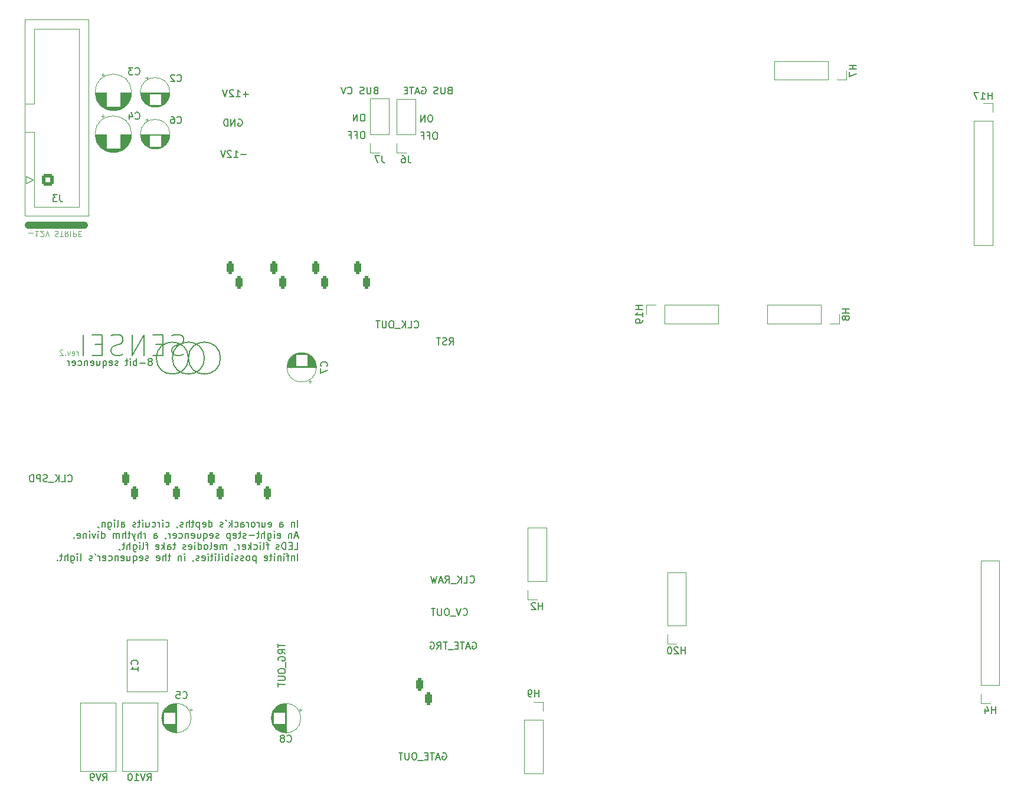
<source format=gbo>
G04 #@! TF.GenerationSoftware,KiCad,Pcbnew,8.0.2-1*
G04 #@! TF.CreationDate,2024-06-17T09:45:16+02:00*
G04 #@! TF.ProjectId,sensei,73656e73-6569-42e6-9b69-6361645f7063,rev?*
G04 #@! TF.SameCoordinates,Original*
G04 #@! TF.FileFunction,Legend,Bot*
G04 #@! TF.FilePolarity,Positive*
%FSLAX46Y46*%
G04 Gerber Fmt 4.6, Leading zero omitted, Abs format (unit mm)*
G04 Created by KiCad (PCBNEW 8.0.2-1) date 2024-06-17 09:45:16*
%MOMM*%
%LPD*%
G01*
G04 APERTURE LIST*
G04 Aperture macros list*
%AMRoundRect*
0 Rectangle with rounded corners*
0 $1 Rounding radius*
0 $2 $3 $4 $5 $6 $7 $8 $9 X,Y pos of 4 corners*
0 Add a 4 corners polygon primitive as box body*
4,1,4,$2,$3,$4,$5,$6,$7,$8,$9,$2,$3,0*
0 Add four circle primitives for the rounded corners*
1,1,$1+$1,$2,$3*
1,1,$1+$1,$4,$5*
1,1,$1+$1,$6,$7*
1,1,$1+$1,$8,$9*
0 Add four rect primitives between the rounded corners*
20,1,$1+$1,$2,$3,$4,$5,0*
20,1,$1+$1,$4,$5,$6,$7,0*
20,1,$1+$1,$6,$7,$8,$9,0*
20,1,$1+$1,$8,$9,$2,$3,0*%
G04 Aperture macros list end*
%ADD10C,0.150000*%
%ADD11C,0.125000*%
%ADD12C,0.100000*%
%ADD13C,0.120000*%
%ADD14C,1.000000*%
%ADD15R,1.700000X1.700000*%
%ADD16O,1.700000X1.700000*%
%ADD17R,1.800000X1.800000*%
%ADD18C,1.800000*%
%ADD19C,1.600000*%
%ADD20O,1.600000X1.600000*%
%ADD21R,1.930000X1.830000*%
%ADD22C,2.130000*%
%ADD23C,2.850000*%
%ADD24O,4.000000X4.000000*%
%ADD25R,2.200000X2.200000*%
%ADD26O,2.200000X2.200000*%
%ADD27R,1.100000X1.800000*%
%ADD28RoundRect,0.275000X-0.275000X-0.625000X0.275000X-0.625000X0.275000X0.625000X-0.275000X0.625000X0*%
%ADD29R,1.600000X1.600000*%
%ADD30C,2.000000*%
%ADD31C,3.200000*%
%ADD32R,1.600000X2.400000*%
%ADD33O,1.600000X2.400000*%
%ADD34R,2.400000X1.600000*%
%ADD35O,2.400000X1.600000*%
%ADD36R,1.200000X1.200000*%
%ADD37C,1.200000*%
%ADD38C,1.440000*%
%ADD39RoundRect,0.250000X-0.600000X-0.600000X0.600000X-0.600000X0.600000X0.600000X-0.600000X0.600000X0*%
%ADD40C,1.700000*%
G04 APERTURE END LIST*
D10*
X73973332Y-99300000D02*
G75*
G02*
X69373332Y-99300000I-2300000J0D01*
G01*
X69373332Y-99300000D02*
G75*
G02*
X73973332Y-99300000I2300000J0D01*
G01*
X76273332Y-99300000D02*
G75*
G02*
X71673332Y-99300000I-2300000J0D01*
G01*
X71673332Y-99300000D02*
G75*
G02*
X76273332Y-99300000I2300000J0D01*
G01*
X78573332Y-99300000D02*
G75*
G02*
X73973332Y-99300000I-2300000J0D01*
G01*
X73973332Y-99300000D02*
G75*
G02*
X78573332Y-99300000I2300000J0D01*
G01*
X82563220Y-61388866D02*
X81801316Y-61388866D01*
X82182268Y-61769819D02*
X82182268Y-61007914D01*
X80801316Y-61769819D02*
X81372744Y-61769819D01*
X81087030Y-61769819D02*
X81087030Y-60769819D01*
X81087030Y-60769819D02*
X81182268Y-60912676D01*
X81182268Y-60912676D02*
X81277506Y-61007914D01*
X81277506Y-61007914D02*
X81372744Y-61055533D01*
X80420363Y-60865057D02*
X80372744Y-60817438D01*
X80372744Y-60817438D02*
X80277506Y-60769819D01*
X80277506Y-60769819D02*
X80039411Y-60769819D01*
X80039411Y-60769819D02*
X79944173Y-60817438D01*
X79944173Y-60817438D02*
X79896554Y-60865057D01*
X79896554Y-60865057D02*
X79848935Y-60960295D01*
X79848935Y-60960295D02*
X79848935Y-61055533D01*
X79848935Y-61055533D02*
X79896554Y-61198390D01*
X79896554Y-61198390D02*
X80467982Y-61769819D01*
X80467982Y-61769819D02*
X79848935Y-61769819D01*
X79563220Y-60769819D02*
X79229887Y-61769819D01*
X79229887Y-61769819D02*
X78896554Y-60769819D01*
X106391792Y-94874580D02*
X106439411Y-94922200D01*
X106439411Y-94922200D02*
X106582268Y-94969819D01*
X106582268Y-94969819D02*
X106677506Y-94969819D01*
X106677506Y-94969819D02*
X106820363Y-94922200D01*
X106820363Y-94922200D02*
X106915601Y-94826961D01*
X106915601Y-94826961D02*
X106963220Y-94731723D01*
X106963220Y-94731723D02*
X107010839Y-94541247D01*
X107010839Y-94541247D02*
X107010839Y-94398390D01*
X107010839Y-94398390D02*
X106963220Y-94207914D01*
X106963220Y-94207914D02*
X106915601Y-94112676D01*
X106915601Y-94112676D02*
X106820363Y-94017438D01*
X106820363Y-94017438D02*
X106677506Y-93969819D01*
X106677506Y-93969819D02*
X106582268Y-93969819D01*
X106582268Y-93969819D02*
X106439411Y-94017438D01*
X106439411Y-94017438D02*
X106391792Y-94065057D01*
X105487030Y-94969819D02*
X105963220Y-94969819D01*
X105963220Y-94969819D02*
X105963220Y-93969819D01*
X105153696Y-94969819D02*
X105153696Y-93969819D01*
X104582268Y-94969819D02*
X105010839Y-94398390D01*
X104582268Y-93969819D02*
X105153696Y-94541247D01*
X104391792Y-95065057D02*
X103629887Y-95065057D01*
X103201315Y-93969819D02*
X103010839Y-93969819D01*
X103010839Y-93969819D02*
X102915601Y-94017438D01*
X102915601Y-94017438D02*
X102820363Y-94112676D01*
X102820363Y-94112676D02*
X102772744Y-94303152D01*
X102772744Y-94303152D02*
X102772744Y-94636485D01*
X102772744Y-94636485D02*
X102820363Y-94826961D01*
X102820363Y-94826961D02*
X102915601Y-94922200D01*
X102915601Y-94922200D02*
X103010839Y-94969819D01*
X103010839Y-94969819D02*
X103201315Y-94969819D01*
X103201315Y-94969819D02*
X103296553Y-94922200D01*
X103296553Y-94922200D02*
X103391791Y-94826961D01*
X103391791Y-94826961D02*
X103439410Y-94636485D01*
X103439410Y-94636485D02*
X103439410Y-94303152D01*
X103439410Y-94303152D02*
X103391791Y-94112676D01*
X103391791Y-94112676D02*
X103296553Y-94017438D01*
X103296553Y-94017438D02*
X103201315Y-93969819D01*
X102344172Y-93969819D02*
X102344172Y-94779342D01*
X102344172Y-94779342D02*
X102296553Y-94874580D01*
X102296553Y-94874580D02*
X102248934Y-94922200D01*
X102248934Y-94922200D02*
X102153696Y-94969819D01*
X102153696Y-94969819D02*
X101963220Y-94969819D01*
X101963220Y-94969819D02*
X101867982Y-94922200D01*
X101867982Y-94922200D02*
X101820363Y-94874580D01*
X101820363Y-94874580D02*
X101772744Y-94779342D01*
X101772744Y-94779342D02*
X101772744Y-93969819D01*
X101439410Y-93969819D02*
X100867982Y-93969819D01*
X101153696Y-94969819D02*
X101153696Y-93969819D01*
X109472744Y-66869819D02*
X109282268Y-66869819D01*
X109282268Y-66869819D02*
X109187030Y-66917438D01*
X109187030Y-66917438D02*
X109091792Y-67012676D01*
X109091792Y-67012676D02*
X109044173Y-67203152D01*
X109044173Y-67203152D02*
X109044173Y-67536485D01*
X109044173Y-67536485D02*
X109091792Y-67726961D01*
X109091792Y-67726961D02*
X109187030Y-67822200D01*
X109187030Y-67822200D02*
X109282268Y-67869819D01*
X109282268Y-67869819D02*
X109472744Y-67869819D01*
X109472744Y-67869819D02*
X109567982Y-67822200D01*
X109567982Y-67822200D02*
X109663220Y-67726961D01*
X109663220Y-67726961D02*
X109710839Y-67536485D01*
X109710839Y-67536485D02*
X109710839Y-67203152D01*
X109710839Y-67203152D02*
X109663220Y-67012676D01*
X109663220Y-67012676D02*
X109567982Y-66917438D01*
X109567982Y-66917438D02*
X109472744Y-66869819D01*
X108282268Y-67346009D02*
X108615601Y-67346009D01*
X108615601Y-67869819D02*
X108615601Y-66869819D01*
X108615601Y-66869819D02*
X108139411Y-66869819D01*
X107425125Y-67346009D02*
X107758458Y-67346009D01*
X107758458Y-67869819D02*
X107758458Y-66869819D01*
X107758458Y-66869819D02*
X107282268Y-66869819D01*
X110439411Y-156017438D02*
X110534649Y-155969819D01*
X110534649Y-155969819D02*
X110677506Y-155969819D01*
X110677506Y-155969819D02*
X110820363Y-156017438D01*
X110820363Y-156017438D02*
X110915601Y-156112676D01*
X110915601Y-156112676D02*
X110963220Y-156207914D01*
X110963220Y-156207914D02*
X111010839Y-156398390D01*
X111010839Y-156398390D02*
X111010839Y-156541247D01*
X111010839Y-156541247D02*
X110963220Y-156731723D01*
X110963220Y-156731723D02*
X110915601Y-156826961D01*
X110915601Y-156826961D02*
X110820363Y-156922200D01*
X110820363Y-156922200D02*
X110677506Y-156969819D01*
X110677506Y-156969819D02*
X110582268Y-156969819D01*
X110582268Y-156969819D02*
X110439411Y-156922200D01*
X110439411Y-156922200D02*
X110391792Y-156874580D01*
X110391792Y-156874580D02*
X110391792Y-156541247D01*
X110391792Y-156541247D02*
X110582268Y-156541247D01*
X110010839Y-156684104D02*
X109534649Y-156684104D01*
X110106077Y-156969819D02*
X109772744Y-155969819D01*
X109772744Y-155969819D02*
X109439411Y-156969819D01*
X109248934Y-155969819D02*
X108677506Y-155969819D01*
X108963220Y-156969819D02*
X108963220Y-155969819D01*
X108344172Y-156446009D02*
X108010839Y-156446009D01*
X107867982Y-156969819D02*
X108344172Y-156969819D01*
X108344172Y-156969819D02*
X108344172Y-155969819D01*
X108344172Y-155969819D02*
X107867982Y-155969819D01*
X107677506Y-157065057D02*
X106915601Y-157065057D01*
X106487029Y-155969819D02*
X106296553Y-155969819D01*
X106296553Y-155969819D02*
X106201315Y-156017438D01*
X106201315Y-156017438D02*
X106106077Y-156112676D01*
X106106077Y-156112676D02*
X106058458Y-156303152D01*
X106058458Y-156303152D02*
X106058458Y-156636485D01*
X106058458Y-156636485D02*
X106106077Y-156826961D01*
X106106077Y-156826961D02*
X106201315Y-156922200D01*
X106201315Y-156922200D02*
X106296553Y-156969819D01*
X106296553Y-156969819D02*
X106487029Y-156969819D01*
X106487029Y-156969819D02*
X106582267Y-156922200D01*
X106582267Y-156922200D02*
X106677505Y-156826961D01*
X106677505Y-156826961D02*
X106725124Y-156636485D01*
X106725124Y-156636485D02*
X106725124Y-156303152D01*
X106725124Y-156303152D02*
X106677505Y-156112676D01*
X106677505Y-156112676D02*
X106582267Y-156017438D01*
X106582267Y-156017438D02*
X106487029Y-155969819D01*
X105629886Y-155969819D02*
X105629886Y-156779342D01*
X105629886Y-156779342D02*
X105582267Y-156874580D01*
X105582267Y-156874580D02*
X105534648Y-156922200D01*
X105534648Y-156922200D02*
X105439410Y-156969819D01*
X105439410Y-156969819D02*
X105248934Y-156969819D01*
X105248934Y-156969819D02*
X105153696Y-156922200D01*
X105153696Y-156922200D02*
X105106077Y-156874580D01*
X105106077Y-156874580D02*
X105058458Y-156779342D01*
X105058458Y-156779342D02*
X105058458Y-155969819D01*
X104725124Y-155969819D02*
X104153696Y-155969819D01*
X104439410Y-156969819D02*
X104439410Y-155969819D01*
X111429887Y-60846009D02*
X111287030Y-60893628D01*
X111287030Y-60893628D02*
X111239411Y-60941247D01*
X111239411Y-60941247D02*
X111191792Y-61036485D01*
X111191792Y-61036485D02*
X111191792Y-61179342D01*
X111191792Y-61179342D02*
X111239411Y-61274580D01*
X111239411Y-61274580D02*
X111287030Y-61322200D01*
X111287030Y-61322200D02*
X111382268Y-61369819D01*
X111382268Y-61369819D02*
X111763220Y-61369819D01*
X111763220Y-61369819D02*
X111763220Y-60369819D01*
X111763220Y-60369819D02*
X111429887Y-60369819D01*
X111429887Y-60369819D02*
X111334649Y-60417438D01*
X111334649Y-60417438D02*
X111287030Y-60465057D01*
X111287030Y-60465057D02*
X111239411Y-60560295D01*
X111239411Y-60560295D02*
X111239411Y-60655533D01*
X111239411Y-60655533D02*
X111287030Y-60750771D01*
X111287030Y-60750771D02*
X111334649Y-60798390D01*
X111334649Y-60798390D02*
X111429887Y-60846009D01*
X111429887Y-60846009D02*
X111763220Y-60846009D01*
X110763220Y-60369819D02*
X110763220Y-61179342D01*
X110763220Y-61179342D02*
X110715601Y-61274580D01*
X110715601Y-61274580D02*
X110667982Y-61322200D01*
X110667982Y-61322200D02*
X110572744Y-61369819D01*
X110572744Y-61369819D02*
X110382268Y-61369819D01*
X110382268Y-61369819D02*
X110287030Y-61322200D01*
X110287030Y-61322200D02*
X110239411Y-61274580D01*
X110239411Y-61274580D02*
X110191792Y-61179342D01*
X110191792Y-61179342D02*
X110191792Y-60369819D01*
X109763220Y-61322200D02*
X109620363Y-61369819D01*
X109620363Y-61369819D02*
X109382268Y-61369819D01*
X109382268Y-61369819D02*
X109287030Y-61322200D01*
X109287030Y-61322200D02*
X109239411Y-61274580D01*
X109239411Y-61274580D02*
X109191792Y-61179342D01*
X109191792Y-61179342D02*
X109191792Y-61084104D01*
X109191792Y-61084104D02*
X109239411Y-60988866D01*
X109239411Y-60988866D02*
X109287030Y-60941247D01*
X109287030Y-60941247D02*
X109382268Y-60893628D01*
X109382268Y-60893628D02*
X109572744Y-60846009D01*
X109572744Y-60846009D02*
X109667982Y-60798390D01*
X109667982Y-60798390D02*
X109715601Y-60750771D01*
X109715601Y-60750771D02*
X109763220Y-60655533D01*
X109763220Y-60655533D02*
X109763220Y-60560295D01*
X109763220Y-60560295D02*
X109715601Y-60465057D01*
X109715601Y-60465057D02*
X109667982Y-60417438D01*
X109667982Y-60417438D02*
X109572744Y-60369819D01*
X109572744Y-60369819D02*
X109334649Y-60369819D01*
X109334649Y-60369819D02*
X109191792Y-60417438D01*
X107477506Y-60417438D02*
X107572744Y-60369819D01*
X107572744Y-60369819D02*
X107715601Y-60369819D01*
X107715601Y-60369819D02*
X107858458Y-60417438D01*
X107858458Y-60417438D02*
X107953696Y-60512676D01*
X107953696Y-60512676D02*
X108001315Y-60607914D01*
X108001315Y-60607914D02*
X108048934Y-60798390D01*
X108048934Y-60798390D02*
X108048934Y-60941247D01*
X108048934Y-60941247D02*
X108001315Y-61131723D01*
X108001315Y-61131723D02*
X107953696Y-61226961D01*
X107953696Y-61226961D02*
X107858458Y-61322200D01*
X107858458Y-61322200D02*
X107715601Y-61369819D01*
X107715601Y-61369819D02*
X107620363Y-61369819D01*
X107620363Y-61369819D02*
X107477506Y-61322200D01*
X107477506Y-61322200D02*
X107429887Y-61274580D01*
X107429887Y-61274580D02*
X107429887Y-60941247D01*
X107429887Y-60941247D02*
X107620363Y-60941247D01*
X107048934Y-61084104D02*
X106572744Y-61084104D01*
X107144172Y-61369819D02*
X106810839Y-60369819D01*
X106810839Y-60369819D02*
X106477506Y-61369819D01*
X106287029Y-60369819D02*
X105715601Y-60369819D01*
X106001315Y-61369819D02*
X106001315Y-60369819D01*
X105382267Y-60846009D02*
X105048934Y-60846009D01*
X104906077Y-61369819D02*
X105382267Y-61369819D01*
X105382267Y-61369819D02*
X105382267Y-60369819D01*
X105382267Y-60369819D02*
X104906077Y-60369819D01*
X81139411Y-65017438D02*
X81234649Y-64969819D01*
X81234649Y-64969819D02*
X81377506Y-64969819D01*
X81377506Y-64969819D02*
X81520363Y-65017438D01*
X81520363Y-65017438D02*
X81615601Y-65112676D01*
X81615601Y-65112676D02*
X81663220Y-65207914D01*
X81663220Y-65207914D02*
X81710839Y-65398390D01*
X81710839Y-65398390D02*
X81710839Y-65541247D01*
X81710839Y-65541247D02*
X81663220Y-65731723D01*
X81663220Y-65731723D02*
X81615601Y-65826961D01*
X81615601Y-65826961D02*
X81520363Y-65922200D01*
X81520363Y-65922200D02*
X81377506Y-65969819D01*
X81377506Y-65969819D02*
X81282268Y-65969819D01*
X81282268Y-65969819D02*
X81139411Y-65922200D01*
X81139411Y-65922200D02*
X81091792Y-65874580D01*
X81091792Y-65874580D02*
X81091792Y-65541247D01*
X81091792Y-65541247D02*
X81282268Y-65541247D01*
X80663220Y-65969819D02*
X80663220Y-64969819D01*
X80663220Y-64969819D02*
X80091792Y-65969819D01*
X80091792Y-65969819D02*
X80091792Y-64969819D01*
X79615601Y-65969819D02*
X79615601Y-64969819D01*
X79615601Y-64969819D02*
X79377506Y-64969819D01*
X79377506Y-64969819D02*
X79234649Y-65017438D01*
X79234649Y-65017438D02*
X79139411Y-65112676D01*
X79139411Y-65112676D02*
X79091792Y-65207914D01*
X79091792Y-65207914D02*
X79044173Y-65398390D01*
X79044173Y-65398390D02*
X79044173Y-65541247D01*
X79044173Y-65541247D02*
X79091792Y-65731723D01*
X79091792Y-65731723D02*
X79139411Y-65826961D01*
X79139411Y-65826961D02*
X79234649Y-65922200D01*
X79234649Y-65922200D02*
X79377506Y-65969819D01*
X79377506Y-65969819D02*
X79615601Y-65969819D01*
X82263220Y-70088866D02*
X81501316Y-70088866D01*
X80501316Y-70469819D02*
X81072744Y-70469819D01*
X80787030Y-70469819D02*
X80787030Y-69469819D01*
X80787030Y-69469819D02*
X80882268Y-69612676D01*
X80882268Y-69612676D02*
X80977506Y-69707914D01*
X80977506Y-69707914D02*
X81072744Y-69755533D01*
X80120363Y-69565057D02*
X80072744Y-69517438D01*
X80072744Y-69517438D02*
X79977506Y-69469819D01*
X79977506Y-69469819D02*
X79739411Y-69469819D01*
X79739411Y-69469819D02*
X79644173Y-69517438D01*
X79644173Y-69517438D02*
X79596554Y-69565057D01*
X79596554Y-69565057D02*
X79548935Y-69660295D01*
X79548935Y-69660295D02*
X79548935Y-69755533D01*
X79548935Y-69755533D02*
X79596554Y-69898390D01*
X79596554Y-69898390D02*
X80167982Y-70469819D01*
X80167982Y-70469819D02*
X79548935Y-70469819D01*
X79263220Y-69469819D02*
X78929887Y-70469819D01*
X78929887Y-70469819D02*
X78596554Y-69469819D01*
X111391792Y-97369819D02*
X111725125Y-96893628D01*
X111963220Y-97369819D02*
X111963220Y-96369819D01*
X111963220Y-96369819D02*
X111582268Y-96369819D01*
X111582268Y-96369819D02*
X111487030Y-96417438D01*
X111487030Y-96417438D02*
X111439411Y-96465057D01*
X111439411Y-96465057D02*
X111391792Y-96560295D01*
X111391792Y-96560295D02*
X111391792Y-96703152D01*
X111391792Y-96703152D02*
X111439411Y-96798390D01*
X111439411Y-96798390D02*
X111487030Y-96846009D01*
X111487030Y-96846009D02*
X111582268Y-96893628D01*
X111582268Y-96893628D02*
X111963220Y-96893628D01*
X111010839Y-97322200D02*
X110867982Y-97369819D01*
X110867982Y-97369819D02*
X110629887Y-97369819D01*
X110629887Y-97369819D02*
X110534649Y-97322200D01*
X110534649Y-97322200D02*
X110487030Y-97274580D01*
X110487030Y-97274580D02*
X110439411Y-97179342D01*
X110439411Y-97179342D02*
X110439411Y-97084104D01*
X110439411Y-97084104D02*
X110487030Y-96988866D01*
X110487030Y-96988866D02*
X110534649Y-96941247D01*
X110534649Y-96941247D02*
X110629887Y-96893628D01*
X110629887Y-96893628D02*
X110820363Y-96846009D01*
X110820363Y-96846009D02*
X110915601Y-96798390D01*
X110915601Y-96798390D02*
X110963220Y-96750771D01*
X110963220Y-96750771D02*
X111010839Y-96655533D01*
X111010839Y-96655533D02*
X111010839Y-96560295D01*
X111010839Y-96560295D02*
X110963220Y-96465057D01*
X110963220Y-96465057D02*
X110915601Y-96417438D01*
X110915601Y-96417438D02*
X110820363Y-96369819D01*
X110820363Y-96369819D02*
X110582268Y-96369819D01*
X110582268Y-96369819D02*
X110439411Y-96417438D01*
X110153696Y-96369819D02*
X109582268Y-96369819D01*
X109867982Y-97369819D02*
X109867982Y-96369819D01*
X108772744Y-64369819D02*
X108582268Y-64369819D01*
X108582268Y-64369819D02*
X108487030Y-64417438D01*
X108487030Y-64417438D02*
X108391792Y-64512676D01*
X108391792Y-64512676D02*
X108344173Y-64703152D01*
X108344173Y-64703152D02*
X108344173Y-65036485D01*
X108344173Y-65036485D02*
X108391792Y-65226961D01*
X108391792Y-65226961D02*
X108487030Y-65322200D01*
X108487030Y-65322200D02*
X108582268Y-65369819D01*
X108582268Y-65369819D02*
X108772744Y-65369819D01*
X108772744Y-65369819D02*
X108867982Y-65322200D01*
X108867982Y-65322200D02*
X108963220Y-65226961D01*
X108963220Y-65226961D02*
X109010839Y-65036485D01*
X109010839Y-65036485D02*
X109010839Y-64703152D01*
X109010839Y-64703152D02*
X108963220Y-64512676D01*
X108963220Y-64512676D02*
X108867982Y-64417438D01*
X108867982Y-64417438D02*
X108772744Y-64369819D01*
X107915601Y-65369819D02*
X107915601Y-64369819D01*
X107915601Y-64369819D02*
X107344173Y-65369819D01*
X107344173Y-65369819D02*
X107344173Y-64369819D01*
X86869819Y-140293922D02*
X86869819Y-140865350D01*
X87869819Y-140579636D02*
X86869819Y-140579636D01*
X87869819Y-141770112D02*
X87393628Y-141436779D01*
X87869819Y-141198684D02*
X86869819Y-141198684D01*
X86869819Y-141198684D02*
X86869819Y-141579636D01*
X86869819Y-141579636D02*
X86917438Y-141674874D01*
X86917438Y-141674874D02*
X86965057Y-141722493D01*
X86965057Y-141722493D02*
X87060295Y-141770112D01*
X87060295Y-141770112D02*
X87203152Y-141770112D01*
X87203152Y-141770112D02*
X87298390Y-141722493D01*
X87298390Y-141722493D02*
X87346009Y-141674874D01*
X87346009Y-141674874D02*
X87393628Y-141579636D01*
X87393628Y-141579636D02*
X87393628Y-141198684D01*
X86917438Y-142722493D02*
X86869819Y-142627255D01*
X86869819Y-142627255D02*
X86869819Y-142484398D01*
X86869819Y-142484398D02*
X86917438Y-142341541D01*
X86917438Y-142341541D02*
X87012676Y-142246303D01*
X87012676Y-142246303D02*
X87107914Y-142198684D01*
X87107914Y-142198684D02*
X87298390Y-142151065D01*
X87298390Y-142151065D02*
X87441247Y-142151065D01*
X87441247Y-142151065D02*
X87631723Y-142198684D01*
X87631723Y-142198684D02*
X87726961Y-142246303D01*
X87726961Y-142246303D02*
X87822200Y-142341541D01*
X87822200Y-142341541D02*
X87869819Y-142484398D01*
X87869819Y-142484398D02*
X87869819Y-142579636D01*
X87869819Y-142579636D02*
X87822200Y-142722493D01*
X87822200Y-142722493D02*
X87774580Y-142770112D01*
X87774580Y-142770112D02*
X87441247Y-142770112D01*
X87441247Y-142770112D02*
X87441247Y-142579636D01*
X87965057Y-142960589D02*
X87965057Y-143722493D01*
X86869819Y-144151065D02*
X86869819Y-144341541D01*
X86869819Y-144341541D02*
X86917438Y-144436779D01*
X86917438Y-144436779D02*
X87012676Y-144532017D01*
X87012676Y-144532017D02*
X87203152Y-144579636D01*
X87203152Y-144579636D02*
X87536485Y-144579636D01*
X87536485Y-144579636D02*
X87726961Y-144532017D01*
X87726961Y-144532017D02*
X87822200Y-144436779D01*
X87822200Y-144436779D02*
X87869819Y-144341541D01*
X87869819Y-144341541D02*
X87869819Y-144151065D01*
X87869819Y-144151065D02*
X87822200Y-144055827D01*
X87822200Y-144055827D02*
X87726961Y-143960589D01*
X87726961Y-143960589D02*
X87536485Y-143912970D01*
X87536485Y-143912970D02*
X87203152Y-143912970D01*
X87203152Y-143912970D02*
X87012676Y-143960589D01*
X87012676Y-143960589D02*
X86917438Y-144055827D01*
X86917438Y-144055827D02*
X86869819Y-144151065D01*
X86869819Y-145008208D02*
X87679342Y-145008208D01*
X87679342Y-145008208D02*
X87774580Y-145055827D01*
X87774580Y-145055827D02*
X87822200Y-145103446D01*
X87822200Y-145103446D02*
X87869819Y-145198684D01*
X87869819Y-145198684D02*
X87869819Y-145389160D01*
X87869819Y-145389160D02*
X87822200Y-145484398D01*
X87822200Y-145484398D02*
X87774580Y-145532017D01*
X87774580Y-145532017D02*
X87679342Y-145579636D01*
X87679342Y-145579636D02*
X86869819Y-145579636D01*
X86869819Y-145912970D02*
X86869819Y-146484398D01*
X87869819Y-146198684D02*
X86869819Y-146198684D01*
X56691792Y-116974580D02*
X56739411Y-117022200D01*
X56739411Y-117022200D02*
X56882268Y-117069819D01*
X56882268Y-117069819D02*
X56977506Y-117069819D01*
X56977506Y-117069819D02*
X57120363Y-117022200D01*
X57120363Y-117022200D02*
X57215601Y-116926961D01*
X57215601Y-116926961D02*
X57263220Y-116831723D01*
X57263220Y-116831723D02*
X57310839Y-116641247D01*
X57310839Y-116641247D02*
X57310839Y-116498390D01*
X57310839Y-116498390D02*
X57263220Y-116307914D01*
X57263220Y-116307914D02*
X57215601Y-116212676D01*
X57215601Y-116212676D02*
X57120363Y-116117438D01*
X57120363Y-116117438D02*
X56977506Y-116069819D01*
X56977506Y-116069819D02*
X56882268Y-116069819D01*
X56882268Y-116069819D02*
X56739411Y-116117438D01*
X56739411Y-116117438D02*
X56691792Y-116165057D01*
X55787030Y-117069819D02*
X56263220Y-117069819D01*
X56263220Y-117069819D02*
X56263220Y-116069819D01*
X55453696Y-117069819D02*
X55453696Y-116069819D01*
X54882268Y-117069819D02*
X55310839Y-116498390D01*
X54882268Y-116069819D02*
X55453696Y-116641247D01*
X54691792Y-117165057D02*
X53929887Y-117165057D01*
X53739410Y-117022200D02*
X53596553Y-117069819D01*
X53596553Y-117069819D02*
X53358458Y-117069819D01*
X53358458Y-117069819D02*
X53263220Y-117022200D01*
X53263220Y-117022200D02*
X53215601Y-116974580D01*
X53215601Y-116974580D02*
X53167982Y-116879342D01*
X53167982Y-116879342D02*
X53167982Y-116784104D01*
X53167982Y-116784104D02*
X53215601Y-116688866D01*
X53215601Y-116688866D02*
X53263220Y-116641247D01*
X53263220Y-116641247D02*
X53358458Y-116593628D01*
X53358458Y-116593628D02*
X53548934Y-116546009D01*
X53548934Y-116546009D02*
X53644172Y-116498390D01*
X53644172Y-116498390D02*
X53691791Y-116450771D01*
X53691791Y-116450771D02*
X53739410Y-116355533D01*
X53739410Y-116355533D02*
X53739410Y-116260295D01*
X53739410Y-116260295D02*
X53691791Y-116165057D01*
X53691791Y-116165057D02*
X53644172Y-116117438D01*
X53644172Y-116117438D02*
X53548934Y-116069819D01*
X53548934Y-116069819D02*
X53310839Y-116069819D01*
X53310839Y-116069819D02*
X53167982Y-116117438D01*
X52739410Y-117069819D02*
X52739410Y-116069819D01*
X52739410Y-116069819D02*
X52358458Y-116069819D01*
X52358458Y-116069819D02*
X52263220Y-116117438D01*
X52263220Y-116117438D02*
X52215601Y-116165057D01*
X52215601Y-116165057D02*
X52167982Y-116260295D01*
X52167982Y-116260295D02*
X52167982Y-116403152D01*
X52167982Y-116403152D02*
X52215601Y-116498390D01*
X52215601Y-116498390D02*
X52263220Y-116546009D01*
X52263220Y-116546009D02*
X52358458Y-116593628D01*
X52358458Y-116593628D02*
X52739410Y-116593628D01*
X51739410Y-117069819D02*
X51739410Y-116069819D01*
X51739410Y-116069819D02*
X51501315Y-116069819D01*
X51501315Y-116069819D02*
X51358458Y-116117438D01*
X51358458Y-116117438D02*
X51263220Y-116212676D01*
X51263220Y-116212676D02*
X51215601Y-116307914D01*
X51215601Y-116307914D02*
X51167982Y-116498390D01*
X51167982Y-116498390D02*
X51167982Y-116641247D01*
X51167982Y-116641247D02*
X51215601Y-116831723D01*
X51215601Y-116831723D02*
X51263220Y-116926961D01*
X51263220Y-116926961D02*
X51358458Y-117022200D01*
X51358458Y-117022200D02*
X51501315Y-117069819D01*
X51501315Y-117069819D02*
X51739410Y-117069819D01*
X99072744Y-64269819D02*
X98882268Y-64269819D01*
X98882268Y-64269819D02*
X98787030Y-64317438D01*
X98787030Y-64317438D02*
X98691792Y-64412676D01*
X98691792Y-64412676D02*
X98644173Y-64603152D01*
X98644173Y-64603152D02*
X98644173Y-64936485D01*
X98644173Y-64936485D02*
X98691792Y-65126961D01*
X98691792Y-65126961D02*
X98787030Y-65222200D01*
X98787030Y-65222200D02*
X98882268Y-65269819D01*
X98882268Y-65269819D02*
X99072744Y-65269819D01*
X99072744Y-65269819D02*
X99167982Y-65222200D01*
X99167982Y-65222200D02*
X99263220Y-65126961D01*
X99263220Y-65126961D02*
X99310839Y-64936485D01*
X99310839Y-64936485D02*
X99310839Y-64603152D01*
X99310839Y-64603152D02*
X99263220Y-64412676D01*
X99263220Y-64412676D02*
X99167982Y-64317438D01*
X99167982Y-64317438D02*
X99072744Y-64269819D01*
X98215601Y-65269819D02*
X98215601Y-64269819D01*
X98215601Y-64269819D02*
X97644173Y-65269819D01*
X97644173Y-65269819D02*
X97644173Y-64269819D01*
X99072744Y-66769819D02*
X98882268Y-66769819D01*
X98882268Y-66769819D02*
X98787030Y-66817438D01*
X98787030Y-66817438D02*
X98691792Y-66912676D01*
X98691792Y-66912676D02*
X98644173Y-67103152D01*
X98644173Y-67103152D02*
X98644173Y-67436485D01*
X98644173Y-67436485D02*
X98691792Y-67626961D01*
X98691792Y-67626961D02*
X98787030Y-67722200D01*
X98787030Y-67722200D02*
X98882268Y-67769819D01*
X98882268Y-67769819D02*
X99072744Y-67769819D01*
X99072744Y-67769819D02*
X99167982Y-67722200D01*
X99167982Y-67722200D02*
X99263220Y-67626961D01*
X99263220Y-67626961D02*
X99310839Y-67436485D01*
X99310839Y-67436485D02*
X99310839Y-67103152D01*
X99310839Y-67103152D02*
X99263220Y-66912676D01*
X99263220Y-66912676D02*
X99167982Y-66817438D01*
X99167982Y-66817438D02*
X99072744Y-66769819D01*
X97882268Y-67246009D02*
X98215601Y-67246009D01*
X98215601Y-67769819D02*
X98215601Y-66769819D01*
X98215601Y-66769819D02*
X97739411Y-66769819D01*
X97025125Y-67246009D02*
X97358458Y-67246009D01*
X97358458Y-67769819D02*
X97358458Y-66769819D01*
X97358458Y-66769819D02*
X96882268Y-66769819D01*
X89663220Y-123539987D02*
X89663220Y-122539987D01*
X89187030Y-122873320D02*
X89187030Y-123539987D01*
X89187030Y-122968558D02*
X89139411Y-122920939D01*
X89139411Y-122920939D02*
X89044173Y-122873320D01*
X89044173Y-122873320D02*
X88901316Y-122873320D01*
X88901316Y-122873320D02*
X88806078Y-122920939D01*
X88806078Y-122920939D02*
X88758459Y-123016177D01*
X88758459Y-123016177D02*
X88758459Y-123539987D01*
X87091792Y-123539987D02*
X87091792Y-123016177D01*
X87091792Y-123016177D02*
X87139411Y-122920939D01*
X87139411Y-122920939D02*
X87234649Y-122873320D01*
X87234649Y-122873320D02*
X87425125Y-122873320D01*
X87425125Y-122873320D02*
X87520363Y-122920939D01*
X87091792Y-123492368D02*
X87187030Y-123539987D01*
X87187030Y-123539987D02*
X87425125Y-123539987D01*
X87425125Y-123539987D02*
X87520363Y-123492368D01*
X87520363Y-123492368D02*
X87567982Y-123397129D01*
X87567982Y-123397129D02*
X87567982Y-123301891D01*
X87567982Y-123301891D02*
X87520363Y-123206653D01*
X87520363Y-123206653D02*
X87425125Y-123159034D01*
X87425125Y-123159034D02*
X87187030Y-123159034D01*
X87187030Y-123159034D02*
X87091792Y-123111415D01*
X85472744Y-123492368D02*
X85567982Y-123539987D01*
X85567982Y-123539987D02*
X85758458Y-123539987D01*
X85758458Y-123539987D02*
X85853696Y-123492368D01*
X85853696Y-123492368D02*
X85901315Y-123397129D01*
X85901315Y-123397129D02*
X85901315Y-123016177D01*
X85901315Y-123016177D02*
X85853696Y-122920939D01*
X85853696Y-122920939D02*
X85758458Y-122873320D01*
X85758458Y-122873320D02*
X85567982Y-122873320D01*
X85567982Y-122873320D02*
X85472744Y-122920939D01*
X85472744Y-122920939D02*
X85425125Y-123016177D01*
X85425125Y-123016177D02*
X85425125Y-123111415D01*
X85425125Y-123111415D02*
X85901315Y-123206653D01*
X84567982Y-122873320D02*
X84567982Y-123539987D01*
X84996553Y-122873320D02*
X84996553Y-123397129D01*
X84996553Y-123397129D02*
X84948934Y-123492368D01*
X84948934Y-123492368D02*
X84853696Y-123539987D01*
X84853696Y-123539987D02*
X84710839Y-123539987D01*
X84710839Y-123539987D02*
X84615601Y-123492368D01*
X84615601Y-123492368D02*
X84567982Y-123444748D01*
X84091791Y-123539987D02*
X84091791Y-122873320D01*
X84091791Y-123063796D02*
X84044172Y-122968558D01*
X84044172Y-122968558D02*
X83996553Y-122920939D01*
X83996553Y-122920939D02*
X83901315Y-122873320D01*
X83901315Y-122873320D02*
X83806077Y-122873320D01*
X83329886Y-123539987D02*
X83425124Y-123492368D01*
X83425124Y-123492368D02*
X83472743Y-123444748D01*
X83472743Y-123444748D02*
X83520362Y-123349510D01*
X83520362Y-123349510D02*
X83520362Y-123063796D01*
X83520362Y-123063796D02*
X83472743Y-122968558D01*
X83472743Y-122968558D02*
X83425124Y-122920939D01*
X83425124Y-122920939D02*
X83329886Y-122873320D01*
X83329886Y-122873320D02*
X83187029Y-122873320D01*
X83187029Y-122873320D02*
X83091791Y-122920939D01*
X83091791Y-122920939D02*
X83044172Y-122968558D01*
X83044172Y-122968558D02*
X82996553Y-123063796D01*
X82996553Y-123063796D02*
X82996553Y-123349510D01*
X82996553Y-123349510D02*
X83044172Y-123444748D01*
X83044172Y-123444748D02*
X83091791Y-123492368D01*
X83091791Y-123492368D02*
X83187029Y-123539987D01*
X83187029Y-123539987D02*
X83329886Y-123539987D01*
X82567981Y-123539987D02*
X82567981Y-122873320D01*
X82567981Y-123063796D02*
X82520362Y-122968558D01*
X82520362Y-122968558D02*
X82472743Y-122920939D01*
X82472743Y-122920939D02*
X82377505Y-122873320D01*
X82377505Y-122873320D02*
X82282267Y-122873320D01*
X81520362Y-123539987D02*
X81520362Y-123016177D01*
X81520362Y-123016177D02*
X81567981Y-122920939D01*
X81567981Y-122920939D02*
X81663219Y-122873320D01*
X81663219Y-122873320D02*
X81853695Y-122873320D01*
X81853695Y-122873320D02*
X81948933Y-122920939D01*
X81520362Y-123492368D02*
X81615600Y-123539987D01*
X81615600Y-123539987D02*
X81853695Y-123539987D01*
X81853695Y-123539987D02*
X81948933Y-123492368D01*
X81948933Y-123492368D02*
X81996552Y-123397129D01*
X81996552Y-123397129D02*
X81996552Y-123301891D01*
X81996552Y-123301891D02*
X81948933Y-123206653D01*
X81948933Y-123206653D02*
X81853695Y-123159034D01*
X81853695Y-123159034D02*
X81615600Y-123159034D01*
X81615600Y-123159034D02*
X81520362Y-123111415D01*
X80615600Y-123492368D02*
X80710838Y-123539987D01*
X80710838Y-123539987D02*
X80901314Y-123539987D01*
X80901314Y-123539987D02*
X80996552Y-123492368D01*
X80996552Y-123492368D02*
X81044171Y-123444748D01*
X81044171Y-123444748D02*
X81091790Y-123349510D01*
X81091790Y-123349510D02*
X81091790Y-123063796D01*
X81091790Y-123063796D02*
X81044171Y-122968558D01*
X81044171Y-122968558D02*
X80996552Y-122920939D01*
X80996552Y-122920939D02*
X80901314Y-122873320D01*
X80901314Y-122873320D02*
X80710838Y-122873320D01*
X80710838Y-122873320D02*
X80615600Y-122920939D01*
X80187028Y-123539987D02*
X80187028Y-122539987D01*
X80091790Y-123159034D02*
X79806076Y-123539987D01*
X79806076Y-122873320D02*
X80187028Y-123254272D01*
X79329885Y-122539987D02*
X79425123Y-122730463D01*
X78948933Y-123492368D02*
X78853695Y-123539987D01*
X78853695Y-123539987D02*
X78663219Y-123539987D01*
X78663219Y-123539987D02*
X78567981Y-123492368D01*
X78567981Y-123492368D02*
X78520362Y-123397129D01*
X78520362Y-123397129D02*
X78520362Y-123349510D01*
X78520362Y-123349510D02*
X78567981Y-123254272D01*
X78567981Y-123254272D02*
X78663219Y-123206653D01*
X78663219Y-123206653D02*
X78806076Y-123206653D01*
X78806076Y-123206653D02*
X78901314Y-123159034D01*
X78901314Y-123159034D02*
X78948933Y-123063796D01*
X78948933Y-123063796D02*
X78948933Y-123016177D01*
X78948933Y-123016177D02*
X78901314Y-122920939D01*
X78901314Y-122920939D02*
X78806076Y-122873320D01*
X78806076Y-122873320D02*
X78663219Y-122873320D01*
X78663219Y-122873320D02*
X78567981Y-122920939D01*
X76901314Y-123539987D02*
X76901314Y-122539987D01*
X76901314Y-123492368D02*
X76996552Y-123539987D01*
X76996552Y-123539987D02*
X77187028Y-123539987D01*
X77187028Y-123539987D02*
X77282266Y-123492368D01*
X77282266Y-123492368D02*
X77329885Y-123444748D01*
X77329885Y-123444748D02*
X77377504Y-123349510D01*
X77377504Y-123349510D02*
X77377504Y-123063796D01*
X77377504Y-123063796D02*
X77329885Y-122968558D01*
X77329885Y-122968558D02*
X77282266Y-122920939D01*
X77282266Y-122920939D02*
X77187028Y-122873320D01*
X77187028Y-122873320D02*
X76996552Y-122873320D01*
X76996552Y-122873320D02*
X76901314Y-122920939D01*
X76044171Y-123492368D02*
X76139409Y-123539987D01*
X76139409Y-123539987D02*
X76329885Y-123539987D01*
X76329885Y-123539987D02*
X76425123Y-123492368D01*
X76425123Y-123492368D02*
X76472742Y-123397129D01*
X76472742Y-123397129D02*
X76472742Y-123016177D01*
X76472742Y-123016177D02*
X76425123Y-122920939D01*
X76425123Y-122920939D02*
X76329885Y-122873320D01*
X76329885Y-122873320D02*
X76139409Y-122873320D01*
X76139409Y-122873320D02*
X76044171Y-122920939D01*
X76044171Y-122920939D02*
X75996552Y-123016177D01*
X75996552Y-123016177D02*
X75996552Y-123111415D01*
X75996552Y-123111415D02*
X76472742Y-123206653D01*
X75567980Y-122873320D02*
X75567980Y-123873320D01*
X75567980Y-122920939D02*
X75472742Y-122873320D01*
X75472742Y-122873320D02*
X75282266Y-122873320D01*
X75282266Y-122873320D02*
X75187028Y-122920939D01*
X75187028Y-122920939D02*
X75139409Y-122968558D01*
X75139409Y-122968558D02*
X75091790Y-123063796D01*
X75091790Y-123063796D02*
X75091790Y-123349510D01*
X75091790Y-123349510D02*
X75139409Y-123444748D01*
X75139409Y-123444748D02*
X75187028Y-123492368D01*
X75187028Y-123492368D02*
X75282266Y-123539987D01*
X75282266Y-123539987D02*
X75472742Y-123539987D01*
X75472742Y-123539987D02*
X75567980Y-123492368D01*
X74806075Y-122873320D02*
X74425123Y-122873320D01*
X74663218Y-122539987D02*
X74663218Y-123397129D01*
X74663218Y-123397129D02*
X74615599Y-123492368D01*
X74615599Y-123492368D02*
X74520361Y-123539987D01*
X74520361Y-123539987D02*
X74425123Y-123539987D01*
X74091789Y-123539987D02*
X74091789Y-122539987D01*
X73663218Y-123539987D02*
X73663218Y-123016177D01*
X73663218Y-123016177D02*
X73710837Y-122920939D01*
X73710837Y-122920939D02*
X73806075Y-122873320D01*
X73806075Y-122873320D02*
X73948932Y-122873320D01*
X73948932Y-122873320D02*
X74044170Y-122920939D01*
X74044170Y-122920939D02*
X74091789Y-122968558D01*
X73234646Y-123492368D02*
X73139408Y-123539987D01*
X73139408Y-123539987D02*
X72948932Y-123539987D01*
X72948932Y-123539987D02*
X72853694Y-123492368D01*
X72853694Y-123492368D02*
X72806075Y-123397129D01*
X72806075Y-123397129D02*
X72806075Y-123349510D01*
X72806075Y-123349510D02*
X72853694Y-123254272D01*
X72853694Y-123254272D02*
X72948932Y-123206653D01*
X72948932Y-123206653D02*
X73091789Y-123206653D01*
X73091789Y-123206653D02*
X73187027Y-123159034D01*
X73187027Y-123159034D02*
X73234646Y-123063796D01*
X73234646Y-123063796D02*
X73234646Y-123016177D01*
X73234646Y-123016177D02*
X73187027Y-122920939D01*
X73187027Y-122920939D02*
X73091789Y-122873320D01*
X73091789Y-122873320D02*
X72948932Y-122873320D01*
X72948932Y-122873320D02*
X72853694Y-122920939D01*
X72329884Y-123492368D02*
X72329884Y-123539987D01*
X72329884Y-123539987D02*
X72377503Y-123635225D01*
X72377503Y-123635225D02*
X72425122Y-123682844D01*
X70710837Y-123492368D02*
X70806075Y-123539987D01*
X70806075Y-123539987D02*
X70996551Y-123539987D01*
X70996551Y-123539987D02*
X71091789Y-123492368D01*
X71091789Y-123492368D02*
X71139408Y-123444748D01*
X71139408Y-123444748D02*
X71187027Y-123349510D01*
X71187027Y-123349510D02*
X71187027Y-123063796D01*
X71187027Y-123063796D02*
X71139408Y-122968558D01*
X71139408Y-122968558D02*
X71091789Y-122920939D01*
X71091789Y-122920939D02*
X70996551Y-122873320D01*
X70996551Y-122873320D02*
X70806075Y-122873320D01*
X70806075Y-122873320D02*
X70710837Y-122920939D01*
X70282265Y-123539987D02*
X70282265Y-122873320D01*
X70282265Y-122539987D02*
X70329884Y-122587606D01*
X70329884Y-122587606D02*
X70282265Y-122635225D01*
X70282265Y-122635225D02*
X70234646Y-122587606D01*
X70234646Y-122587606D02*
X70282265Y-122539987D01*
X70282265Y-122539987D02*
X70282265Y-122635225D01*
X69806075Y-123539987D02*
X69806075Y-122873320D01*
X69806075Y-123063796D02*
X69758456Y-122968558D01*
X69758456Y-122968558D02*
X69710837Y-122920939D01*
X69710837Y-122920939D02*
X69615599Y-122873320D01*
X69615599Y-122873320D02*
X69520361Y-122873320D01*
X68758456Y-123492368D02*
X68853694Y-123539987D01*
X68853694Y-123539987D02*
X69044170Y-123539987D01*
X69044170Y-123539987D02*
X69139408Y-123492368D01*
X69139408Y-123492368D02*
X69187027Y-123444748D01*
X69187027Y-123444748D02*
X69234646Y-123349510D01*
X69234646Y-123349510D02*
X69234646Y-123063796D01*
X69234646Y-123063796D02*
X69187027Y-122968558D01*
X69187027Y-122968558D02*
X69139408Y-122920939D01*
X69139408Y-122920939D02*
X69044170Y-122873320D01*
X69044170Y-122873320D02*
X68853694Y-122873320D01*
X68853694Y-122873320D02*
X68758456Y-122920939D01*
X67901313Y-122873320D02*
X67901313Y-123539987D01*
X68329884Y-122873320D02*
X68329884Y-123397129D01*
X68329884Y-123397129D02*
X68282265Y-123492368D01*
X68282265Y-123492368D02*
X68187027Y-123539987D01*
X68187027Y-123539987D02*
X68044170Y-123539987D01*
X68044170Y-123539987D02*
X67948932Y-123492368D01*
X67948932Y-123492368D02*
X67901313Y-123444748D01*
X67425122Y-123539987D02*
X67425122Y-122873320D01*
X67425122Y-122539987D02*
X67472741Y-122587606D01*
X67472741Y-122587606D02*
X67425122Y-122635225D01*
X67425122Y-122635225D02*
X67377503Y-122587606D01*
X67377503Y-122587606D02*
X67425122Y-122539987D01*
X67425122Y-122539987D02*
X67425122Y-122635225D01*
X67091789Y-122873320D02*
X66710837Y-122873320D01*
X66948932Y-122539987D02*
X66948932Y-123397129D01*
X66948932Y-123397129D02*
X66901313Y-123492368D01*
X66901313Y-123492368D02*
X66806075Y-123539987D01*
X66806075Y-123539987D02*
X66710837Y-123539987D01*
X66425122Y-123492368D02*
X66329884Y-123539987D01*
X66329884Y-123539987D02*
X66139408Y-123539987D01*
X66139408Y-123539987D02*
X66044170Y-123492368D01*
X66044170Y-123492368D02*
X65996551Y-123397129D01*
X65996551Y-123397129D02*
X65996551Y-123349510D01*
X65996551Y-123349510D02*
X66044170Y-123254272D01*
X66044170Y-123254272D02*
X66139408Y-123206653D01*
X66139408Y-123206653D02*
X66282265Y-123206653D01*
X66282265Y-123206653D02*
X66377503Y-123159034D01*
X66377503Y-123159034D02*
X66425122Y-123063796D01*
X66425122Y-123063796D02*
X66425122Y-123016177D01*
X66425122Y-123016177D02*
X66377503Y-122920939D01*
X66377503Y-122920939D02*
X66282265Y-122873320D01*
X66282265Y-122873320D02*
X66139408Y-122873320D01*
X66139408Y-122873320D02*
X66044170Y-122920939D01*
X64377503Y-123539987D02*
X64377503Y-123016177D01*
X64377503Y-123016177D02*
X64425122Y-122920939D01*
X64425122Y-122920939D02*
X64520360Y-122873320D01*
X64520360Y-122873320D02*
X64710836Y-122873320D01*
X64710836Y-122873320D02*
X64806074Y-122920939D01*
X64377503Y-123492368D02*
X64472741Y-123539987D01*
X64472741Y-123539987D02*
X64710836Y-123539987D01*
X64710836Y-123539987D02*
X64806074Y-123492368D01*
X64806074Y-123492368D02*
X64853693Y-123397129D01*
X64853693Y-123397129D02*
X64853693Y-123301891D01*
X64853693Y-123301891D02*
X64806074Y-123206653D01*
X64806074Y-123206653D02*
X64710836Y-123159034D01*
X64710836Y-123159034D02*
X64472741Y-123159034D01*
X64472741Y-123159034D02*
X64377503Y-123111415D01*
X63758455Y-123539987D02*
X63853693Y-123492368D01*
X63853693Y-123492368D02*
X63901312Y-123397129D01*
X63901312Y-123397129D02*
X63901312Y-122539987D01*
X63377502Y-123539987D02*
X63377502Y-122873320D01*
X63377502Y-122539987D02*
X63425121Y-122587606D01*
X63425121Y-122587606D02*
X63377502Y-122635225D01*
X63377502Y-122635225D02*
X63329883Y-122587606D01*
X63329883Y-122587606D02*
X63377502Y-122539987D01*
X63377502Y-122539987D02*
X63377502Y-122635225D01*
X62472741Y-122873320D02*
X62472741Y-123682844D01*
X62472741Y-123682844D02*
X62520360Y-123778082D01*
X62520360Y-123778082D02*
X62567979Y-123825701D01*
X62567979Y-123825701D02*
X62663217Y-123873320D01*
X62663217Y-123873320D02*
X62806074Y-123873320D01*
X62806074Y-123873320D02*
X62901312Y-123825701D01*
X62472741Y-123492368D02*
X62567979Y-123539987D01*
X62567979Y-123539987D02*
X62758455Y-123539987D01*
X62758455Y-123539987D02*
X62853693Y-123492368D01*
X62853693Y-123492368D02*
X62901312Y-123444748D01*
X62901312Y-123444748D02*
X62948931Y-123349510D01*
X62948931Y-123349510D02*
X62948931Y-123063796D01*
X62948931Y-123063796D02*
X62901312Y-122968558D01*
X62901312Y-122968558D02*
X62853693Y-122920939D01*
X62853693Y-122920939D02*
X62758455Y-122873320D01*
X62758455Y-122873320D02*
X62567979Y-122873320D01*
X62567979Y-122873320D02*
X62472741Y-122920939D01*
X61996550Y-122873320D02*
X61996550Y-123539987D01*
X61996550Y-122968558D02*
X61948931Y-122920939D01*
X61948931Y-122920939D02*
X61853693Y-122873320D01*
X61853693Y-122873320D02*
X61710836Y-122873320D01*
X61710836Y-122873320D02*
X61615598Y-122920939D01*
X61615598Y-122920939D02*
X61567979Y-123016177D01*
X61567979Y-123016177D02*
X61567979Y-123539987D01*
X61044169Y-123492368D02*
X61044169Y-123539987D01*
X61044169Y-123539987D02*
X61091788Y-123635225D01*
X61091788Y-123635225D02*
X61139407Y-123682844D01*
X89710839Y-124864216D02*
X89234649Y-124864216D01*
X89806077Y-125149931D02*
X89472744Y-124149931D01*
X89472744Y-124149931D02*
X89139411Y-125149931D01*
X88806077Y-124483264D02*
X88806077Y-125149931D01*
X88806077Y-124578502D02*
X88758458Y-124530883D01*
X88758458Y-124530883D02*
X88663220Y-124483264D01*
X88663220Y-124483264D02*
X88520363Y-124483264D01*
X88520363Y-124483264D02*
X88425125Y-124530883D01*
X88425125Y-124530883D02*
X88377506Y-124626121D01*
X88377506Y-124626121D02*
X88377506Y-125149931D01*
X86758458Y-125102312D02*
X86853696Y-125149931D01*
X86853696Y-125149931D02*
X87044172Y-125149931D01*
X87044172Y-125149931D02*
X87139410Y-125102312D01*
X87139410Y-125102312D02*
X87187029Y-125007073D01*
X87187029Y-125007073D02*
X87187029Y-124626121D01*
X87187029Y-124626121D02*
X87139410Y-124530883D01*
X87139410Y-124530883D02*
X87044172Y-124483264D01*
X87044172Y-124483264D02*
X86853696Y-124483264D01*
X86853696Y-124483264D02*
X86758458Y-124530883D01*
X86758458Y-124530883D02*
X86710839Y-124626121D01*
X86710839Y-124626121D02*
X86710839Y-124721359D01*
X86710839Y-124721359D02*
X87187029Y-124816597D01*
X86282267Y-125149931D02*
X86282267Y-124483264D01*
X86282267Y-124149931D02*
X86329886Y-124197550D01*
X86329886Y-124197550D02*
X86282267Y-124245169D01*
X86282267Y-124245169D02*
X86234648Y-124197550D01*
X86234648Y-124197550D02*
X86282267Y-124149931D01*
X86282267Y-124149931D02*
X86282267Y-124245169D01*
X85377506Y-124483264D02*
X85377506Y-125292788D01*
X85377506Y-125292788D02*
X85425125Y-125388026D01*
X85425125Y-125388026D02*
X85472744Y-125435645D01*
X85472744Y-125435645D02*
X85567982Y-125483264D01*
X85567982Y-125483264D02*
X85710839Y-125483264D01*
X85710839Y-125483264D02*
X85806077Y-125435645D01*
X85377506Y-125102312D02*
X85472744Y-125149931D01*
X85472744Y-125149931D02*
X85663220Y-125149931D01*
X85663220Y-125149931D02*
X85758458Y-125102312D01*
X85758458Y-125102312D02*
X85806077Y-125054692D01*
X85806077Y-125054692D02*
X85853696Y-124959454D01*
X85853696Y-124959454D02*
X85853696Y-124673740D01*
X85853696Y-124673740D02*
X85806077Y-124578502D01*
X85806077Y-124578502D02*
X85758458Y-124530883D01*
X85758458Y-124530883D02*
X85663220Y-124483264D01*
X85663220Y-124483264D02*
X85472744Y-124483264D01*
X85472744Y-124483264D02*
X85377506Y-124530883D01*
X84901315Y-125149931D02*
X84901315Y-124149931D01*
X84472744Y-125149931D02*
X84472744Y-124626121D01*
X84472744Y-124626121D02*
X84520363Y-124530883D01*
X84520363Y-124530883D02*
X84615601Y-124483264D01*
X84615601Y-124483264D02*
X84758458Y-124483264D01*
X84758458Y-124483264D02*
X84853696Y-124530883D01*
X84853696Y-124530883D02*
X84901315Y-124578502D01*
X84139410Y-124483264D02*
X83758458Y-124483264D01*
X83996553Y-124149931D02*
X83996553Y-125007073D01*
X83996553Y-125007073D02*
X83948934Y-125102312D01*
X83948934Y-125102312D02*
X83853696Y-125149931D01*
X83853696Y-125149931D02*
X83758458Y-125149931D01*
X83425124Y-124768978D02*
X82663220Y-124768978D01*
X82234648Y-125102312D02*
X82139410Y-125149931D01*
X82139410Y-125149931D02*
X81948934Y-125149931D01*
X81948934Y-125149931D02*
X81853696Y-125102312D01*
X81853696Y-125102312D02*
X81806077Y-125007073D01*
X81806077Y-125007073D02*
X81806077Y-124959454D01*
X81806077Y-124959454D02*
X81853696Y-124864216D01*
X81853696Y-124864216D02*
X81948934Y-124816597D01*
X81948934Y-124816597D02*
X82091791Y-124816597D01*
X82091791Y-124816597D02*
X82187029Y-124768978D01*
X82187029Y-124768978D02*
X82234648Y-124673740D01*
X82234648Y-124673740D02*
X82234648Y-124626121D01*
X82234648Y-124626121D02*
X82187029Y-124530883D01*
X82187029Y-124530883D02*
X82091791Y-124483264D01*
X82091791Y-124483264D02*
X81948934Y-124483264D01*
X81948934Y-124483264D02*
X81853696Y-124530883D01*
X81520362Y-124483264D02*
X81139410Y-124483264D01*
X81377505Y-124149931D02*
X81377505Y-125007073D01*
X81377505Y-125007073D02*
X81329886Y-125102312D01*
X81329886Y-125102312D02*
X81234648Y-125149931D01*
X81234648Y-125149931D02*
X81139410Y-125149931D01*
X80425124Y-125102312D02*
X80520362Y-125149931D01*
X80520362Y-125149931D02*
X80710838Y-125149931D01*
X80710838Y-125149931D02*
X80806076Y-125102312D01*
X80806076Y-125102312D02*
X80853695Y-125007073D01*
X80853695Y-125007073D02*
X80853695Y-124626121D01*
X80853695Y-124626121D02*
X80806076Y-124530883D01*
X80806076Y-124530883D02*
X80710838Y-124483264D01*
X80710838Y-124483264D02*
X80520362Y-124483264D01*
X80520362Y-124483264D02*
X80425124Y-124530883D01*
X80425124Y-124530883D02*
X80377505Y-124626121D01*
X80377505Y-124626121D02*
X80377505Y-124721359D01*
X80377505Y-124721359D02*
X80853695Y-124816597D01*
X79948933Y-124483264D02*
X79948933Y-125483264D01*
X79948933Y-124530883D02*
X79853695Y-124483264D01*
X79853695Y-124483264D02*
X79663219Y-124483264D01*
X79663219Y-124483264D02*
X79567981Y-124530883D01*
X79567981Y-124530883D02*
X79520362Y-124578502D01*
X79520362Y-124578502D02*
X79472743Y-124673740D01*
X79472743Y-124673740D02*
X79472743Y-124959454D01*
X79472743Y-124959454D02*
X79520362Y-125054692D01*
X79520362Y-125054692D02*
X79567981Y-125102312D01*
X79567981Y-125102312D02*
X79663219Y-125149931D01*
X79663219Y-125149931D02*
X79853695Y-125149931D01*
X79853695Y-125149931D02*
X79948933Y-125102312D01*
X78329885Y-125102312D02*
X78234647Y-125149931D01*
X78234647Y-125149931D02*
X78044171Y-125149931D01*
X78044171Y-125149931D02*
X77948933Y-125102312D01*
X77948933Y-125102312D02*
X77901314Y-125007073D01*
X77901314Y-125007073D02*
X77901314Y-124959454D01*
X77901314Y-124959454D02*
X77948933Y-124864216D01*
X77948933Y-124864216D02*
X78044171Y-124816597D01*
X78044171Y-124816597D02*
X78187028Y-124816597D01*
X78187028Y-124816597D02*
X78282266Y-124768978D01*
X78282266Y-124768978D02*
X78329885Y-124673740D01*
X78329885Y-124673740D02*
X78329885Y-124626121D01*
X78329885Y-124626121D02*
X78282266Y-124530883D01*
X78282266Y-124530883D02*
X78187028Y-124483264D01*
X78187028Y-124483264D02*
X78044171Y-124483264D01*
X78044171Y-124483264D02*
X77948933Y-124530883D01*
X77091790Y-125102312D02*
X77187028Y-125149931D01*
X77187028Y-125149931D02*
X77377504Y-125149931D01*
X77377504Y-125149931D02*
X77472742Y-125102312D01*
X77472742Y-125102312D02*
X77520361Y-125007073D01*
X77520361Y-125007073D02*
X77520361Y-124626121D01*
X77520361Y-124626121D02*
X77472742Y-124530883D01*
X77472742Y-124530883D02*
X77377504Y-124483264D01*
X77377504Y-124483264D02*
X77187028Y-124483264D01*
X77187028Y-124483264D02*
X77091790Y-124530883D01*
X77091790Y-124530883D02*
X77044171Y-124626121D01*
X77044171Y-124626121D02*
X77044171Y-124721359D01*
X77044171Y-124721359D02*
X77520361Y-124816597D01*
X76187028Y-124483264D02*
X76187028Y-125483264D01*
X76187028Y-125102312D02*
X76282266Y-125149931D01*
X76282266Y-125149931D02*
X76472742Y-125149931D01*
X76472742Y-125149931D02*
X76567980Y-125102312D01*
X76567980Y-125102312D02*
X76615599Y-125054692D01*
X76615599Y-125054692D02*
X76663218Y-124959454D01*
X76663218Y-124959454D02*
X76663218Y-124673740D01*
X76663218Y-124673740D02*
X76615599Y-124578502D01*
X76615599Y-124578502D02*
X76567980Y-124530883D01*
X76567980Y-124530883D02*
X76472742Y-124483264D01*
X76472742Y-124483264D02*
X76282266Y-124483264D01*
X76282266Y-124483264D02*
X76187028Y-124530883D01*
X75282266Y-124483264D02*
X75282266Y-125149931D01*
X75710837Y-124483264D02*
X75710837Y-125007073D01*
X75710837Y-125007073D02*
X75663218Y-125102312D01*
X75663218Y-125102312D02*
X75567980Y-125149931D01*
X75567980Y-125149931D02*
X75425123Y-125149931D01*
X75425123Y-125149931D02*
X75329885Y-125102312D01*
X75329885Y-125102312D02*
X75282266Y-125054692D01*
X74425123Y-125102312D02*
X74520361Y-125149931D01*
X74520361Y-125149931D02*
X74710837Y-125149931D01*
X74710837Y-125149931D02*
X74806075Y-125102312D01*
X74806075Y-125102312D02*
X74853694Y-125007073D01*
X74853694Y-125007073D02*
X74853694Y-124626121D01*
X74853694Y-124626121D02*
X74806075Y-124530883D01*
X74806075Y-124530883D02*
X74710837Y-124483264D01*
X74710837Y-124483264D02*
X74520361Y-124483264D01*
X74520361Y-124483264D02*
X74425123Y-124530883D01*
X74425123Y-124530883D02*
X74377504Y-124626121D01*
X74377504Y-124626121D02*
X74377504Y-124721359D01*
X74377504Y-124721359D02*
X74853694Y-124816597D01*
X73948932Y-124483264D02*
X73948932Y-125149931D01*
X73948932Y-124578502D02*
X73901313Y-124530883D01*
X73901313Y-124530883D02*
X73806075Y-124483264D01*
X73806075Y-124483264D02*
X73663218Y-124483264D01*
X73663218Y-124483264D02*
X73567980Y-124530883D01*
X73567980Y-124530883D02*
X73520361Y-124626121D01*
X73520361Y-124626121D02*
X73520361Y-125149931D01*
X72615599Y-125102312D02*
X72710837Y-125149931D01*
X72710837Y-125149931D02*
X72901313Y-125149931D01*
X72901313Y-125149931D02*
X72996551Y-125102312D01*
X72996551Y-125102312D02*
X73044170Y-125054692D01*
X73044170Y-125054692D02*
X73091789Y-124959454D01*
X73091789Y-124959454D02*
X73091789Y-124673740D01*
X73091789Y-124673740D02*
X73044170Y-124578502D01*
X73044170Y-124578502D02*
X72996551Y-124530883D01*
X72996551Y-124530883D02*
X72901313Y-124483264D01*
X72901313Y-124483264D02*
X72710837Y-124483264D01*
X72710837Y-124483264D02*
X72615599Y-124530883D01*
X71806075Y-125102312D02*
X71901313Y-125149931D01*
X71901313Y-125149931D02*
X72091789Y-125149931D01*
X72091789Y-125149931D02*
X72187027Y-125102312D01*
X72187027Y-125102312D02*
X72234646Y-125007073D01*
X72234646Y-125007073D02*
X72234646Y-124626121D01*
X72234646Y-124626121D02*
X72187027Y-124530883D01*
X72187027Y-124530883D02*
X72091789Y-124483264D01*
X72091789Y-124483264D02*
X71901313Y-124483264D01*
X71901313Y-124483264D02*
X71806075Y-124530883D01*
X71806075Y-124530883D02*
X71758456Y-124626121D01*
X71758456Y-124626121D02*
X71758456Y-124721359D01*
X71758456Y-124721359D02*
X72234646Y-124816597D01*
X71329884Y-125149931D02*
X71329884Y-124483264D01*
X71329884Y-124673740D02*
X71282265Y-124578502D01*
X71282265Y-124578502D02*
X71234646Y-124530883D01*
X71234646Y-124530883D02*
X71139408Y-124483264D01*
X71139408Y-124483264D02*
X71044170Y-124483264D01*
X70663217Y-125102312D02*
X70663217Y-125149931D01*
X70663217Y-125149931D02*
X70710836Y-125245169D01*
X70710836Y-125245169D02*
X70758455Y-125292788D01*
X69044170Y-125149931D02*
X69044170Y-124626121D01*
X69044170Y-124626121D02*
X69091789Y-124530883D01*
X69091789Y-124530883D02*
X69187027Y-124483264D01*
X69187027Y-124483264D02*
X69377503Y-124483264D01*
X69377503Y-124483264D02*
X69472741Y-124530883D01*
X69044170Y-125102312D02*
X69139408Y-125149931D01*
X69139408Y-125149931D02*
X69377503Y-125149931D01*
X69377503Y-125149931D02*
X69472741Y-125102312D01*
X69472741Y-125102312D02*
X69520360Y-125007073D01*
X69520360Y-125007073D02*
X69520360Y-124911835D01*
X69520360Y-124911835D02*
X69472741Y-124816597D01*
X69472741Y-124816597D02*
X69377503Y-124768978D01*
X69377503Y-124768978D02*
X69139408Y-124768978D01*
X69139408Y-124768978D02*
X69044170Y-124721359D01*
X67806074Y-125149931D02*
X67806074Y-124483264D01*
X67806074Y-124673740D02*
X67758455Y-124578502D01*
X67758455Y-124578502D02*
X67710836Y-124530883D01*
X67710836Y-124530883D02*
X67615598Y-124483264D01*
X67615598Y-124483264D02*
X67520360Y-124483264D01*
X67187026Y-125149931D02*
X67187026Y-124149931D01*
X66758455Y-125149931D02*
X66758455Y-124626121D01*
X66758455Y-124626121D02*
X66806074Y-124530883D01*
X66806074Y-124530883D02*
X66901312Y-124483264D01*
X66901312Y-124483264D02*
X67044169Y-124483264D01*
X67044169Y-124483264D02*
X67139407Y-124530883D01*
X67139407Y-124530883D02*
X67187026Y-124578502D01*
X66377502Y-124483264D02*
X66139407Y-125149931D01*
X65901312Y-124483264D02*
X66139407Y-125149931D01*
X66139407Y-125149931D02*
X66234645Y-125388026D01*
X66234645Y-125388026D02*
X66282264Y-125435645D01*
X66282264Y-125435645D02*
X66377502Y-125483264D01*
X65663216Y-124483264D02*
X65282264Y-124483264D01*
X65520359Y-124149931D02*
X65520359Y-125007073D01*
X65520359Y-125007073D02*
X65472740Y-125102312D01*
X65472740Y-125102312D02*
X65377502Y-125149931D01*
X65377502Y-125149931D02*
X65282264Y-125149931D01*
X64948930Y-125149931D02*
X64948930Y-124149931D01*
X64520359Y-125149931D02*
X64520359Y-124626121D01*
X64520359Y-124626121D02*
X64567978Y-124530883D01*
X64567978Y-124530883D02*
X64663216Y-124483264D01*
X64663216Y-124483264D02*
X64806073Y-124483264D01*
X64806073Y-124483264D02*
X64901311Y-124530883D01*
X64901311Y-124530883D02*
X64948930Y-124578502D01*
X64044168Y-125149931D02*
X64044168Y-124483264D01*
X64044168Y-124578502D02*
X63996549Y-124530883D01*
X63996549Y-124530883D02*
X63901311Y-124483264D01*
X63901311Y-124483264D02*
X63758454Y-124483264D01*
X63758454Y-124483264D02*
X63663216Y-124530883D01*
X63663216Y-124530883D02*
X63615597Y-124626121D01*
X63615597Y-124626121D02*
X63615597Y-125149931D01*
X63615597Y-124626121D02*
X63567978Y-124530883D01*
X63567978Y-124530883D02*
X63472740Y-124483264D01*
X63472740Y-124483264D02*
X63329883Y-124483264D01*
X63329883Y-124483264D02*
X63234644Y-124530883D01*
X63234644Y-124530883D02*
X63187025Y-124626121D01*
X63187025Y-124626121D02*
X63187025Y-125149931D01*
X61520359Y-125149931D02*
X61520359Y-124149931D01*
X61520359Y-125102312D02*
X61615597Y-125149931D01*
X61615597Y-125149931D02*
X61806073Y-125149931D01*
X61806073Y-125149931D02*
X61901311Y-125102312D01*
X61901311Y-125102312D02*
X61948930Y-125054692D01*
X61948930Y-125054692D02*
X61996549Y-124959454D01*
X61996549Y-124959454D02*
X61996549Y-124673740D01*
X61996549Y-124673740D02*
X61948930Y-124578502D01*
X61948930Y-124578502D02*
X61901311Y-124530883D01*
X61901311Y-124530883D02*
X61806073Y-124483264D01*
X61806073Y-124483264D02*
X61615597Y-124483264D01*
X61615597Y-124483264D02*
X61520359Y-124530883D01*
X61044168Y-125149931D02*
X61044168Y-124483264D01*
X61044168Y-124149931D02*
X61091787Y-124197550D01*
X61091787Y-124197550D02*
X61044168Y-124245169D01*
X61044168Y-124245169D02*
X60996549Y-124197550D01*
X60996549Y-124197550D02*
X61044168Y-124149931D01*
X61044168Y-124149931D02*
X61044168Y-124245169D01*
X60663216Y-124483264D02*
X60425121Y-125149931D01*
X60425121Y-125149931D02*
X60187026Y-124483264D01*
X59806073Y-125149931D02*
X59806073Y-124483264D01*
X59806073Y-124149931D02*
X59853692Y-124197550D01*
X59853692Y-124197550D02*
X59806073Y-124245169D01*
X59806073Y-124245169D02*
X59758454Y-124197550D01*
X59758454Y-124197550D02*
X59806073Y-124149931D01*
X59806073Y-124149931D02*
X59806073Y-124245169D01*
X59329883Y-124483264D02*
X59329883Y-125149931D01*
X59329883Y-124578502D02*
X59282264Y-124530883D01*
X59282264Y-124530883D02*
X59187026Y-124483264D01*
X59187026Y-124483264D02*
X59044169Y-124483264D01*
X59044169Y-124483264D02*
X58948931Y-124530883D01*
X58948931Y-124530883D02*
X58901312Y-124626121D01*
X58901312Y-124626121D02*
X58901312Y-125149931D01*
X58044169Y-125102312D02*
X58139407Y-125149931D01*
X58139407Y-125149931D02*
X58329883Y-125149931D01*
X58329883Y-125149931D02*
X58425121Y-125102312D01*
X58425121Y-125102312D02*
X58472740Y-125007073D01*
X58472740Y-125007073D02*
X58472740Y-124626121D01*
X58472740Y-124626121D02*
X58425121Y-124530883D01*
X58425121Y-124530883D02*
X58329883Y-124483264D01*
X58329883Y-124483264D02*
X58139407Y-124483264D01*
X58139407Y-124483264D02*
X58044169Y-124530883D01*
X58044169Y-124530883D02*
X57996550Y-124626121D01*
X57996550Y-124626121D02*
X57996550Y-124721359D01*
X57996550Y-124721359D02*
X58472740Y-124816597D01*
X57567978Y-125054692D02*
X57520359Y-125102312D01*
X57520359Y-125102312D02*
X57567978Y-125149931D01*
X57567978Y-125149931D02*
X57615597Y-125102312D01*
X57615597Y-125102312D02*
X57567978Y-125054692D01*
X57567978Y-125054692D02*
X57567978Y-125149931D01*
X89187030Y-126759875D02*
X89663220Y-126759875D01*
X89663220Y-126759875D02*
X89663220Y-125759875D01*
X88853696Y-126236065D02*
X88520363Y-126236065D01*
X88377506Y-126759875D02*
X88853696Y-126759875D01*
X88853696Y-126759875D02*
X88853696Y-125759875D01*
X88853696Y-125759875D02*
X88377506Y-125759875D01*
X87948934Y-126759875D02*
X87948934Y-125759875D01*
X87948934Y-125759875D02*
X87710839Y-125759875D01*
X87710839Y-125759875D02*
X87567982Y-125807494D01*
X87567982Y-125807494D02*
X87472744Y-125902732D01*
X87472744Y-125902732D02*
X87425125Y-125997970D01*
X87425125Y-125997970D02*
X87377506Y-126188446D01*
X87377506Y-126188446D02*
X87377506Y-126331303D01*
X87377506Y-126331303D02*
X87425125Y-126521779D01*
X87425125Y-126521779D02*
X87472744Y-126617017D01*
X87472744Y-126617017D02*
X87567982Y-126712256D01*
X87567982Y-126712256D02*
X87710839Y-126759875D01*
X87710839Y-126759875D02*
X87948934Y-126759875D01*
X86996553Y-126712256D02*
X86901315Y-126759875D01*
X86901315Y-126759875D02*
X86710839Y-126759875D01*
X86710839Y-126759875D02*
X86615601Y-126712256D01*
X86615601Y-126712256D02*
X86567982Y-126617017D01*
X86567982Y-126617017D02*
X86567982Y-126569398D01*
X86567982Y-126569398D02*
X86615601Y-126474160D01*
X86615601Y-126474160D02*
X86710839Y-126426541D01*
X86710839Y-126426541D02*
X86853696Y-126426541D01*
X86853696Y-126426541D02*
X86948934Y-126378922D01*
X86948934Y-126378922D02*
X86996553Y-126283684D01*
X86996553Y-126283684D02*
X86996553Y-126236065D01*
X86996553Y-126236065D02*
X86948934Y-126140827D01*
X86948934Y-126140827D02*
X86853696Y-126093208D01*
X86853696Y-126093208D02*
X86710839Y-126093208D01*
X86710839Y-126093208D02*
X86615601Y-126140827D01*
X85520362Y-126093208D02*
X85139410Y-126093208D01*
X85377505Y-126759875D02*
X85377505Y-125902732D01*
X85377505Y-125902732D02*
X85329886Y-125807494D01*
X85329886Y-125807494D02*
X85234648Y-125759875D01*
X85234648Y-125759875D02*
X85139410Y-125759875D01*
X84663219Y-126759875D02*
X84758457Y-126712256D01*
X84758457Y-126712256D02*
X84806076Y-126617017D01*
X84806076Y-126617017D02*
X84806076Y-125759875D01*
X84282266Y-126759875D02*
X84282266Y-126093208D01*
X84282266Y-125759875D02*
X84329885Y-125807494D01*
X84329885Y-125807494D02*
X84282266Y-125855113D01*
X84282266Y-125855113D02*
X84234647Y-125807494D01*
X84234647Y-125807494D02*
X84282266Y-125759875D01*
X84282266Y-125759875D02*
X84282266Y-125855113D01*
X83377505Y-126712256D02*
X83472743Y-126759875D01*
X83472743Y-126759875D02*
X83663219Y-126759875D01*
X83663219Y-126759875D02*
X83758457Y-126712256D01*
X83758457Y-126712256D02*
X83806076Y-126664636D01*
X83806076Y-126664636D02*
X83853695Y-126569398D01*
X83853695Y-126569398D02*
X83853695Y-126283684D01*
X83853695Y-126283684D02*
X83806076Y-126188446D01*
X83806076Y-126188446D02*
X83758457Y-126140827D01*
X83758457Y-126140827D02*
X83663219Y-126093208D01*
X83663219Y-126093208D02*
X83472743Y-126093208D01*
X83472743Y-126093208D02*
X83377505Y-126140827D01*
X82948933Y-126759875D02*
X82948933Y-125759875D01*
X82853695Y-126378922D02*
X82567981Y-126759875D01*
X82567981Y-126093208D02*
X82948933Y-126474160D01*
X81758457Y-126712256D02*
X81853695Y-126759875D01*
X81853695Y-126759875D02*
X82044171Y-126759875D01*
X82044171Y-126759875D02*
X82139409Y-126712256D01*
X82139409Y-126712256D02*
X82187028Y-126617017D01*
X82187028Y-126617017D02*
X82187028Y-126236065D01*
X82187028Y-126236065D02*
X82139409Y-126140827D01*
X82139409Y-126140827D02*
X82044171Y-126093208D01*
X82044171Y-126093208D02*
X81853695Y-126093208D01*
X81853695Y-126093208D02*
X81758457Y-126140827D01*
X81758457Y-126140827D02*
X81710838Y-126236065D01*
X81710838Y-126236065D02*
X81710838Y-126331303D01*
X81710838Y-126331303D02*
X82187028Y-126426541D01*
X81282266Y-126759875D02*
X81282266Y-126093208D01*
X81282266Y-126283684D02*
X81234647Y-126188446D01*
X81234647Y-126188446D02*
X81187028Y-126140827D01*
X81187028Y-126140827D02*
X81091790Y-126093208D01*
X81091790Y-126093208D02*
X80996552Y-126093208D01*
X80615599Y-126712256D02*
X80615599Y-126759875D01*
X80615599Y-126759875D02*
X80663218Y-126855113D01*
X80663218Y-126855113D02*
X80710837Y-126902732D01*
X79425123Y-126759875D02*
X79425123Y-126093208D01*
X79425123Y-126188446D02*
X79377504Y-126140827D01*
X79377504Y-126140827D02*
X79282266Y-126093208D01*
X79282266Y-126093208D02*
X79139409Y-126093208D01*
X79139409Y-126093208D02*
X79044171Y-126140827D01*
X79044171Y-126140827D02*
X78996552Y-126236065D01*
X78996552Y-126236065D02*
X78996552Y-126759875D01*
X78996552Y-126236065D02*
X78948933Y-126140827D01*
X78948933Y-126140827D02*
X78853695Y-126093208D01*
X78853695Y-126093208D02*
X78710838Y-126093208D01*
X78710838Y-126093208D02*
X78615599Y-126140827D01*
X78615599Y-126140827D02*
X78567980Y-126236065D01*
X78567980Y-126236065D02*
X78567980Y-126759875D01*
X77710838Y-126712256D02*
X77806076Y-126759875D01*
X77806076Y-126759875D02*
X77996552Y-126759875D01*
X77996552Y-126759875D02*
X78091790Y-126712256D01*
X78091790Y-126712256D02*
X78139409Y-126617017D01*
X78139409Y-126617017D02*
X78139409Y-126236065D01*
X78139409Y-126236065D02*
X78091790Y-126140827D01*
X78091790Y-126140827D02*
X77996552Y-126093208D01*
X77996552Y-126093208D02*
X77806076Y-126093208D01*
X77806076Y-126093208D02*
X77710838Y-126140827D01*
X77710838Y-126140827D02*
X77663219Y-126236065D01*
X77663219Y-126236065D02*
X77663219Y-126331303D01*
X77663219Y-126331303D02*
X78139409Y-126426541D01*
X77091790Y-126759875D02*
X77187028Y-126712256D01*
X77187028Y-126712256D02*
X77234647Y-126617017D01*
X77234647Y-126617017D02*
X77234647Y-125759875D01*
X76567980Y-126759875D02*
X76663218Y-126712256D01*
X76663218Y-126712256D02*
X76710837Y-126664636D01*
X76710837Y-126664636D02*
X76758456Y-126569398D01*
X76758456Y-126569398D02*
X76758456Y-126283684D01*
X76758456Y-126283684D02*
X76710837Y-126188446D01*
X76710837Y-126188446D02*
X76663218Y-126140827D01*
X76663218Y-126140827D02*
X76567980Y-126093208D01*
X76567980Y-126093208D02*
X76425123Y-126093208D01*
X76425123Y-126093208D02*
X76329885Y-126140827D01*
X76329885Y-126140827D02*
X76282266Y-126188446D01*
X76282266Y-126188446D02*
X76234647Y-126283684D01*
X76234647Y-126283684D02*
X76234647Y-126569398D01*
X76234647Y-126569398D02*
X76282266Y-126664636D01*
X76282266Y-126664636D02*
X76329885Y-126712256D01*
X76329885Y-126712256D02*
X76425123Y-126759875D01*
X76425123Y-126759875D02*
X76567980Y-126759875D01*
X75377504Y-126759875D02*
X75377504Y-125759875D01*
X75377504Y-126712256D02*
X75472742Y-126759875D01*
X75472742Y-126759875D02*
X75663218Y-126759875D01*
X75663218Y-126759875D02*
X75758456Y-126712256D01*
X75758456Y-126712256D02*
X75806075Y-126664636D01*
X75806075Y-126664636D02*
X75853694Y-126569398D01*
X75853694Y-126569398D02*
X75853694Y-126283684D01*
X75853694Y-126283684D02*
X75806075Y-126188446D01*
X75806075Y-126188446D02*
X75758456Y-126140827D01*
X75758456Y-126140827D02*
X75663218Y-126093208D01*
X75663218Y-126093208D02*
X75472742Y-126093208D01*
X75472742Y-126093208D02*
X75377504Y-126140827D01*
X74901313Y-126759875D02*
X74901313Y-126093208D01*
X74901313Y-125759875D02*
X74948932Y-125807494D01*
X74948932Y-125807494D02*
X74901313Y-125855113D01*
X74901313Y-125855113D02*
X74853694Y-125807494D01*
X74853694Y-125807494D02*
X74901313Y-125759875D01*
X74901313Y-125759875D02*
X74901313Y-125855113D01*
X74044171Y-126712256D02*
X74139409Y-126759875D01*
X74139409Y-126759875D02*
X74329885Y-126759875D01*
X74329885Y-126759875D02*
X74425123Y-126712256D01*
X74425123Y-126712256D02*
X74472742Y-126617017D01*
X74472742Y-126617017D02*
X74472742Y-126236065D01*
X74472742Y-126236065D02*
X74425123Y-126140827D01*
X74425123Y-126140827D02*
X74329885Y-126093208D01*
X74329885Y-126093208D02*
X74139409Y-126093208D01*
X74139409Y-126093208D02*
X74044171Y-126140827D01*
X74044171Y-126140827D02*
X73996552Y-126236065D01*
X73996552Y-126236065D02*
X73996552Y-126331303D01*
X73996552Y-126331303D02*
X74472742Y-126426541D01*
X73615599Y-126712256D02*
X73520361Y-126759875D01*
X73520361Y-126759875D02*
X73329885Y-126759875D01*
X73329885Y-126759875D02*
X73234647Y-126712256D01*
X73234647Y-126712256D02*
X73187028Y-126617017D01*
X73187028Y-126617017D02*
X73187028Y-126569398D01*
X73187028Y-126569398D02*
X73234647Y-126474160D01*
X73234647Y-126474160D02*
X73329885Y-126426541D01*
X73329885Y-126426541D02*
X73472742Y-126426541D01*
X73472742Y-126426541D02*
X73567980Y-126378922D01*
X73567980Y-126378922D02*
X73615599Y-126283684D01*
X73615599Y-126283684D02*
X73615599Y-126236065D01*
X73615599Y-126236065D02*
X73567980Y-126140827D01*
X73567980Y-126140827D02*
X73472742Y-126093208D01*
X73472742Y-126093208D02*
X73329885Y-126093208D01*
X73329885Y-126093208D02*
X73234647Y-126140827D01*
X72139408Y-126093208D02*
X71758456Y-126093208D01*
X71996551Y-125759875D02*
X71996551Y-126617017D01*
X71996551Y-126617017D02*
X71948932Y-126712256D01*
X71948932Y-126712256D02*
X71853694Y-126759875D01*
X71853694Y-126759875D02*
X71758456Y-126759875D01*
X70996551Y-126759875D02*
X70996551Y-126236065D01*
X70996551Y-126236065D02*
X71044170Y-126140827D01*
X71044170Y-126140827D02*
X71139408Y-126093208D01*
X71139408Y-126093208D02*
X71329884Y-126093208D01*
X71329884Y-126093208D02*
X71425122Y-126140827D01*
X70996551Y-126712256D02*
X71091789Y-126759875D01*
X71091789Y-126759875D02*
X71329884Y-126759875D01*
X71329884Y-126759875D02*
X71425122Y-126712256D01*
X71425122Y-126712256D02*
X71472741Y-126617017D01*
X71472741Y-126617017D02*
X71472741Y-126521779D01*
X71472741Y-126521779D02*
X71425122Y-126426541D01*
X71425122Y-126426541D02*
X71329884Y-126378922D01*
X71329884Y-126378922D02*
X71091789Y-126378922D01*
X71091789Y-126378922D02*
X70996551Y-126331303D01*
X70520360Y-126759875D02*
X70520360Y-125759875D01*
X70425122Y-126378922D02*
X70139408Y-126759875D01*
X70139408Y-126093208D02*
X70520360Y-126474160D01*
X69329884Y-126712256D02*
X69425122Y-126759875D01*
X69425122Y-126759875D02*
X69615598Y-126759875D01*
X69615598Y-126759875D02*
X69710836Y-126712256D01*
X69710836Y-126712256D02*
X69758455Y-126617017D01*
X69758455Y-126617017D02*
X69758455Y-126236065D01*
X69758455Y-126236065D02*
X69710836Y-126140827D01*
X69710836Y-126140827D02*
X69615598Y-126093208D01*
X69615598Y-126093208D02*
X69425122Y-126093208D01*
X69425122Y-126093208D02*
X69329884Y-126140827D01*
X69329884Y-126140827D02*
X69282265Y-126236065D01*
X69282265Y-126236065D02*
X69282265Y-126331303D01*
X69282265Y-126331303D02*
X69758455Y-126426541D01*
X68234645Y-126093208D02*
X67853693Y-126093208D01*
X68091788Y-126759875D02*
X68091788Y-125902732D01*
X68091788Y-125902732D02*
X68044169Y-125807494D01*
X68044169Y-125807494D02*
X67948931Y-125759875D01*
X67948931Y-125759875D02*
X67853693Y-125759875D01*
X67377502Y-126759875D02*
X67472740Y-126712256D01*
X67472740Y-126712256D02*
X67520359Y-126617017D01*
X67520359Y-126617017D02*
X67520359Y-125759875D01*
X66996549Y-126759875D02*
X66996549Y-126093208D01*
X66996549Y-125759875D02*
X67044168Y-125807494D01*
X67044168Y-125807494D02*
X66996549Y-125855113D01*
X66996549Y-125855113D02*
X66948930Y-125807494D01*
X66948930Y-125807494D02*
X66996549Y-125759875D01*
X66996549Y-125759875D02*
X66996549Y-125855113D01*
X66091788Y-126093208D02*
X66091788Y-126902732D01*
X66091788Y-126902732D02*
X66139407Y-126997970D01*
X66139407Y-126997970D02*
X66187026Y-127045589D01*
X66187026Y-127045589D02*
X66282264Y-127093208D01*
X66282264Y-127093208D02*
X66425121Y-127093208D01*
X66425121Y-127093208D02*
X66520359Y-127045589D01*
X66091788Y-126712256D02*
X66187026Y-126759875D01*
X66187026Y-126759875D02*
X66377502Y-126759875D01*
X66377502Y-126759875D02*
X66472740Y-126712256D01*
X66472740Y-126712256D02*
X66520359Y-126664636D01*
X66520359Y-126664636D02*
X66567978Y-126569398D01*
X66567978Y-126569398D02*
X66567978Y-126283684D01*
X66567978Y-126283684D02*
X66520359Y-126188446D01*
X66520359Y-126188446D02*
X66472740Y-126140827D01*
X66472740Y-126140827D02*
X66377502Y-126093208D01*
X66377502Y-126093208D02*
X66187026Y-126093208D01*
X66187026Y-126093208D02*
X66091788Y-126140827D01*
X65615597Y-126759875D02*
X65615597Y-125759875D01*
X65187026Y-126759875D02*
X65187026Y-126236065D01*
X65187026Y-126236065D02*
X65234645Y-126140827D01*
X65234645Y-126140827D02*
X65329883Y-126093208D01*
X65329883Y-126093208D02*
X65472740Y-126093208D01*
X65472740Y-126093208D02*
X65567978Y-126140827D01*
X65567978Y-126140827D02*
X65615597Y-126188446D01*
X64853692Y-126093208D02*
X64472740Y-126093208D01*
X64710835Y-125759875D02*
X64710835Y-126617017D01*
X64710835Y-126617017D02*
X64663216Y-126712256D01*
X64663216Y-126712256D02*
X64567978Y-126759875D01*
X64567978Y-126759875D02*
X64472740Y-126759875D01*
X64091787Y-126712256D02*
X64091787Y-126759875D01*
X64091787Y-126759875D02*
X64139406Y-126855113D01*
X64139406Y-126855113D02*
X64187025Y-126902732D01*
X89663220Y-128369819D02*
X89663220Y-127369819D01*
X89187030Y-127703152D02*
X89187030Y-128369819D01*
X89187030Y-127798390D02*
X89139411Y-127750771D01*
X89139411Y-127750771D02*
X89044173Y-127703152D01*
X89044173Y-127703152D02*
X88901316Y-127703152D01*
X88901316Y-127703152D02*
X88806078Y-127750771D01*
X88806078Y-127750771D02*
X88758459Y-127846009D01*
X88758459Y-127846009D02*
X88758459Y-128369819D01*
X88425125Y-127703152D02*
X88044173Y-127703152D01*
X88282268Y-128369819D02*
X88282268Y-127512676D01*
X88282268Y-127512676D02*
X88234649Y-127417438D01*
X88234649Y-127417438D02*
X88139411Y-127369819D01*
X88139411Y-127369819D02*
X88044173Y-127369819D01*
X87710839Y-128369819D02*
X87710839Y-127703152D01*
X87710839Y-127369819D02*
X87758458Y-127417438D01*
X87758458Y-127417438D02*
X87710839Y-127465057D01*
X87710839Y-127465057D02*
X87663220Y-127417438D01*
X87663220Y-127417438D02*
X87710839Y-127369819D01*
X87710839Y-127369819D02*
X87710839Y-127465057D01*
X87234649Y-127703152D02*
X87234649Y-128369819D01*
X87234649Y-127798390D02*
X87187030Y-127750771D01*
X87187030Y-127750771D02*
X87091792Y-127703152D01*
X87091792Y-127703152D02*
X86948935Y-127703152D01*
X86948935Y-127703152D02*
X86853697Y-127750771D01*
X86853697Y-127750771D02*
X86806078Y-127846009D01*
X86806078Y-127846009D02*
X86806078Y-128369819D01*
X86329887Y-128369819D02*
X86329887Y-127703152D01*
X86329887Y-127369819D02*
X86377506Y-127417438D01*
X86377506Y-127417438D02*
X86329887Y-127465057D01*
X86329887Y-127465057D02*
X86282268Y-127417438D01*
X86282268Y-127417438D02*
X86329887Y-127369819D01*
X86329887Y-127369819D02*
X86329887Y-127465057D01*
X85996554Y-127703152D02*
X85615602Y-127703152D01*
X85853697Y-127369819D02*
X85853697Y-128226961D01*
X85853697Y-128226961D02*
X85806078Y-128322200D01*
X85806078Y-128322200D02*
X85710840Y-128369819D01*
X85710840Y-128369819D02*
X85615602Y-128369819D01*
X84901316Y-128322200D02*
X84996554Y-128369819D01*
X84996554Y-128369819D02*
X85187030Y-128369819D01*
X85187030Y-128369819D02*
X85282268Y-128322200D01*
X85282268Y-128322200D02*
X85329887Y-128226961D01*
X85329887Y-128226961D02*
X85329887Y-127846009D01*
X85329887Y-127846009D02*
X85282268Y-127750771D01*
X85282268Y-127750771D02*
X85187030Y-127703152D01*
X85187030Y-127703152D02*
X84996554Y-127703152D01*
X84996554Y-127703152D02*
X84901316Y-127750771D01*
X84901316Y-127750771D02*
X84853697Y-127846009D01*
X84853697Y-127846009D02*
X84853697Y-127941247D01*
X84853697Y-127941247D02*
X85329887Y-128036485D01*
X83663220Y-127703152D02*
X83663220Y-128703152D01*
X83663220Y-127750771D02*
X83567982Y-127703152D01*
X83567982Y-127703152D02*
X83377506Y-127703152D01*
X83377506Y-127703152D02*
X83282268Y-127750771D01*
X83282268Y-127750771D02*
X83234649Y-127798390D01*
X83234649Y-127798390D02*
X83187030Y-127893628D01*
X83187030Y-127893628D02*
X83187030Y-128179342D01*
X83187030Y-128179342D02*
X83234649Y-128274580D01*
X83234649Y-128274580D02*
X83282268Y-128322200D01*
X83282268Y-128322200D02*
X83377506Y-128369819D01*
X83377506Y-128369819D02*
X83567982Y-128369819D01*
X83567982Y-128369819D02*
X83663220Y-128322200D01*
X82615601Y-128369819D02*
X82710839Y-128322200D01*
X82710839Y-128322200D02*
X82758458Y-128274580D01*
X82758458Y-128274580D02*
X82806077Y-128179342D01*
X82806077Y-128179342D02*
X82806077Y-127893628D01*
X82806077Y-127893628D02*
X82758458Y-127798390D01*
X82758458Y-127798390D02*
X82710839Y-127750771D01*
X82710839Y-127750771D02*
X82615601Y-127703152D01*
X82615601Y-127703152D02*
X82472744Y-127703152D01*
X82472744Y-127703152D02*
X82377506Y-127750771D01*
X82377506Y-127750771D02*
X82329887Y-127798390D01*
X82329887Y-127798390D02*
X82282268Y-127893628D01*
X82282268Y-127893628D02*
X82282268Y-128179342D01*
X82282268Y-128179342D02*
X82329887Y-128274580D01*
X82329887Y-128274580D02*
X82377506Y-128322200D01*
X82377506Y-128322200D02*
X82472744Y-128369819D01*
X82472744Y-128369819D02*
X82615601Y-128369819D01*
X81901315Y-128322200D02*
X81806077Y-128369819D01*
X81806077Y-128369819D02*
X81615601Y-128369819D01*
X81615601Y-128369819D02*
X81520363Y-128322200D01*
X81520363Y-128322200D02*
X81472744Y-128226961D01*
X81472744Y-128226961D02*
X81472744Y-128179342D01*
X81472744Y-128179342D02*
X81520363Y-128084104D01*
X81520363Y-128084104D02*
X81615601Y-128036485D01*
X81615601Y-128036485D02*
X81758458Y-128036485D01*
X81758458Y-128036485D02*
X81853696Y-127988866D01*
X81853696Y-127988866D02*
X81901315Y-127893628D01*
X81901315Y-127893628D02*
X81901315Y-127846009D01*
X81901315Y-127846009D02*
X81853696Y-127750771D01*
X81853696Y-127750771D02*
X81758458Y-127703152D01*
X81758458Y-127703152D02*
X81615601Y-127703152D01*
X81615601Y-127703152D02*
X81520363Y-127750771D01*
X81091791Y-128322200D02*
X80996553Y-128369819D01*
X80996553Y-128369819D02*
X80806077Y-128369819D01*
X80806077Y-128369819D02*
X80710839Y-128322200D01*
X80710839Y-128322200D02*
X80663220Y-128226961D01*
X80663220Y-128226961D02*
X80663220Y-128179342D01*
X80663220Y-128179342D02*
X80710839Y-128084104D01*
X80710839Y-128084104D02*
X80806077Y-128036485D01*
X80806077Y-128036485D02*
X80948934Y-128036485D01*
X80948934Y-128036485D02*
X81044172Y-127988866D01*
X81044172Y-127988866D02*
X81091791Y-127893628D01*
X81091791Y-127893628D02*
X81091791Y-127846009D01*
X81091791Y-127846009D02*
X81044172Y-127750771D01*
X81044172Y-127750771D02*
X80948934Y-127703152D01*
X80948934Y-127703152D02*
X80806077Y-127703152D01*
X80806077Y-127703152D02*
X80710839Y-127750771D01*
X80234648Y-128369819D02*
X80234648Y-127703152D01*
X80234648Y-127369819D02*
X80282267Y-127417438D01*
X80282267Y-127417438D02*
X80234648Y-127465057D01*
X80234648Y-127465057D02*
X80187029Y-127417438D01*
X80187029Y-127417438D02*
X80234648Y-127369819D01*
X80234648Y-127369819D02*
X80234648Y-127465057D01*
X79758458Y-128369819D02*
X79758458Y-127369819D01*
X79758458Y-127750771D02*
X79663220Y-127703152D01*
X79663220Y-127703152D02*
X79472744Y-127703152D01*
X79472744Y-127703152D02*
X79377506Y-127750771D01*
X79377506Y-127750771D02*
X79329887Y-127798390D01*
X79329887Y-127798390D02*
X79282268Y-127893628D01*
X79282268Y-127893628D02*
X79282268Y-128179342D01*
X79282268Y-128179342D02*
X79329887Y-128274580D01*
X79329887Y-128274580D02*
X79377506Y-128322200D01*
X79377506Y-128322200D02*
X79472744Y-128369819D01*
X79472744Y-128369819D02*
X79663220Y-128369819D01*
X79663220Y-128369819D02*
X79758458Y-128322200D01*
X78853696Y-128369819D02*
X78853696Y-127703152D01*
X78853696Y-127369819D02*
X78901315Y-127417438D01*
X78901315Y-127417438D02*
X78853696Y-127465057D01*
X78853696Y-127465057D02*
X78806077Y-127417438D01*
X78806077Y-127417438D02*
X78853696Y-127369819D01*
X78853696Y-127369819D02*
X78853696Y-127465057D01*
X78234649Y-128369819D02*
X78329887Y-128322200D01*
X78329887Y-128322200D02*
X78377506Y-128226961D01*
X78377506Y-128226961D02*
X78377506Y-127369819D01*
X77853696Y-128369819D02*
X77853696Y-127703152D01*
X77853696Y-127369819D02*
X77901315Y-127417438D01*
X77901315Y-127417438D02*
X77853696Y-127465057D01*
X77853696Y-127465057D02*
X77806077Y-127417438D01*
X77806077Y-127417438D02*
X77853696Y-127369819D01*
X77853696Y-127369819D02*
X77853696Y-127465057D01*
X77520363Y-127703152D02*
X77139411Y-127703152D01*
X77377506Y-127369819D02*
X77377506Y-128226961D01*
X77377506Y-128226961D02*
X77329887Y-128322200D01*
X77329887Y-128322200D02*
X77234649Y-128369819D01*
X77234649Y-128369819D02*
X77139411Y-128369819D01*
X76806077Y-128369819D02*
X76806077Y-127703152D01*
X76806077Y-127369819D02*
X76853696Y-127417438D01*
X76853696Y-127417438D02*
X76806077Y-127465057D01*
X76806077Y-127465057D02*
X76758458Y-127417438D01*
X76758458Y-127417438D02*
X76806077Y-127369819D01*
X76806077Y-127369819D02*
X76806077Y-127465057D01*
X75948935Y-128322200D02*
X76044173Y-128369819D01*
X76044173Y-128369819D02*
X76234649Y-128369819D01*
X76234649Y-128369819D02*
X76329887Y-128322200D01*
X76329887Y-128322200D02*
X76377506Y-128226961D01*
X76377506Y-128226961D02*
X76377506Y-127846009D01*
X76377506Y-127846009D02*
X76329887Y-127750771D01*
X76329887Y-127750771D02*
X76234649Y-127703152D01*
X76234649Y-127703152D02*
X76044173Y-127703152D01*
X76044173Y-127703152D02*
X75948935Y-127750771D01*
X75948935Y-127750771D02*
X75901316Y-127846009D01*
X75901316Y-127846009D02*
X75901316Y-127941247D01*
X75901316Y-127941247D02*
X76377506Y-128036485D01*
X75520363Y-128322200D02*
X75425125Y-128369819D01*
X75425125Y-128369819D02*
X75234649Y-128369819D01*
X75234649Y-128369819D02*
X75139411Y-128322200D01*
X75139411Y-128322200D02*
X75091792Y-128226961D01*
X75091792Y-128226961D02*
X75091792Y-128179342D01*
X75091792Y-128179342D02*
X75139411Y-128084104D01*
X75139411Y-128084104D02*
X75234649Y-128036485D01*
X75234649Y-128036485D02*
X75377506Y-128036485D01*
X75377506Y-128036485D02*
X75472744Y-127988866D01*
X75472744Y-127988866D02*
X75520363Y-127893628D01*
X75520363Y-127893628D02*
X75520363Y-127846009D01*
X75520363Y-127846009D02*
X75472744Y-127750771D01*
X75472744Y-127750771D02*
X75377506Y-127703152D01*
X75377506Y-127703152D02*
X75234649Y-127703152D01*
X75234649Y-127703152D02*
X75139411Y-127750771D01*
X74615601Y-128322200D02*
X74615601Y-128369819D01*
X74615601Y-128369819D02*
X74663220Y-128465057D01*
X74663220Y-128465057D02*
X74710839Y-128512676D01*
X73425125Y-128369819D02*
X73425125Y-127703152D01*
X73425125Y-127369819D02*
X73472744Y-127417438D01*
X73472744Y-127417438D02*
X73425125Y-127465057D01*
X73425125Y-127465057D02*
X73377506Y-127417438D01*
X73377506Y-127417438D02*
X73425125Y-127369819D01*
X73425125Y-127369819D02*
X73425125Y-127465057D01*
X72948935Y-127703152D02*
X72948935Y-128369819D01*
X72948935Y-127798390D02*
X72901316Y-127750771D01*
X72901316Y-127750771D02*
X72806078Y-127703152D01*
X72806078Y-127703152D02*
X72663221Y-127703152D01*
X72663221Y-127703152D02*
X72567983Y-127750771D01*
X72567983Y-127750771D02*
X72520364Y-127846009D01*
X72520364Y-127846009D02*
X72520364Y-128369819D01*
X71425125Y-127703152D02*
X71044173Y-127703152D01*
X71282268Y-127369819D02*
X71282268Y-128226961D01*
X71282268Y-128226961D02*
X71234649Y-128322200D01*
X71234649Y-128322200D02*
X71139411Y-128369819D01*
X71139411Y-128369819D02*
X71044173Y-128369819D01*
X70710839Y-128369819D02*
X70710839Y-127369819D01*
X70282268Y-128369819D02*
X70282268Y-127846009D01*
X70282268Y-127846009D02*
X70329887Y-127750771D01*
X70329887Y-127750771D02*
X70425125Y-127703152D01*
X70425125Y-127703152D02*
X70567982Y-127703152D01*
X70567982Y-127703152D02*
X70663220Y-127750771D01*
X70663220Y-127750771D02*
X70710839Y-127798390D01*
X69425125Y-128322200D02*
X69520363Y-128369819D01*
X69520363Y-128369819D02*
X69710839Y-128369819D01*
X69710839Y-128369819D02*
X69806077Y-128322200D01*
X69806077Y-128322200D02*
X69853696Y-128226961D01*
X69853696Y-128226961D02*
X69853696Y-127846009D01*
X69853696Y-127846009D02*
X69806077Y-127750771D01*
X69806077Y-127750771D02*
X69710839Y-127703152D01*
X69710839Y-127703152D02*
X69520363Y-127703152D01*
X69520363Y-127703152D02*
X69425125Y-127750771D01*
X69425125Y-127750771D02*
X69377506Y-127846009D01*
X69377506Y-127846009D02*
X69377506Y-127941247D01*
X69377506Y-127941247D02*
X69853696Y-128036485D01*
X68234648Y-128322200D02*
X68139410Y-128369819D01*
X68139410Y-128369819D02*
X67948934Y-128369819D01*
X67948934Y-128369819D02*
X67853696Y-128322200D01*
X67853696Y-128322200D02*
X67806077Y-128226961D01*
X67806077Y-128226961D02*
X67806077Y-128179342D01*
X67806077Y-128179342D02*
X67853696Y-128084104D01*
X67853696Y-128084104D02*
X67948934Y-128036485D01*
X67948934Y-128036485D02*
X68091791Y-128036485D01*
X68091791Y-128036485D02*
X68187029Y-127988866D01*
X68187029Y-127988866D02*
X68234648Y-127893628D01*
X68234648Y-127893628D02*
X68234648Y-127846009D01*
X68234648Y-127846009D02*
X68187029Y-127750771D01*
X68187029Y-127750771D02*
X68091791Y-127703152D01*
X68091791Y-127703152D02*
X67948934Y-127703152D01*
X67948934Y-127703152D02*
X67853696Y-127750771D01*
X66996553Y-128322200D02*
X67091791Y-128369819D01*
X67091791Y-128369819D02*
X67282267Y-128369819D01*
X67282267Y-128369819D02*
X67377505Y-128322200D01*
X67377505Y-128322200D02*
X67425124Y-128226961D01*
X67425124Y-128226961D02*
X67425124Y-127846009D01*
X67425124Y-127846009D02*
X67377505Y-127750771D01*
X67377505Y-127750771D02*
X67282267Y-127703152D01*
X67282267Y-127703152D02*
X67091791Y-127703152D01*
X67091791Y-127703152D02*
X66996553Y-127750771D01*
X66996553Y-127750771D02*
X66948934Y-127846009D01*
X66948934Y-127846009D02*
X66948934Y-127941247D01*
X66948934Y-127941247D02*
X67425124Y-128036485D01*
X66091791Y-127703152D02*
X66091791Y-128703152D01*
X66091791Y-128322200D02*
X66187029Y-128369819D01*
X66187029Y-128369819D02*
X66377505Y-128369819D01*
X66377505Y-128369819D02*
X66472743Y-128322200D01*
X66472743Y-128322200D02*
X66520362Y-128274580D01*
X66520362Y-128274580D02*
X66567981Y-128179342D01*
X66567981Y-128179342D02*
X66567981Y-127893628D01*
X66567981Y-127893628D02*
X66520362Y-127798390D01*
X66520362Y-127798390D02*
X66472743Y-127750771D01*
X66472743Y-127750771D02*
X66377505Y-127703152D01*
X66377505Y-127703152D02*
X66187029Y-127703152D01*
X66187029Y-127703152D02*
X66091791Y-127750771D01*
X65187029Y-127703152D02*
X65187029Y-128369819D01*
X65615600Y-127703152D02*
X65615600Y-128226961D01*
X65615600Y-128226961D02*
X65567981Y-128322200D01*
X65567981Y-128322200D02*
X65472743Y-128369819D01*
X65472743Y-128369819D02*
X65329886Y-128369819D01*
X65329886Y-128369819D02*
X65234648Y-128322200D01*
X65234648Y-128322200D02*
X65187029Y-128274580D01*
X64329886Y-128322200D02*
X64425124Y-128369819D01*
X64425124Y-128369819D02*
X64615600Y-128369819D01*
X64615600Y-128369819D02*
X64710838Y-128322200D01*
X64710838Y-128322200D02*
X64758457Y-128226961D01*
X64758457Y-128226961D02*
X64758457Y-127846009D01*
X64758457Y-127846009D02*
X64710838Y-127750771D01*
X64710838Y-127750771D02*
X64615600Y-127703152D01*
X64615600Y-127703152D02*
X64425124Y-127703152D01*
X64425124Y-127703152D02*
X64329886Y-127750771D01*
X64329886Y-127750771D02*
X64282267Y-127846009D01*
X64282267Y-127846009D02*
X64282267Y-127941247D01*
X64282267Y-127941247D02*
X64758457Y-128036485D01*
X63853695Y-127703152D02*
X63853695Y-128369819D01*
X63853695Y-127798390D02*
X63806076Y-127750771D01*
X63806076Y-127750771D02*
X63710838Y-127703152D01*
X63710838Y-127703152D02*
X63567981Y-127703152D01*
X63567981Y-127703152D02*
X63472743Y-127750771D01*
X63472743Y-127750771D02*
X63425124Y-127846009D01*
X63425124Y-127846009D02*
X63425124Y-128369819D01*
X62520362Y-128322200D02*
X62615600Y-128369819D01*
X62615600Y-128369819D02*
X62806076Y-128369819D01*
X62806076Y-128369819D02*
X62901314Y-128322200D01*
X62901314Y-128322200D02*
X62948933Y-128274580D01*
X62948933Y-128274580D02*
X62996552Y-128179342D01*
X62996552Y-128179342D02*
X62996552Y-127893628D01*
X62996552Y-127893628D02*
X62948933Y-127798390D01*
X62948933Y-127798390D02*
X62901314Y-127750771D01*
X62901314Y-127750771D02*
X62806076Y-127703152D01*
X62806076Y-127703152D02*
X62615600Y-127703152D01*
X62615600Y-127703152D02*
X62520362Y-127750771D01*
X61710838Y-128322200D02*
X61806076Y-128369819D01*
X61806076Y-128369819D02*
X61996552Y-128369819D01*
X61996552Y-128369819D02*
X62091790Y-128322200D01*
X62091790Y-128322200D02*
X62139409Y-128226961D01*
X62139409Y-128226961D02*
X62139409Y-127846009D01*
X62139409Y-127846009D02*
X62091790Y-127750771D01*
X62091790Y-127750771D02*
X61996552Y-127703152D01*
X61996552Y-127703152D02*
X61806076Y-127703152D01*
X61806076Y-127703152D02*
X61710838Y-127750771D01*
X61710838Y-127750771D02*
X61663219Y-127846009D01*
X61663219Y-127846009D02*
X61663219Y-127941247D01*
X61663219Y-127941247D02*
X62139409Y-128036485D01*
X61234647Y-128369819D02*
X61234647Y-127703152D01*
X61234647Y-127893628D02*
X61187028Y-127798390D01*
X61187028Y-127798390D02*
X61139409Y-127750771D01*
X61139409Y-127750771D02*
X61044171Y-127703152D01*
X61044171Y-127703152D02*
X60948933Y-127703152D01*
X60567980Y-127369819D02*
X60663218Y-127560295D01*
X60187028Y-128322200D02*
X60091790Y-128369819D01*
X60091790Y-128369819D02*
X59901314Y-128369819D01*
X59901314Y-128369819D02*
X59806076Y-128322200D01*
X59806076Y-128322200D02*
X59758457Y-128226961D01*
X59758457Y-128226961D02*
X59758457Y-128179342D01*
X59758457Y-128179342D02*
X59806076Y-128084104D01*
X59806076Y-128084104D02*
X59901314Y-128036485D01*
X59901314Y-128036485D02*
X60044171Y-128036485D01*
X60044171Y-128036485D02*
X60139409Y-127988866D01*
X60139409Y-127988866D02*
X60187028Y-127893628D01*
X60187028Y-127893628D02*
X60187028Y-127846009D01*
X60187028Y-127846009D02*
X60139409Y-127750771D01*
X60139409Y-127750771D02*
X60044171Y-127703152D01*
X60044171Y-127703152D02*
X59901314Y-127703152D01*
X59901314Y-127703152D02*
X59806076Y-127750771D01*
X58425123Y-128369819D02*
X58520361Y-128322200D01*
X58520361Y-128322200D02*
X58567980Y-128226961D01*
X58567980Y-128226961D02*
X58567980Y-127369819D01*
X58044170Y-128369819D02*
X58044170Y-127703152D01*
X58044170Y-127369819D02*
X58091789Y-127417438D01*
X58091789Y-127417438D02*
X58044170Y-127465057D01*
X58044170Y-127465057D02*
X57996551Y-127417438D01*
X57996551Y-127417438D02*
X58044170Y-127369819D01*
X58044170Y-127369819D02*
X58044170Y-127465057D01*
X57139409Y-127703152D02*
X57139409Y-128512676D01*
X57139409Y-128512676D02*
X57187028Y-128607914D01*
X57187028Y-128607914D02*
X57234647Y-128655533D01*
X57234647Y-128655533D02*
X57329885Y-128703152D01*
X57329885Y-128703152D02*
X57472742Y-128703152D01*
X57472742Y-128703152D02*
X57567980Y-128655533D01*
X57139409Y-128322200D02*
X57234647Y-128369819D01*
X57234647Y-128369819D02*
X57425123Y-128369819D01*
X57425123Y-128369819D02*
X57520361Y-128322200D01*
X57520361Y-128322200D02*
X57567980Y-128274580D01*
X57567980Y-128274580D02*
X57615599Y-128179342D01*
X57615599Y-128179342D02*
X57615599Y-127893628D01*
X57615599Y-127893628D02*
X57567980Y-127798390D01*
X57567980Y-127798390D02*
X57520361Y-127750771D01*
X57520361Y-127750771D02*
X57425123Y-127703152D01*
X57425123Y-127703152D02*
X57234647Y-127703152D01*
X57234647Y-127703152D02*
X57139409Y-127750771D01*
X56663218Y-128369819D02*
X56663218Y-127369819D01*
X56234647Y-128369819D02*
X56234647Y-127846009D01*
X56234647Y-127846009D02*
X56282266Y-127750771D01*
X56282266Y-127750771D02*
X56377504Y-127703152D01*
X56377504Y-127703152D02*
X56520361Y-127703152D01*
X56520361Y-127703152D02*
X56615599Y-127750771D01*
X56615599Y-127750771D02*
X56663218Y-127798390D01*
X55901313Y-127703152D02*
X55520361Y-127703152D01*
X55758456Y-127369819D02*
X55758456Y-128226961D01*
X55758456Y-128226961D02*
X55710837Y-128322200D01*
X55710837Y-128322200D02*
X55615599Y-128369819D01*
X55615599Y-128369819D02*
X55520361Y-128369819D01*
X55187027Y-128274580D02*
X55139408Y-128322200D01*
X55139408Y-128322200D02*
X55187027Y-128369819D01*
X55187027Y-128369819D02*
X55234646Y-128322200D01*
X55234646Y-128322200D02*
X55187027Y-128274580D01*
X55187027Y-128274580D02*
X55187027Y-128369819D01*
X100829887Y-60846009D02*
X100687030Y-60893628D01*
X100687030Y-60893628D02*
X100639411Y-60941247D01*
X100639411Y-60941247D02*
X100591792Y-61036485D01*
X100591792Y-61036485D02*
X100591792Y-61179342D01*
X100591792Y-61179342D02*
X100639411Y-61274580D01*
X100639411Y-61274580D02*
X100687030Y-61322200D01*
X100687030Y-61322200D02*
X100782268Y-61369819D01*
X100782268Y-61369819D02*
X101163220Y-61369819D01*
X101163220Y-61369819D02*
X101163220Y-60369819D01*
X101163220Y-60369819D02*
X100829887Y-60369819D01*
X100829887Y-60369819D02*
X100734649Y-60417438D01*
X100734649Y-60417438D02*
X100687030Y-60465057D01*
X100687030Y-60465057D02*
X100639411Y-60560295D01*
X100639411Y-60560295D02*
X100639411Y-60655533D01*
X100639411Y-60655533D02*
X100687030Y-60750771D01*
X100687030Y-60750771D02*
X100734649Y-60798390D01*
X100734649Y-60798390D02*
X100829887Y-60846009D01*
X100829887Y-60846009D02*
X101163220Y-60846009D01*
X100163220Y-60369819D02*
X100163220Y-61179342D01*
X100163220Y-61179342D02*
X100115601Y-61274580D01*
X100115601Y-61274580D02*
X100067982Y-61322200D01*
X100067982Y-61322200D02*
X99972744Y-61369819D01*
X99972744Y-61369819D02*
X99782268Y-61369819D01*
X99782268Y-61369819D02*
X99687030Y-61322200D01*
X99687030Y-61322200D02*
X99639411Y-61274580D01*
X99639411Y-61274580D02*
X99591792Y-61179342D01*
X99591792Y-61179342D02*
X99591792Y-60369819D01*
X99163220Y-61322200D02*
X99020363Y-61369819D01*
X99020363Y-61369819D02*
X98782268Y-61369819D01*
X98782268Y-61369819D02*
X98687030Y-61322200D01*
X98687030Y-61322200D02*
X98639411Y-61274580D01*
X98639411Y-61274580D02*
X98591792Y-61179342D01*
X98591792Y-61179342D02*
X98591792Y-61084104D01*
X98591792Y-61084104D02*
X98639411Y-60988866D01*
X98639411Y-60988866D02*
X98687030Y-60941247D01*
X98687030Y-60941247D02*
X98782268Y-60893628D01*
X98782268Y-60893628D02*
X98972744Y-60846009D01*
X98972744Y-60846009D02*
X99067982Y-60798390D01*
X99067982Y-60798390D02*
X99115601Y-60750771D01*
X99115601Y-60750771D02*
X99163220Y-60655533D01*
X99163220Y-60655533D02*
X99163220Y-60560295D01*
X99163220Y-60560295D02*
X99115601Y-60465057D01*
X99115601Y-60465057D02*
X99067982Y-60417438D01*
X99067982Y-60417438D02*
X98972744Y-60369819D01*
X98972744Y-60369819D02*
X98734649Y-60369819D01*
X98734649Y-60369819D02*
X98591792Y-60417438D01*
X96829887Y-61274580D02*
X96877506Y-61322200D01*
X96877506Y-61322200D02*
X97020363Y-61369819D01*
X97020363Y-61369819D02*
X97115601Y-61369819D01*
X97115601Y-61369819D02*
X97258458Y-61322200D01*
X97258458Y-61322200D02*
X97353696Y-61226961D01*
X97353696Y-61226961D02*
X97401315Y-61131723D01*
X97401315Y-61131723D02*
X97448934Y-60941247D01*
X97448934Y-60941247D02*
X97448934Y-60798390D01*
X97448934Y-60798390D02*
X97401315Y-60607914D01*
X97401315Y-60607914D02*
X97353696Y-60512676D01*
X97353696Y-60512676D02*
X97258458Y-60417438D01*
X97258458Y-60417438D02*
X97115601Y-60369819D01*
X97115601Y-60369819D02*
X97020363Y-60369819D01*
X97020363Y-60369819D02*
X96877506Y-60417438D01*
X96877506Y-60417438D02*
X96829887Y-60465057D01*
X96544172Y-60369819D02*
X96210839Y-61369819D01*
X96210839Y-61369819D02*
X95877506Y-60369819D01*
D11*
X58100619Y-98895595D02*
X58100619Y-98362261D01*
X58100619Y-98514642D02*
X58062524Y-98438452D01*
X58062524Y-98438452D02*
X58024429Y-98400357D01*
X58024429Y-98400357D02*
X57948238Y-98362261D01*
X57948238Y-98362261D02*
X57872048Y-98362261D01*
X57300619Y-98857500D02*
X57376810Y-98895595D01*
X57376810Y-98895595D02*
X57529191Y-98895595D01*
X57529191Y-98895595D02*
X57605381Y-98857500D01*
X57605381Y-98857500D02*
X57643477Y-98781309D01*
X57643477Y-98781309D02*
X57643477Y-98476547D01*
X57643477Y-98476547D02*
X57605381Y-98400357D01*
X57605381Y-98400357D02*
X57529191Y-98362261D01*
X57529191Y-98362261D02*
X57376810Y-98362261D01*
X57376810Y-98362261D02*
X57300619Y-98400357D01*
X57300619Y-98400357D02*
X57262524Y-98476547D01*
X57262524Y-98476547D02*
X57262524Y-98552738D01*
X57262524Y-98552738D02*
X57643477Y-98628928D01*
X56995858Y-98362261D02*
X56805382Y-98895595D01*
X56805382Y-98895595D02*
X56614905Y-98362261D01*
X56310143Y-98819404D02*
X56272048Y-98857500D01*
X56272048Y-98857500D02*
X56310143Y-98895595D01*
X56310143Y-98895595D02*
X56348239Y-98857500D01*
X56348239Y-98857500D02*
X56310143Y-98819404D01*
X56310143Y-98819404D02*
X56310143Y-98895595D01*
X55967287Y-98171785D02*
X55929191Y-98133690D01*
X55929191Y-98133690D02*
X55853001Y-98095595D01*
X55853001Y-98095595D02*
X55662525Y-98095595D01*
X55662525Y-98095595D02*
X55586334Y-98133690D01*
X55586334Y-98133690D02*
X55548239Y-98171785D01*
X55548239Y-98171785D02*
X55510144Y-98247976D01*
X55510144Y-98247976D02*
X55510144Y-98324166D01*
X55510144Y-98324166D02*
X55548239Y-98438452D01*
X55548239Y-98438452D02*
X56005382Y-98895595D01*
X56005382Y-98895595D02*
X55510144Y-98895595D01*
D10*
X113391792Y-136174580D02*
X113439411Y-136222200D01*
X113439411Y-136222200D02*
X113582268Y-136269819D01*
X113582268Y-136269819D02*
X113677506Y-136269819D01*
X113677506Y-136269819D02*
X113820363Y-136222200D01*
X113820363Y-136222200D02*
X113915601Y-136126961D01*
X113915601Y-136126961D02*
X113963220Y-136031723D01*
X113963220Y-136031723D02*
X114010839Y-135841247D01*
X114010839Y-135841247D02*
X114010839Y-135698390D01*
X114010839Y-135698390D02*
X113963220Y-135507914D01*
X113963220Y-135507914D02*
X113915601Y-135412676D01*
X113915601Y-135412676D02*
X113820363Y-135317438D01*
X113820363Y-135317438D02*
X113677506Y-135269819D01*
X113677506Y-135269819D02*
X113582268Y-135269819D01*
X113582268Y-135269819D02*
X113439411Y-135317438D01*
X113439411Y-135317438D02*
X113391792Y-135365057D01*
X113106077Y-135269819D02*
X112772744Y-136269819D01*
X112772744Y-136269819D02*
X112439411Y-135269819D01*
X112344173Y-136365057D02*
X111582268Y-136365057D01*
X111153696Y-135269819D02*
X110963220Y-135269819D01*
X110963220Y-135269819D02*
X110867982Y-135317438D01*
X110867982Y-135317438D02*
X110772744Y-135412676D01*
X110772744Y-135412676D02*
X110725125Y-135603152D01*
X110725125Y-135603152D02*
X110725125Y-135936485D01*
X110725125Y-135936485D02*
X110772744Y-136126961D01*
X110772744Y-136126961D02*
X110867982Y-136222200D01*
X110867982Y-136222200D02*
X110963220Y-136269819D01*
X110963220Y-136269819D02*
X111153696Y-136269819D01*
X111153696Y-136269819D02*
X111248934Y-136222200D01*
X111248934Y-136222200D02*
X111344172Y-136126961D01*
X111344172Y-136126961D02*
X111391791Y-135936485D01*
X111391791Y-135936485D02*
X111391791Y-135603152D01*
X111391791Y-135603152D02*
X111344172Y-135412676D01*
X111344172Y-135412676D02*
X111248934Y-135317438D01*
X111248934Y-135317438D02*
X111153696Y-135269819D01*
X110296553Y-135269819D02*
X110296553Y-136079342D01*
X110296553Y-136079342D02*
X110248934Y-136174580D01*
X110248934Y-136174580D02*
X110201315Y-136222200D01*
X110201315Y-136222200D02*
X110106077Y-136269819D01*
X110106077Y-136269819D02*
X109915601Y-136269819D01*
X109915601Y-136269819D02*
X109820363Y-136222200D01*
X109820363Y-136222200D02*
X109772744Y-136174580D01*
X109772744Y-136174580D02*
X109725125Y-136079342D01*
X109725125Y-136079342D02*
X109725125Y-135269819D01*
X109391791Y-135269819D02*
X108820363Y-135269819D01*
X109106077Y-136269819D02*
X109106077Y-135269819D01*
X114391792Y-131474580D02*
X114439411Y-131522200D01*
X114439411Y-131522200D02*
X114582268Y-131569819D01*
X114582268Y-131569819D02*
X114677506Y-131569819D01*
X114677506Y-131569819D02*
X114820363Y-131522200D01*
X114820363Y-131522200D02*
X114915601Y-131426961D01*
X114915601Y-131426961D02*
X114963220Y-131331723D01*
X114963220Y-131331723D02*
X115010839Y-131141247D01*
X115010839Y-131141247D02*
X115010839Y-130998390D01*
X115010839Y-130998390D02*
X114963220Y-130807914D01*
X114963220Y-130807914D02*
X114915601Y-130712676D01*
X114915601Y-130712676D02*
X114820363Y-130617438D01*
X114820363Y-130617438D02*
X114677506Y-130569819D01*
X114677506Y-130569819D02*
X114582268Y-130569819D01*
X114582268Y-130569819D02*
X114439411Y-130617438D01*
X114439411Y-130617438D02*
X114391792Y-130665057D01*
X113487030Y-131569819D02*
X113963220Y-131569819D01*
X113963220Y-131569819D02*
X113963220Y-130569819D01*
X113153696Y-131569819D02*
X113153696Y-130569819D01*
X112582268Y-131569819D02*
X113010839Y-130998390D01*
X112582268Y-130569819D02*
X113153696Y-131141247D01*
X112391792Y-131665057D02*
X111629887Y-131665057D01*
X110820363Y-131569819D02*
X111153696Y-131093628D01*
X111391791Y-131569819D02*
X111391791Y-130569819D01*
X111391791Y-130569819D02*
X111010839Y-130569819D01*
X111010839Y-130569819D02*
X110915601Y-130617438D01*
X110915601Y-130617438D02*
X110867982Y-130665057D01*
X110867982Y-130665057D02*
X110820363Y-130760295D01*
X110820363Y-130760295D02*
X110820363Y-130903152D01*
X110820363Y-130903152D02*
X110867982Y-130998390D01*
X110867982Y-130998390D02*
X110915601Y-131046009D01*
X110915601Y-131046009D02*
X111010839Y-131093628D01*
X111010839Y-131093628D02*
X111391791Y-131093628D01*
X110439410Y-131284104D02*
X109963220Y-131284104D01*
X110534648Y-131569819D02*
X110201315Y-130569819D01*
X110201315Y-130569819D02*
X109867982Y-131569819D01*
X109629886Y-130569819D02*
X109391791Y-131569819D01*
X109391791Y-131569819D02*
X109201315Y-130855533D01*
X109201315Y-130855533D02*
X109010839Y-131569819D01*
X109010839Y-131569819D02*
X108772744Y-130569819D01*
X68593695Y-99798390D02*
X68688933Y-99750771D01*
X68688933Y-99750771D02*
X68736552Y-99703152D01*
X68736552Y-99703152D02*
X68784171Y-99607914D01*
X68784171Y-99607914D02*
X68784171Y-99560295D01*
X68784171Y-99560295D02*
X68736552Y-99465057D01*
X68736552Y-99465057D02*
X68688933Y-99417438D01*
X68688933Y-99417438D02*
X68593695Y-99369819D01*
X68593695Y-99369819D02*
X68403219Y-99369819D01*
X68403219Y-99369819D02*
X68307981Y-99417438D01*
X68307981Y-99417438D02*
X68260362Y-99465057D01*
X68260362Y-99465057D02*
X68212743Y-99560295D01*
X68212743Y-99560295D02*
X68212743Y-99607914D01*
X68212743Y-99607914D02*
X68260362Y-99703152D01*
X68260362Y-99703152D02*
X68307981Y-99750771D01*
X68307981Y-99750771D02*
X68403219Y-99798390D01*
X68403219Y-99798390D02*
X68593695Y-99798390D01*
X68593695Y-99798390D02*
X68688933Y-99846009D01*
X68688933Y-99846009D02*
X68736552Y-99893628D01*
X68736552Y-99893628D02*
X68784171Y-99988866D01*
X68784171Y-99988866D02*
X68784171Y-100179342D01*
X68784171Y-100179342D02*
X68736552Y-100274580D01*
X68736552Y-100274580D02*
X68688933Y-100322200D01*
X68688933Y-100322200D02*
X68593695Y-100369819D01*
X68593695Y-100369819D02*
X68403219Y-100369819D01*
X68403219Y-100369819D02*
X68307981Y-100322200D01*
X68307981Y-100322200D02*
X68260362Y-100274580D01*
X68260362Y-100274580D02*
X68212743Y-100179342D01*
X68212743Y-100179342D02*
X68212743Y-99988866D01*
X68212743Y-99988866D02*
X68260362Y-99893628D01*
X68260362Y-99893628D02*
X68307981Y-99846009D01*
X68307981Y-99846009D02*
X68403219Y-99798390D01*
X67784171Y-99988866D02*
X67022267Y-99988866D01*
X66546076Y-100369819D02*
X66546076Y-99369819D01*
X66546076Y-99750771D02*
X66450838Y-99703152D01*
X66450838Y-99703152D02*
X66260362Y-99703152D01*
X66260362Y-99703152D02*
X66165124Y-99750771D01*
X66165124Y-99750771D02*
X66117505Y-99798390D01*
X66117505Y-99798390D02*
X66069886Y-99893628D01*
X66069886Y-99893628D02*
X66069886Y-100179342D01*
X66069886Y-100179342D02*
X66117505Y-100274580D01*
X66117505Y-100274580D02*
X66165124Y-100322200D01*
X66165124Y-100322200D02*
X66260362Y-100369819D01*
X66260362Y-100369819D02*
X66450838Y-100369819D01*
X66450838Y-100369819D02*
X66546076Y-100322200D01*
X65641314Y-100369819D02*
X65641314Y-99703152D01*
X65641314Y-99369819D02*
X65688933Y-99417438D01*
X65688933Y-99417438D02*
X65641314Y-99465057D01*
X65641314Y-99465057D02*
X65593695Y-99417438D01*
X65593695Y-99417438D02*
X65641314Y-99369819D01*
X65641314Y-99369819D02*
X65641314Y-99465057D01*
X65307981Y-99703152D02*
X64927029Y-99703152D01*
X65165124Y-99369819D02*
X65165124Y-100226961D01*
X65165124Y-100226961D02*
X65117505Y-100322200D01*
X65117505Y-100322200D02*
X65022267Y-100369819D01*
X65022267Y-100369819D02*
X64927029Y-100369819D01*
X63879409Y-100322200D02*
X63784171Y-100369819D01*
X63784171Y-100369819D02*
X63593695Y-100369819D01*
X63593695Y-100369819D02*
X63498457Y-100322200D01*
X63498457Y-100322200D02*
X63450838Y-100226961D01*
X63450838Y-100226961D02*
X63450838Y-100179342D01*
X63450838Y-100179342D02*
X63498457Y-100084104D01*
X63498457Y-100084104D02*
X63593695Y-100036485D01*
X63593695Y-100036485D02*
X63736552Y-100036485D01*
X63736552Y-100036485D02*
X63831790Y-99988866D01*
X63831790Y-99988866D02*
X63879409Y-99893628D01*
X63879409Y-99893628D02*
X63879409Y-99846009D01*
X63879409Y-99846009D02*
X63831790Y-99750771D01*
X63831790Y-99750771D02*
X63736552Y-99703152D01*
X63736552Y-99703152D02*
X63593695Y-99703152D01*
X63593695Y-99703152D02*
X63498457Y-99750771D01*
X62641314Y-100322200D02*
X62736552Y-100369819D01*
X62736552Y-100369819D02*
X62927028Y-100369819D01*
X62927028Y-100369819D02*
X63022266Y-100322200D01*
X63022266Y-100322200D02*
X63069885Y-100226961D01*
X63069885Y-100226961D02*
X63069885Y-99846009D01*
X63069885Y-99846009D02*
X63022266Y-99750771D01*
X63022266Y-99750771D02*
X62927028Y-99703152D01*
X62927028Y-99703152D02*
X62736552Y-99703152D01*
X62736552Y-99703152D02*
X62641314Y-99750771D01*
X62641314Y-99750771D02*
X62593695Y-99846009D01*
X62593695Y-99846009D02*
X62593695Y-99941247D01*
X62593695Y-99941247D02*
X63069885Y-100036485D01*
X61736552Y-99703152D02*
X61736552Y-100703152D01*
X61736552Y-100322200D02*
X61831790Y-100369819D01*
X61831790Y-100369819D02*
X62022266Y-100369819D01*
X62022266Y-100369819D02*
X62117504Y-100322200D01*
X62117504Y-100322200D02*
X62165123Y-100274580D01*
X62165123Y-100274580D02*
X62212742Y-100179342D01*
X62212742Y-100179342D02*
X62212742Y-99893628D01*
X62212742Y-99893628D02*
X62165123Y-99798390D01*
X62165123Y-99798390D02*
X62117504Y-99750771D01*
X62117504Y-99750771D02*
X62022266Y-99703152D01*
X62022266Y-99703152D02*
X61831790Y-99703152D01*
X61831790Y-99703152D02*
X61736552Y-99750771D01*
X60831790Y-99703152D02*
X60831790Y-100369819D01*
X61260361Y-99703152D02*
X61260361Y-100226961D01*
X61260361Y-100226961D02*
X61212742Y-100322200D01*
X61212742Y-100322200D02*
X61117504Y-100369819D01*
X61117504Y-100369819D02*
X60974647Y-100369819D01*
X60974647Y-100369819D02*
X60879409Y-100322200D01*
X60879409Y-100322200D02*
X60831790Y-100274580D01*
X59974647Y-100322200D02*
X60069885Y-100369819D01*
X60069885Y-100369819D02*
X60260361Y-100369819D01*
X60260361Y-100369819D02*
X60355599Y-100322200D01*
X60355599Y-100322200D02*
X60403218Y-100226961D01*
X60403218Y-100226961D02*
X60403218Y-99846009D01*
X60403218Y-99846009D02*
X60355599Y-99750771D01*
X60355599Y-99750771D02*
X60260361Y-99703152D01*
X60260361Y-99703152D02*
X60069885Y-99703152D01*
X60069885Y-99703152D02*
X59974647Y-99750771D01*
X59974647Y-99750771D02*
X59927028Y-99846009D01*
X59927028Y-99846009D02*
X59927028Y-99941247D01*
X59927028Y-99941247D02*
X60403218Y-100036485D01*
X59498456Y-99703152D02*
X59498456Y-100369819D01*
X59498456Y-99798390D02*
X59450837Y-99750771D01*
X59450837Y-99750771D02*
X59355599Y-99703152D01*
X59355599Y-99703152D02*
X59212742Y-99703152D01*
X59212742Y-99703152D02*
X59117504Y-99750771D01*
X59117504Y-99750771D02*
X59069885Y-99846009D01*
X59069885Y-99846009D02*
X59069885Y-100369819D01*
X58165123Y-100322200D02*
X58260361Y-100369819D01*
X58260361Y-100369819D02*
X58450837Y-100369819D01*
X58450837Y-100369819D02*
X58546075Y-100322200D01*
X58546075Y-100322200D02*
X58593694Y-100274580D01*
X58593694Y-100274580D02*
X58641313Y-100179342D01*
X58641313Y-100179342D02*
X58641313Y-99893628D01*
X58641313Y-99893628D02*
X58593694Y-99798390D01*
X58593694Y-99798390D02*
X58546075Y-99750771D01*
X58546075Y-99750771D02*
X58450837Y-99703152D01*
X58450837Y-99703152D02*
X58260361Y-99703152D01*
X58260361Y-99703152D02*
X58165123Y-99750771D01*
X57355599Y-100322200D02*
X57450837Y-100369819D01*
X57450837Y-100369819D02*
X57641313Y-100369819D01*
X57641313Y-100369819D02*
X57736551Y-100322200D01*
X57736551Y-100322200D02*
X57784170Y-100226961D01*
X57784170Y-100226961D02*
X57784170Y-99846009D01*
X57784170Y-99846009D02*
X57736551Y-99750771D01*
X57736551Y-99750771D02*
X57641313Y-99703152D01*
X57641313Y-99703152D02*
X57450837Y-99703152D01*
X57450837Y-99703152D02*
X57355599Y-99750771D01*
X57355599Y-99750771D02*
X57307980Y-99846009D01*
X57307980Y-99846009D02*
X57307980Y-99941247D01*
X57307980Y-99941247D02*
X57784170Y-100036485D01*
X56879408Y-100369819D02*
X56879408Y-99703152D01*
X56879408Y-99893628D02*
X56831789Y-99798390D01*
X56831789Y-99798390D02*
X56784170Y-99750771D01*
X56784170Y-99750771D02*
X56688932Y-99703152D01*
X56688932Y-99703152D02*
X56593694Y-99703152D01*
X73303219Y-98782200D02*
X72874648Y-98925057D01*
X72874648Y-98925057D02*
X72160362Y-98925057D01*
X72160362Y-98925057D02*
X71874648Y-98782200D01*
X71874648Y-98782200D02*
X71731790Y-98639342D01*
X71731790Y-98639342D02*
X71588933Y-98353628D01*
X71588933Y-98353628D02*
X71588933Y-98067914D01*
X71588933Y-98067914D02*
X71731790Y-97782200D01*
X71731790Y-97782200D02*
X71874648Y-97639342D01*
X71874648Y-97639342D02*
X72160362Y-97496485D01*
X72160362Y-97496485D02*
X72731790Y-97353628D01*
X72731790Y-97353628D02*
X73017505Y-97210771D01*
X73017505Y-97210771D02*
X73160362Y-97067914D01*
X73160362Y-97067914D02*
X73303219Y-96782200D01*
X73303219Y-96782200D02*
X73303219Y-96496485D01*
X73303219Y-96496485D02*
X73160362Y-96210771D01*
X73160362Y-96210771D02*
X73017505Y-96067914D01*
X73017505Y-96067914D02*
X72731790Y-95925057D01*
X72731790Y-95925057D02*
X72017505Y-95925057D01*
X72017505Y-95925057D02*
X71588933Y-96067914D01*
X70303219Y-97353628D02*
X69303219Y-97353628D01*
X68874647Y-98925057D02*
X70303219Y-98925057D01*
X70303219Y-98925057D02*
X70303219Y-95925057D01*
X70303219Y-95925057D02*
X68874647Y-95925057D01*
X67588933Y-98925057D02*
X67588933Y-95925057D01*
X67588933Y-95925057D02*
X65874647Y-98925057D01*
X65874647Y-98925057D02*
X65874647Y-95925057D01*
X64588933Y-98782200D02*
X64160362Y-98925057D01*
X64160362Y-98925057D02*
X63446076Y-98925057D01*
X63446076Y-98925057D02*
X63160362Y-98782200D01*
X63160362Y-98782200D02*
X63017504Y-98639342D01*
X63017504Y-98639342D02*
X62874647Y-98353628D01*
X62874647Y-98353628D02*
X62874647Y-98067914D01*
X62874647Y-98067914D02*
X63017504Y-97782200D01*
X63017504Y-97782200D02*
X63160362Y-97639342D01*
X63160362Y-97639342D02*
X63446076Y-97496485D01*
X63446076Y-97496485D02*
X64017504Y-97353628D01*
X64017504Y-97353628D02*
X64303219Y-97210771D01*
X64303219Y-97210771D02*
X64446076Y-97067914D01*
X64446076Y-97067914D02*
X64588933Y-96782200D01*
X64588933Y-96782200D02*
X64588933Y-96496485D01*
X64588933Y-96496485D02*
X64446076Y-96210771D01*
X64446076Y-96210771D02*
X64303219Y-96067914D01*
X64303219Y-96067914D02*
X64017504Y-95925057D01*
X64017504Y-95925057D02*
X63303219Y-95925057D01*
X63303219Y-95925057D02*
X62874647Y-96067914D01*
X61588933Y-97353628D02*
X60588933Y-97353628D01*
X60160361Y-98925057D02*
X61588933Y-98925057D01*
X61588933Y-98925057D02*
X61588933Y-95925057D01*
X61588933Y-95925057D02*
X60160361Y-95925057D01*
X58874647Y-98925057D02*
X58874647Y-95925057D01*
X114739411Y-140117438D02*
X114834649Y-140069819D01*
X114834649Y-140069819D02*
X114977506Y-140069819D01*
X114977506Y-140069819D02*
X115120363Y-140117438D01*
X115120363Y-140117438D02*
X115215601Y-140212676D01*
X115215601Y-140212676D02*
X115263220Y-140307914D01*
X115263220Y-140307914D02*
X115310839Y-140498390D01*
X115310839Y-140498390D02*
X115310839Y-140641247D01*
X115310839Y-140641247D02*
X115263220Y-140831723D01*
X115263220Y-140831723D02*
X115215601Y-140926961D01*
X115215601Y-140926961D02*
X115120363Y-141022200D01*
X115120363Y-141022200D02*
X114977506Y-141069819D01*
X114977506Y-141069819D02*
X114882268Y-141069819D01*
X114882268Y-141069819D02*
X114739411Y-141022200D01*
X114739411Y-141022200D02*
X114691792Y-140974580D01*
X114691792Y-140974580D02*
X114691792Y-140641247D01*
X114691792Y-140641247D02*
X114882268Y-140641247D01*
X114310839Y-140784104D02*
X113834649Y-140784104D01*
X114406077Y-141069819D02*
X114072744Y-140069819D01*
X114072744Y-140069819D02*
X113739411Y-141069819D01*
X113548934Y-140069819D02*
X112977506Y-140069819D01*
X113263220Y-141069819D02*
X113263220Y-140069819D01*
X112644172Y-140546009D02*
X112310839Y-140546009D01*
X112167982Y-141069819D02*
X112644172Y-141069819D01*
X112644172Y-141069819D02*
X112644172Y-140069819D01*
X112644172Y-140069819D02*
X112167982Y-140069819D01*
X111977506Y-141165057D02*
X111215601Y-141165057D01*
X111120362Y-140069819D02*
X110548934Y-140069819D01*
X110834648Y-141069819D02*
X110834648Y-140069819D01*
X109644172Y-141069819D02*
X109977505Y-140593628D01*
X110215600Y-141069819D02*
X110215600Y-140069819D01*
X110215600Y-140069819D02*
X109834648Y-140069819D01*
X109834648Y-140069819D02*
X109739410Y-140117438D01*
X109739410Y-140117438D02*
X109691791Y-140165057D01*
X109691791Y-140165057D02*
X109644172Y-140260295D01*
X109644172Y-140260295D02*
X109644172Y-140403152D01*
X109644172Y-140403152D02*
X109691791Y-140498390D01*
X109691791Y-140498390D02*
X109739410Y-140546009D01*
X109739410Y-140546009D02*
X109834648Y-140593628D01*
X109834648Y-140593628D02*
X110215600Y-140593628D01*
X108691791Y-140117438D02*
X108787029Y-140069819D01*
X108787029Y-140069819D02*
X108929886Y-140069819D01*
X108929886Y-140069819D02*
X109072743Y-140117438D01*
X109072743Y-140117438D02*
X109167981Y-140212676D01*
X109167981Y-140212676D02*
X109215600Y-140307914D01*
X109215600Y-140307914D02*
X109263219Y-140498390D01*
X109263219Y-140498390D02*
X109263219Y-140641247D01*
X109263219Y-140641247D02*
X109215600Y-140831723D01*
X109215600Y-140831723D02*
X109167981Y-140926961D01*
X109167981Y-140926961D02*
X109072743Y-141022200D01*
X109072743Y-141022200D02*
X108929886Y-141069819D01*
X108929886Y-141069819D02*
X108834648Y-141069819D01*
X108834648Y-141069819D02*
X108691791Y-141022200D01*
X108691791Y-141022200D02*
X108644172Y-140974580D01*
X108644172Y-140974580D02*
X108644172Y-140641247D01*
X108644172Y-140641247D02*
X108834648Y-140641247D01*
X66659580Y-143288333D02*
X66707200Y-143240714D01*
X66707200Y-143240714D02*
X66754819Y-143097857D01*
X66754819Y-143097857D02*
X66754819Y-143002619D01*
X66754819Y-143002619D02*
X66707200Y-142859762D01*
X66707200Y-142859762D02*
X66611961Y-142764524D01*
X66611961Y-142764524D02*
X66516723Y-142716905D01*
X66516723Y-142716905D02*
X66326247Y-142669286D01*
X66326247Y-142669286D02*
X66183390Y-142669286D01*
X66183390Y-142669286D02*
X65992914Y-142716905D01*
X65992914Y-142716905D02*
X65897676Y-142764524D01*
X65897676Y-142764524D02*
X65802438Y-142859762D01*
X65802438Y-142859762D02*
X65754819Y-143002619D01*
X65754819Y-143002619D02*
X65754819Y-143097857D01*
X65754819Y-143097857D02*
X65802438Y-143240714D01*
X65802438Y-143240714D02*
X65850057Y-143288333D01*
X66754819Y-144240714D02*
X66754819Y-143669286D01*
X66754819Y-143955000D02*
X65754819Y-143955000D01*
X65754819Y-143955000D02*
X65897676Y-143859762D01*
X65897676Y-143859762D02*
X65992914Y-143764524D01*
X65992914Y-143764524D02*
X66040533Y-143669286D01*
X168784819Y-92238095D02*
X167784819Y-92238095D01*
X168261009Y-92238095D02*
X168261009Y-92809523D01*
X168784819Y-92809523D02*
X167784819Y-92809523D01*
X168213390Y-93428571D02*
X168165771Y-93333333D01*
X168165771Y-93333333D02*
X168118152Y-93285714D01*
X168118152Y-93285714D02*
X168022914Y-93238095D01*
X168022914Y-93238095D02*
X167975295Y-93238095D01*
X167975295Y-93238095D02*
X167880057Y-93285714D01*
X167880057Y-93285714D02*
X167832438Y-93333333D01*
X167832438Y-93333333D02*
X167784819Y-93428571D01*
X167784819Y-93428571D02*
X167784819Y-93619047D01*
X167784819Y-93619047D02*
X167832438Y-93714285D01*
X167832438Y-93714285D02*
X167880057Y-93761904D01*
X167880057Y-93761904D02*
X167975295Y-93809523D01*
X167975295Y-93809523D02*
X168022914Y-93809523D01*
X168022914Y-93809523D02*
X168118152Y-93761904D01*
X168118152Y-93761904D02*
X168165771Y-93714285D01*
X168165771Y-93714285D02*
X168213390Y-93619047D01*
X168213390Y-93619047D02*
X168213390Y-93428571D01*
X168213390Y-93428571D02*
X168261009Y-93333333D01*
X168261009Y-93333333D02*
X168308628Y-93285714D01*
X168308628Y-93285714D02*
X168403866Y-93238095D01*
X168403866Y-93238095D02*
X168594342Y-93238095D01*
X168594342Y-93238095D02*
X168689580Y-93285714D01*
X168689580Y-93285714D02*
X168737200Y-93333333D01*
X168737200Y-93333333D02*
X168784819Y-93428571D01*
X168784819Y-93428571D02*
X168784819Y-93619047D01*
X168784819Y-93619047D02*
X168737200Y-93714285D01*
X168737200Y-93714285D02*
X168689580Y-93761904D01*
X168689580Y-93761904D02*
X168594342Y-93809523D01*
X168594342Y-93809523D02*
X168403866Y-93809523D01*
X168403866Y-93809523D02*
X168308628Y-93761904D01*
X168308628Y-93761904D02*
X168261009Y-93714285D01*
X168261009Y-93714285D02*
X168213390Y-93619047D01*
X124761904Y-135404819D02*
X124761904Y-134404819D01*
X124761904Y-134881009D02*
X124190476Y-134881009D01*
X124190476Y-135404819D02*
X124190476Y-134404819D01*
X123761904Y-134500057D02*
X123714285Y-134452438D01*
X123714285Y-134452438D02*
X123619047Y-134404819D01*
X123619047Y-134404819D02*
X123380952Y-134404819D01*
X123380952Y-134404819D02*
X123285714Y-134452438D01*
X123285714Y-134452438D02*
X123238095Y-134500057D01*
X123238095Y-134500057D02*
X123190476Y-134595295D01*
X123190476Y-134595295D02*
X123190476Y-134690533D01*
X123190476Y-134690533D02*
X123238095Y-134833390D01*
X123238095Y-134833390D02*
X123809523Y-135404819D01*
X123809523Y-135404819D02*
X123190476Y-135404819D01*
X145238094Y-141784819D02*
X145238094Y-140784819D01*
X145238094Y-141261009D02*
X144666666Y-141261009D01*
X144666666Y-141784819D02*
X144666666Y-140784819D01*
X144238094Y-140880057D02*
X144190475Y-140832438D01*
X144190475Y-140832438D02*
X144095237Y-140784819D01*
X144095237Y-140784819D02*
X143857142Y-140784819D01*
X143857142Y-140784819D02*
X143761904Y-140832438D01*
X143761904Y-140832438D02*
X143714285Y-140880057D01*
X143714285Y-140880057D02*
X143666666Y-140975295D01*
X143666666Y-140975295D02*
X143666666Y-141070533D01*
X143666666Y-141070533D02*
X143714285Y-141213390D01*
X143714285Y-141213390D02*
X144285713Y-141784819D01*
X144285713Y-141784819D02*
X143666666Y-141784819D01*
X143047618Y-140784819D02*
X142952380Y-140784819D01*
X142952380Y-140784819D02*
X142857142Y-140832438D01*
X142857142Y-140832438D02*
X142809523Y-140880057D01*
X142809523Y-140880057D02*
X142761904Y-140975295D01*
X142761904Y-140975295D02*
X142714285Y-141165771D01*
X142714285Y-141165771D02*
X142714285Y-141403866D01*
X142714285Y-141403866D02*
X142761904Y-141594342D01*
X142761904Y-141594342D02*
X142809523Y-141689580D01*
X142809523Y-141689580D02*
X142857142Y-141737200D01*
X142857142Y-141737200D02*
X142952380Y-141784819D01*
X142952380Y-141784819D02*
X143047618Y-141784819D01*
X143047618Y-141784819D02*
X143142856Y-141737200D01*
X143142856Y-141737200D02*
X143190475Y-141689580D01*
X143190475Y-141689580D02*
X143238094Y-141594342D01*
X143238094Y-141594342D02*
X143285713Y-141403866D01*
X143285713Y-141403866D02*
X143285713Y-141165771D01*
X143285713Y-141165771D02*
X143238094Y-140975295D01*
X143238094Y-140975295D02*
X143190475Y-140880057D01*
X143190475Y-140880057D02*
X143142856Y-140832438D01*
X143142856Y-140832438D02*
X143047618Y-140784819D01*
X93829580Y-100453333D02*
X93877200Y-100405714D01*
X93877200Y-100405714D02*
X93924819Y-100262857D01*
X93924819Y-100262857D02*
X93924819Y-100167619D01*
X93924819Y-100167619D02*
X93877200Y-100024762D01*
X93877200Y-100024762D02*
X93781961Y-99929524D01*
X93781961Y-99929524D02*
X93686723Y-99881905D01*
X93686723Y-99881905D02*
X93496247Y-99834286D01*
X93496247Y-99834286D02*
X93353390Y-99834286D01*
X93353390Y-99834286D02*
X93162914Y-99881905D01*
X93162914Y-99881905D02*
X93067676Y-99929524D01*
X93067676Y-99929524D02*
X92972438Y-100024762D01*
X92972438Y-100024762D02*
X92924819Y-100167619D01*
X92924819Y-100167619D02*
X92924819Y-100262857D01*
X92924819Y-100262857D02*
X92972438Y-100405714D01*
X92972438Y-100405714D02*
X93020057Y-100453333D01*
X92924819Y-100786667D02*
X92924819Y-101453333D01*
X92924819Y-101453333D02*
X93924819Y-101024762D01*
X88139266Y-154359580D02*
X88186885Y-154407200D01*
X88186885Y-154407200D02*
X88329742Y-154454819D01*
X88329742Y-154454819D02*
X88424980Y-154454819D01*
X88424980Y-154454819D02*
X88567837Y-154407200D01*
X88567837Y-154407200D02*
X88663075Y-154311961D01*
X88663075Y-154311961D02*
X88710694Y-154216723D01*
X88710694Y-154216723D02*
X88758313Y-154026247D01*
X88758313Y-154026247D02*
X88758313Y-153883390D01*
X88758313Y-153883390D02*
X88710694Y-153692914D01*
X88710694Y-153692914D02*
X88663075Y-153597676D01*
X88663075Y-153597676D02*
X88567837Y-153502438D01*
X88567837Y-153502438D02*
X88424980Y-153454819D01*
X88424980Y-153454819D02*
X88329742Y-153454819D01*
X88329742Y-153454819D02*
X88186885Y-153502438D01*
X88186885Y-153502438D02*
X88139266Y-153550057D01*
X87567837Y-153883390D02*
X87663075Y-153835771D01*
X87663075Y-153835771D02*
X87710694Y-153788152D01*
X87710694Y-153788152D02*
X87758313Y-153692914D01*
X87758313Y-153692914D02*
X87758313Y-153645295D01*
X87758313Y-153645295D02*
X87710694Y-153550057D01*
X87710694Y-153550057D02*
X87663075Y-153502438D01*
X87663075Y-153502438D02*
X87567837Y-153454819D01*
X87567837Y-153454819D02*
X87377361Y-153454819D01*
X87377361Y-153454819D02*
X87282123Y-153502438D01*
X87282123Y-153502438D02*
X87234504Y-153550057D01*
X87234504Y-153550057D02*
X87186885Y-153645295D01*
X87186885Y-153645295D02*
X87186885Y-153692914D01*
X87186885Y-153692914D02*
X87234504Y-153788152D01*
X87234504Y-153788152D02*
X87282123Y-153835771D01*
X87282123Y-153835771D02*
X87377361Y-153883390D01*
X87377361Y-153883390D02*
X87567837Y-153883390D01*
X87567837Y-153883390D02*
X87663075Y-153931009D01*
X87663075Y-153931009D02*
X87710694Y-153978628D01*
X87710694Y-153978628D02*
X87758313Y-154073866D01*
X87758313Y-154073866D02*
X87758313Y-154264342D01*
X87758313Y-154264342D02*
X87710694Y-154359580D01*
X87710694Y-154359580D02*
X87663075Y-154407200D01*
X87663075Y-154407200D02*
X87567837Y-154454819D01*
X87567837Y-154454819D02*
X87377361Y-154454819D01*
X87377361Y-154454819D02*
X87282123Y-154407200D01*
X87282123Y-154407200D02*
X87234504Y-154359580D01*
X87234504Y-154359580D02*
X87186885Y-154264342D01*
X87186885Y-154264342D02*
X87186885Y-154073866D01*
X87186885Y-154073866D02*
X87234504Y-153978628D01*
X87234504Y-153978628D02*
X87282123Y-153931009D01*
X87282123Y-153931009D02*
X87377361Y-153883390D01*
X169784819Y-57238095D02*
X168784819Y-57238095D01*
X169261009Y-57238095D02*
X169261009Y-57809523D01*
X169784819Y-57809523D02*
X168784819Y-57809523D01*
X168784819Y-58190476D02*
X168784819Y-58857142D01*
X168784819Y-58857142D02*
X169784819Y-58428571D01*
X139124819Y-91761905D02*
X138124819Y-91761905D01*
X138601009Y-91761905D02*
X138601009Y-92333333D01*
X139124819Y-92333333D02*
X138124819Y-92333333D01*
X139124819Y-93333333D02*
X139124819Y-92761905D01*
X139124819Y-93047619D02*
X138124819Y-93047619D01*
X138124819Y-93047619D02*
X138267676Y-92952381D01*
X138267676Y-92952381D02*
X138362914Y-92857143D01*
X138362914Y-92857143D02*
X138410533Y-92761905D01*
X139124819Y-93809524D02*
X139124819Y-94000000D01*
X139124819Y-94000000D02*
X139077200Y-94095238D01*
X139077200Y-94095238D02*
X139029580Y-94142857D01*
X139029580Y-94142857D02*
X138886723Y-94238095D01*
X138886723Y-94238095D02*
X138696247Y-94285714D01*
X138696247Y-94285714D02*
X138315295Y-94285714D01*
X138315295Y-94285714D02*
X138220057Y-94238095D01*
X138220057Y-94238095D02*
X138172438Y-94190476D01*
X138172438Y-94190476D02*
X138124819Y-94095238D01*
X138124819Y-94095238D02*
X138124819Y-93904762D01*
X138124819Y-93904762D02*
X138172438Y-93809524D01*
X138172438Y-93809524D02*
X138220057Y-93761905D01*
X138220057Y-93761905D02*
X138315295Y-93714286D01*
X138315295Y-93714286D02*
X138553390Y-93714286D01*
X138553390Y-93714286D02*
X138648628Y-93761905D01*
X138648628Y-93761905D02*
X138696247Y-93809524D01*
X138696247Y-93809524D02*
X138743866Y-93904762D01*
X138743866Y-93904762D02*
X138743866Y-94095238D01*
X138743866Y-94095238D02*
X138696247Y-94190476D01*
X138696247Y-94190476D02*
X138648628Y-94238095D01*
X138648628Y-94238095D02*
X138553390Y-94285714D01*
X68071428Y-159954819D02*
X68404761Y-159478628D01*
X68642856Y-159954819D02*
X68642856Y-158954819D01*
X68642856Y-158954819D02*
X68261904Y-158954819D01*
X68261904Y-158954819D02*
X68166666Y-159002438D01*
X68166666Y-159002438D02*
X68119047Y-159050057D01*
X68119047Y-159050057D02*
X68071428Y-159145295D01*
X68071428Y-159145295D02*
X68071428Y-159288152D01*
X68071428Y-159288152D02*
X68119047Y-159383390D01*
X68119047Y-159383390D02*
X68166666Y-159431009D01*
X68166666Y-159431009D02*
X68261904Y-159478628D01*
X68261904Y-159478628D02*
X68642856Y-159478628D01*
X67785713Y-158954819D02*
X67452380Y-159954819D01*
X67452380Y-159954819D02*
X67119047Y-158954819D01*
X66261904Y-159954819D02*
X66833332Y-159954819D01*
X66547618Y-159954819D02*
X66547618Y-158954819D01*
X66547618Y-158954819D02*
X66642856Y-159097676D01*
X66642856Y-159097676D02*
X66738094Y-159192914D01*
X66738094Y-159192914D02*
X66833332Y-159240533D01*
X65642856Y-158954819D02*
X65547618Y-158954819D01*
X65547618Y-158954819D02*
X65452380Y-159002438D01*
X65452380Y-159002438D02*
X65404761Y-159050057D01*
X65404761Y-159050057D02*
X65357142Y-159145295D01*
X65357142Y-159145295D02*
X65309523Y-159335771D01*
X65309523Y-159335771D02*
X65309523Y-159573866D01*
X65309523Y-159573866D02*
X65357142Y-159764342D01*
X65357142Y-159764342D02*
X65404761Y-159859580D01*
X65404761Y-159859580D02*
X65452380Y-159907200D01*
X65452380Y-159907200D02*
X65547618Y-159954819D01*
X65547618Y-159954819D02*
X65642856Y-159954819D01*
X65642856Y-159954819D02*
X65738094Y-159907200D01*
X65738094Y-159907200D02*
X65785713Y-159859580D01*
X65785713Y-159859580D02*
X65833332Y-159764342D01*
X65833332Y-159764342D02*
X65880951Y-159573866D01*
X65880951Y-159573866D02*
X65880951Y-159335771D01*
X65880951Y-159335771D02*
X65833332Y-159145295D01*
X65833332Y-159145295D02*
X65785713Y-159050057D01*
X65785713Y-159050057D02*
X65738094Y-159002438D01*
X65738094Y-159002438D02*
X65642856Y-158954819D01*
X189238094Y-62124819D02*
X189238094Y-61124819D01*
X189238094Y-61601009D02*
X188666666Y-61601009D01*
X188666666Y-62124819D02*
X188666666Y-61124819D01*
X187666666Y-62124819D02*
X188238094Y-62124819D01*
X187952380Y-62124819D02*
X187952380Y-61124819D01*
X187952380Y-61124819D02*
X188047618Y-61267676D01*
X188047618Y-61267676D02*
X188142856Y-61362914D01*
X188142856Y-61362914D02*
X188238094Y-61410533D01*
X187333332Y-61124819D02*
X186666666Y-61124819D01*
X186666666Y-61124819D02*
X187095237Y-62124819D01*
X105533333Y-70264819D02*
X105533333Y-70979104D01*
X105533333Y-70979104D02*
X105580952Y-71121961D01*
X105580952Y-71121961D02*
X105676190Y-71217200D01*
X105676190Y-71217200D02*
X105819047Y-71264819D01*
X105819047Y-71264819D02*
X105914285Y-71264819D01*
X104628571Y-70264819D02*
X104819047Y-70264819D01*
X104819047Y-70264819D02*
X104914285Y-70312438D01*
X104914285Y-70312438D02*
X104961904Y-70360057D01*
X104961904Y-70360057D02*
X105057142Y-70502914D01*
X105057142Y-70502914D02*
X105104761Y-70693390D01*
X105104761Y-70693390D02*
X105104761Y-71074342D01*
X105104761Y-71074342D02*
X105057142Y-71169580D01*
X105057142Y-71169580D02*
X105009523Y-71217200D01*
X105009523Y-71217200D02*
X104914285Y-71264819D01*
X104914285Y-71264819D02*
X104723809Y-71264819D01*
X104723809Y-71264819D02*
X104628571Y-71217200D01*
X104628571Y-71217200D02*
X104580952Y-71169580D01*
X104580952Y-71169580D02*
X104533333Y-71074342D01*
X104533333Y-71074342D02*
X104533333Y-70836247D01*
X104533333Y-70836247D02*
X104580952Y-70741009D01*
X104580952Y-70741009D02*
X104628571Y-70693390D01*
X104628571Y-70693390D02*
X104723809Y-70645771D01*
X104723809Y-70645771D02*
X104914285Y-70645771D01*
X104914285Y-70645771D02*
X105009523Y-70693390D01*
X105009523Y-70693390D02*
X105057142Y-70741009D01*
X105057142Y-70741009D02*
X105104761Y-70836247D01*
X189761904Y-150324819D02*
X189761904Y-149324819D01*
X189761904Y-149801009D02*
X189190476Y-149801009D01*
X189190476Y-150324819D02*
X189190476Y-149324819D01*
X188285714Y-149658152D02*
X188285714Y-150324819D01*
X188523809Y-149277200D02*
X188761904Y-149991485D01*
X188761904Y-149991485D02*
X188142857Y-149991485D01*
X55533333Y-75834819D02*
X55533333Y-76549104D01*
X55533333Y-76549104D02*
X55580952Y-76691961D01*
X55580952Y-76691961D02*
X55676190Y-76787200D01*
X55676190Y-76787200D02*
X55819047Y-76834819D01*
X55819047Y-76834819D02*
X55914285Y-76834819D01*
X55152380Y-75834819D02*
X54533333Y-75834819D01*
X54533333Y-75834819D02*
X54866666Y-76215771D01*
X54866666Y-76215771D02*
X54723809Y-76215771D01*
X54723809Y-76215771D02*
X54628571Y-76263390D01*
X54628571Y-76263390D02*
X54580952Y-76311009D01*
X54580952Y-76311009D02*
X54533333Y-76406247D01*
X54533333Y-76406247D02*
X54533333Y-76644342D01*
X54533333Y-76644342D02*
X54580952Y-76739580D01*
X54580952Y-76739580D02*
X54628571Y-76787200D01*
X54628571Y-76787200D02*
X54723809Y-76834819D01*
X54723809Y-76834819D02*
X55009523Y-76834819D01*
X55009523Y-76834819D02*
X55104761Y-76787200D01*
X55104761Y-76787200D02*
X55152380Y-76739580D01*
D12*
X51056265Y-81337866D02*
X51665789Y-81337866D01*
X52465788Y-81033104D02*
X52008645Y-81033104D01*
X52237217Y-81033104D02*
X52237217Y-81833104D01*
X52237217Y-81833104D02*
X52161026Y-81718819D01*
X52161026Y-81718819D02*
X52084836Y-81642628D01*
X52084836Y-81642628D02*
X52008645Y-81604533D01*
X52770550Y-81756914D02*
X52808646Y-81795009D01*
X52808646Y-81795009D02*
X52884836Y-81833104D01*
X52884836Y-81833104D02*
X53075312Y-81833104D01*
X53075312Y-81833104D02*
X53151503Y-81795009D01*
X53151503Y-81795009D02*
X53189598Y-81756914D01*
X53189598Y-81756914D02*
X53227693Y-81680723D01*
X53227693Y-81680723D02*
X53227693Y-81604533D01*
X53227693Y-81604533D02*
X53189598Y-81490247D01*
X53189598Y-81490247D02*
X52732455Y-81033104D01*
X52732455Y-81033104D02*
X53227693Y-81033104D01*
X53456265Y-81833104D02*
X53722932Y-81033104D01*
X53722932Y-81033104D02*
X53989598Y-81833104D01*
X54827693Y-81071200D02*
X54941979Y-81033104D01*
X54941979Y-81033104D02*
X55132455Y-81033104D01*
X55132455Y-81033104D02*
X55208646Y-81071200D01*
X55208646Y-81071200D02*
X55246741Y-81109295D01*
X55246741Y-81109295D02*
X55284836Y-81185485D01*
X55284836Y-81185485D02*
X55284836Y-81261676D01*
X55284836Y-81261676D02*
X55246741Y-81337866D01*
X55246741Y-81337866D02*
X55208646Y-81375961D01*
X55208646Y-81375961D02*
X55132455Y-81414057D01*
X55132455Y-81414057D02*
X54980074Y-81452152D01*
X54980074Y-81452152D02*
X54903884Y-81490247D01*
X54903884Y-81490247D02*
X54865789Y-81528342D01*
X54865789Y-81528342D02*
X54827693Y-81604533D01*
X54827693Y-81604533D02*
X54827693Y-81680723D01*
X54827693Y-81680723D02*
X54865789Y-81756914D01*
X54865789Y-81756914D02*
X54903884Y-81795009D01*
X54903884Y-81795009D02*
X54980074Y-81833104D01*
X54980074Y-81833104D02*
X55170551Y-81833104D01*
X55170551Y-81833104D02*
X55284836Y-81795009D01*
X55513408Y-81833104D02*
X55970551Y-81833104D01*
X55741979Y-81033104D02*
X55741979Y-81833104D01*
X56694361Y-81033104D02*
X56427694Y-81414057D01*
X56237218Y-81033104D02*
X56237218Y-81833104D01*
X56237218Y-81833104D02*
X56541980Y-81833104D01*
X56541980Y-81833104D02*
X56618170Y-81795009D01*
X56618170Y-81795009D02*
X56656265Y-81756914D01*
X56656265Y-81756914D02*
X56694361Y-81680723D01*
X56694361Y-81680723D02*
X56694361Y-81566438D01*
X56694361Y-81566438D02*
X56656265Y-81490247D01*
X56656265Y-81490247D02*
X56618170Y-81452152D01*
X56618170Y-81452152D02*
X56541980Y-81414057D01*
X56541980Y-81414057D02*
X56237218Y-81414057D01*
X57037218Y-81033104D02*
X57037218Y-81833104D01*
X57418170Y-81033104D02*
X57418170Y-81833104D01*
X57418170Y-81833104D02*
X57722932Y-81833104D01*
X57722932Y-81833104D02*
X57799122Y-81795009D01*
X57799122Y-81795009D02*
X57837217Y-81756914D01*
X57837217Y-81756914D02*
X57875313Y-81680723D01*
X57875313Y-81680723D02*
X57875313Y-81566438D01*
X57875313Y-81566438D02*
X57837217Y-81490247D01*
X57837217Y-81490247D02*
X57799122Y-81452152D01*
X57799122Y-81452152D02*
X57722932Y-81414057D01*
X57722932Y-81414057D02*
X57418170Y-81414057D01*
X58218170Y-81452152D02*
X58484836Y-81452152D01*
X58599122Y-81033104D02*
X58218170Y-81033104D01*
X58218170Y-81033104D02*
X58218170Y-81833104D01*
X58218170Y-81833104D02*
X58599122Y-81833104D01*
D10*
X61695238Y-159954819D02*
X62028571Y-159478628D01*
X62266666Y-159954819D02*
X62266666Y-158954819D01*
X62266666Y-158954819D02*
X61885714Y-158954819D01*
X61885714Y-158954819D02*
X61790476Y-159002438D01*
X61790476Y-159002438D02*
X61742857Y-159050057D01*
X61742857Y-159050057D02*
X61695238Y-159145295D01*
X61695238Y-159145295D02*
X61695238Y-159288152D01*
X61695238Y-159288152D02*
X61742857Y-159383390D01*
X61742857Y-159383390D02*
X61790476Y-159431009D01*
X61790476Y-159431009D02*
X61885714Y-159478628D01*
X61885714Y-159478628D02*
X62266666Y-159478628D01*
X61409523Y-158954819D02*
X61076190Y-159954819D01*
X61076190Y-159954819D02*
X60742857Y-158954819D01*
X60361904Y-159954819D02*
X60171428Y-159954819D01*
X60171428Y-159954819D02*
X60076190Y-159907200D01*
X60076190Y-159907200D02*
X60028571Y-159859580D01*
X60028571Y-159859580D02*
X59933333Y-159716723D01*
X59933333Y-159716723D02*
X59885714Y-159526247D01*
X59885714Y-159526247D02*
X59885714Y-159145295D01*
X59885714Y-159145295D02*
X59933333Y-159050057D01*
X59933333Y-159050057D02*
X59980952Y-159002438D01*
X59980952Y-159002438D02*
X60076190Y-158954819D01*
X60076190Y-158954819D02*
X60266666Y-158954819D01*
X60266666Y-158954819D02*
X60361904Y-159002438D01*
X60361904Y-159002438D02*
X60409523Y-159050057D01*
X60409523Y-159050057D02*
X60457142Y-159145295D01*
X60457142Y-159145295D02*
X60457142Y-159383390D01*
X60457142Y-159383390D02*
X60409523Y-159478628D01*
X60409523Y-159478628D02*
X60361904Y-159526247D01*
X60361904Y-159526247D02*
X60266666Y-159573866D01*
X60266666Y-159573866D02*
X60076190Y-159573866D01*
X60076190Y-159573866D02*
X59980952Y-159526247D01*
X59980952Y-159526247D02*
X59933333Y-159478628D01*
X59933333Y-159478628D02*
X59885714Y-159383390D01*
X124261904Y-147954819D02*
X124261904Y-146954819D01*
X124261904Y-147431009D02*
X123690476Y-147431009D01*
X123690476Y-147954819D02*
X123690476Y-146954819D01*
X123166666Y-147954819D02*
X122976190Y-147954819D01*
X122976190Y-147954819D02*
X122880952Y-147907200D01*
X122880952Y-147907200D02*
X122833333Y-147859580D01*
X122833333Y-147859580D02*
X122738095Y-147716723D01*
X122738095Y-147716723D02*
X122690476Y-147526247D01*
X122690476Y-147526247D02*
X122690476Y-147145295D01*
X122690476Y-147145295D02*
X122738095Y-147050057D01*
X122738095Y-147050057D02*
X122785714Y-147002438D01*
X122785714Y-147002438D02*
X122880952Y-146954819D01*
X122880952Y-146954819D02*
X123071428Y-146954819D01*
X123071428Y-146954819D02*
X123166666Y-147002438D01*
X123166666Y-147002438D02*
X123214285Y-147050057D01*
X123214285Y-147050057D02*
X123261904Y-147145295D01*
X123261904Y-147145295D02*
X123261904Y-147383390D01*
X123261904Y-147383390D02*
X123214285Y-147478628D01*
X123214285Y-147478628D02*
X123166666Y-147526247D01*
X123166666Y-147526247D02*
X123071428Y-147573866D01*
X123071428Y-147573866D02*
X122880952Y-147573866D01*
X122880952Y-147573866D02*
X122785714Y-147526247D01*
X122785714Y-147526247D02*
X122738095Y-147478628D01*
X122738095Y-147478628D02*
X122690476Y-147383390D01*
X73166666Y-148109580D02*
X73214285Y-148157200D01*
X73214285Y-148157200D02*
X73357142Y-148204819D01*
X73357142Y-148204819D02*
X73452380Y-148204819D01*
X73452380Y-148204819D02*
X73595237Y-148157200D01*
X73595237Y-148157200D02*
X73690475Y-148061961D01*
X73690475Y-148061961D02*
X73738094Y-147966723D01*
X73738094Y-147966723D02*
X73785713Y-147776247D01*
X73785713Y-147776247D02*
X73785713Y-147633390D01*
X73785713Y-147633390D02*
X73738094Y-147442914D01*
X73738094Y-147442914D02*
X73690475Y-147347676D01*
X73690475Y-147347676D02*
X73595237Y-147252438D01*
X73595237Y-147252438D02*
X73452380Y-147204819D01*
X73452380Y-147204819D02*
X73357142Y-147204819D01*
X73357142Y-147204819D02*
X73214285Y-147252438D01*
X73214285Y-147252438D02*
X73166666Y-147300057D01*
X72261904Y-147204819D02*
X72738094Y-147204819D01*
X72738094Y-147204819D02*
X72785713Y-147681009D01*
X72785713Y-147681009D02*
X72738094Y-147633390D01*
X72738094Y-147633390D02*
X72642856Y-147585771D01*
X72642856Y-147585771D02*
X72404761Y-147585771D01*
X72404761Y-147585771D02*
X72309523Y-147633390D01*
X72309523Y-147633390D02*
X72261904Y-147681009D01*
X72261904Y-147681009D02*
X72214285Y-147776247D01*
X72214285Y-147776247D02*
X72214285Y-148014342D01*
X72214285Y-148014342D02*
X72261904Y-148109580D01*
X72261904Y-148109580D02*
X72309523Y-148157200D01*
X72309523Y-148157200D02*
X72404761Y-148204819D01*
X72404761Y-148204819D02*
X72642856Y-148204819D01*
X72642856Y-148204819D02*
X72738094Y-148157200D01*
X72738094Y-148157200D02*
X72785713Y-148109580D01*
X101733333Y-70244819D02*
X101733333Y-70959104D01*
X101733333Y-70959104D02*
X101780952Y-71101961D01*
X101780952Y-71101961D02*
X101876190Y-71197200D01*
X101876190Y-71197200D02*
X102019047Y-71244819D01*
X102019047Y-71244819D02*
X102114285Y-71244819D01*
X101352380Y-70244819D02*
X100685714Y-70244819D01*
X100685714Y-70244819D02*
X101114285Y-71244819D01*
X66366666Y-58499580D02*
X66414285Y-58547200D01*
X66414285Y-58547200D02*
X66557142Y-58594819D01*
X66557142Y-58594819D02*
X66652380Y-58594819D01*
X66652380Y-58594819D02*
X66795237Y-58547200D01*
X66795237Y-58547200D02*
X66890475Y-58451961D01*
X66890475Y-58451961D02*
X66938094Y-58356723D01*
X66938094Y-58356723D02*
X66985713Y-58166247D01*
X66985713Y-58166247D02*
X66985713Y-58023390D01*
X66985713Y-58023390D02*
X66938094Y-57832914D01*
X66938094Y-57832914D02*
X66890475Y-57737676D01*
X66890475Y-57737676D02*
X66795237Y-57642438D01*
X66795237Y-57642438D02*
X66652380Y-57594819D01*
X66652380Y-57594819D02*
X66557142Y-57594819D01*
X66557142Y-57594819D02*
X66414285Y-57642438D01*
X66414285Y-57642438D02*
X66366666Y-57690057D01*
X66033332Y-57594819D02*
X65414285Y-57594819D01*
X65414285Y-57594819D02*
X65747618Y-57975771D01*
X65747618Y-57975771D02*
X65604761Y-57975771D01*
X65604761Y-57975771D02*
X65509523Y-58023390D01*
X65509523Y-58023390D02*
X65461904Y-58071009D01*
X65461904Y-58071009D02*
X65414285Y-58166247D01*
X65414285Y-58166247D02*
X65414285Y-58404342D01*
X65414285Y-58404342D02*
X65461904Y-58499580D01*
X65461904Y-58499580D02*
X65509523Y-58547200D01*
X65509523Y-58547200D02*
X65604761Y-58594819D01*
X65604761Y-58594819D02*
X65890475Y-58594819D01*
X65890475Y-58594819D02*
X65985713Y-58547200D01*
X65985713Y-58547200D02*
X66033332Y-58499580D01*
X66366666Y-64899580D02*
X66414285Y-64947200D01*
X66414285Y-64947200D02*
X66557142Y-64994819D01*
X66557142Y-64994819D02*
X66652380Y-64994819D01*
X66652380Y-64994819D02*
X66795237Y-64947200D01*
X66795237Y-64947200D02*
X66890475Y-64851961D01*
X66890475Y-64851961D02*
X66938094Y-64756723D01*
X66938094Y-64756723D02*
X66985713Y-64566247D01*
X66985713Y-64566247D02*
X66985713Y-64423390D01*
X66985713Y-64423390D02*
X66938094Y-64232914D01*
X66938094Y-64232914D02*
X66890475Y-64137676D01*
X66890475Y-64137676D02*
X66795237Y-64042438D01*
X66795237Y-64042438D02*
X66652380Y-63994819D01*
X66652380Y-63994819D02*
X66557142Y-63994819D01*
X66557142Y-63994819D02*
X66414285Y-64042438D01*
X66414285Y-64042438D02*
X66366666Y-64090057D01*
X65509523Y-64328152D02*
X65509523Y-64994819D01*
X65747618Y-63947200D02*
X65985713Y-64661485D01*
X65985713Y-64661485D02*
X65366666Y-64661485D01*
X72366666Y-65499580D02*
X72414285Y-65547200D01*
X72414285Y-65547200D02*
X72557142Y-65594819D01*
X72557142Y-65594819D02*
X72652380Y-65594819D01*
X72652380Y-65594819D02*
X72795237Y-65547200D01*
X72795237Y-65547200D02*
X72890475Y-65451961D01*
X72890475Y-65451961D02*
X72938094Y-65356723D01*
X72938094Y-65356723D02*
X72985713Y-65166247D01*
X72985713Y-65166247D02*
X72985713Y-65023390D01*
X72985713Y-65023390D02*
X72938094Y-64832914D01*
X72938094Y-64832914D02*
X72890475Y-64737676D01*
X72890475Y-64737676D02*
X72795237Y-64642438D01*
X72795237Y-64642438D02*
X72652380Y-64594819D01*
X72652380Y-64594819D02*
X72557142Y-64594819D01*
X72557142Y-64594819D02*
X72414285Y-64642438D01*
X72414285Y-64642438D02*
X72366666Y-64690057D01*
X71509523Y-64594819D02*
X71699999Y-64594819D01*
X71699999Y-64594819D02*
X71795237Y-64642438D01*
X71795237Y-64642438D02*
X71842856Y-64690057D01*
X71842856Y-64690057D02*
X71938094Y-64832914D01*
X71938094Y-64832914D02*
X71985713Y-65023390D01*
X71985713Y-65023390D02*
X71985713Y-65404342D01*
X71985713Y-65404342D02*
X71938094Y-65499580D01*
X71938094Y-65499580D02*
X71890475Y-65547200D01*
X71890475Y-65547200D02*
X71795237Y-65594819D01*
X71795237Y-65594819D02*
X71604761Y-65594819D01*
X71604761Y-65594819D02*
X71509523Y-65547200D01*
X71509523Y-65547200D02*
X71461904Y-65499580D01*
X71461904Y-65499580D02*
X71414285Y-65404342D01*
X71414285Y-65404342D02*
X71414285Y-65166247D01*
X71414285Y-65166247D02*
X71461904Y-65071009D01*
X71461904Y-65071009D02*
X71509523Y-65023390D01*
X71509523Y-65023390D02*
X71604761Y-64975771D01*
X71604761Y-64975771D02*
X71795237Y-64975771D01*
X71795237Y-64975771D02*
X71890475Y-65023390D01*
X71890475Y-65023390D02*
X71938094Y-65071009D01*
X71938094Y-65071009D02*
X71985713Y-65166247D01*
X72366666Y-59499580D02*
X72414285Y-59547200D01*
X72414285Y-59547200D02*
X72557142Y-59594819D01*
X72557142Y-59594819D02*
X72652380Y-59594819D01*
X72652380Y-59594819D02*
X72795237Y-59547200D01*
X72795237Y-59547200D02*
X72890475Y-59451961D01*
X72890475Y-59451961D02*
X72938094Y-59356723D01*
X72938094Y-59356723D02*
X72985713Y-59166247D01*
X72985713Y-59166247D02*
X72985713Y-59023390D01*
X72985713Y-59023390D02*
X72938094Y-58832914D01*
X72938094Y-58832914D02*
X72890475Y-58737676D01*
X72890475Y-58737676D02*
X72795237Y-58642438D01*
X72795237Y-58642438D02*
X72652380Y-58594819D01*
X72652380Y-58594819D02*
X72557142Y-58594819D01*
X72557142Y-58594819D02*
X72414285Y-58642438D01*
X72414285Y-58642438D02*
X72366666Y-58690057D01*
X71985713Y-58690057D02*
X71938094Y-58642438D01*
X71938094Y-58642438D02*
X71842856Y-58594819D01*
X71842856Y-58594819D02*
X71604761Y-58594819D01*
X71604761Y-58594819D02*
X71509523Y-58642438D01*
X71509523Y-58642438D02*
X71461904Y-58690057D01*
X71461904Y-58690057D02*
X71414285Y-58785295D01*
X71414285Y-58785295D02*
X71414285Y-58880533D01*
X71414285Y-58880533D02*
X71461904Y-59023390D01*
X71461904Y-59023390D02*
X72033332Y-59594819D01*
X72033332Y-59594819D02*
X71414285Y-59594819D01*
D13*
X65130000Y-139735000D02*
X65130000Y-147175000D01*
X65130000Y-139735000D02*
X70870000Y-139735000D01*
X65130000Y-147175000D02*
X70870000Y-147175000D01*
X70870000Y-139735000D02*
X70870000Y-147175000D01*
X157050000Y-91670000D02*
X157050000Y-94330000D01*
X157050000Y-91670000D02*
X164730000Y-91670000D01*
X157050000Y-94330000D02*
X164730000Y-94330000D01*
X164730000Y-91670000D02*
X164730000Y-94330000D01*
X167330000Y-93000000D02*
X167330000Y-94330000D01*
X167330000Y-94330000D02*
X166000000Y-94330000D01*
X122670000Y-123670000D02*
X122670000Y-131350000D01*
X122670000Y-133950000D02*
X122670000Y-132620000D01*
X124000000Y-133950000D02*
X122670000Y-133950000D01*
X125330000Y-123670000D02*
X122670000Y-123670000D01*
X125330000Y-123670000D02*
X125330000Y-131350000D01*
X125330000Y-131350000D02*
X122670000Y-131350000D01*
X142670000Y-130050000D02*
X142670000Y-137730000D01*
X142670000Y-140330000D02*
X142670000Y-139000000D01*
X144000000Y-140330000D02*
X142670000Y-140330000D01*
X145330000Y-130050000D02*
X142670000Y-130050000D01*
X145330000Y-130050000D02*
X145330000Y-137730000D01*
X145330000Y-137730000D02*
X142670000Y-137730000D01*
X88140000Y-100580000D02*
X92300000Y-100580000D01*
X88140000Y-100620000D02*
X92300000Y-100620000D01*
X88141000Y-100540000D02*
X92299000Y-100540000D01*
X88143000Y-100500000D02*
X92297000Y-100500000D01*
X88146000Y-100460000D02*
X92294000Y-100460000D01*
X88149000Y-100420000D02*
X89380000Y-100420000D01*
X88153000Y-100380000D02*
X89380000Y-100380000D01*
X88158000Y-100340000D02*
X89380000Y-100340000D01*
X88164000Y-100300000D02*
X89380000Y-100300000D01*
X88170000Y-100260000D02*
X89380000Y-100260000D01*
X88178000Y-100220000D02*
X89380000Y-100220000D01*
X88186000Y-100180000D02*
X89380000Y-100180000D01*
X88195000Y-100140000D02*
X89380000Y-100140000D01*
X88204000Y-100100000D02*
X89380000Y-100100000D01*
X88215000Y-100060000D02*
X89380000Y-100060000D01*
X88226000Y-100020000D02*
X89380000Y-100020000D01*
X88238000Y-99980000D02*
X89380000Y-99980000D01*
X88252000Y-99940000D02*
X89380000Y-99940000D01*
X88266000Y-99899000D02*
X89380000Y-99899000D01*
X88280000Y-99859000D02*
X89380000Y-99859000D01*
X88296000Y-99819000D02*
X89380000Y-99819000D01*
X88313000Y-99779000D02*
X89380000Y-99779000D01*
X88331000Y-99739000D02*
X89380000Y-99739000D01*
X88350000Y-99699000D02*
X89380000Y-99699000D01*
X88369000Y-99659000D02*
X89380000Y-99659000D01*
X88390000Y-99619000D02*
X89380000Y-99619000D01*
X88412000Y-99579000D02*
X89380000Y-99579000D01*
X88435000Y-99539000D02*
X89380000Y-99539000D01*
X88460000Y-99499000D02*
X89380000Y-99499000D01*
X88485000Y-99459000D02*
X89380000Y-99459000D01*
X88512000Y-99419000D02*
X89380000Y-99419000D01*
X88540000Y-99379000D02*
X89380000Y-99379000D01*
X88570000Y-99339000D02*
X89380000Y-99339000D01*
X88601000Y-99299000D02*
X89380000Y-99299000D01*
X88633000Y-99259000D02*
X89380000Y-99259000D01*
X88668000Y-99219000D02*
X89380000Y-99219000D01*
X88704000Y-99179000D02*
X89380000Y-99179000D01*
X88742000Y-99139000D02*
X89380000Y-99139000D01*
X88782000Y-99099000D02*
X89380000Y-99099000D01*
X88824000Y-99059000D02*
X89380000Y-99059000D01*
X88869000Y-99019000D02*
X89380000Y-99019000D01*
X88916000Y-98979000D02*
X89380000Y-98979000D01*
X88966000Y-98939000D02*
X89380000Y-98939000D01*
X89020000Y-98899000D02*
X89380000Y-98899000D01*
X89078000Y-98859000D02*
X89380000Y-98859000D01*
X89140000Y-98819000D02*
X89380000Y-98819000D01*
X89207000Y-98779000D02*
X91233000Y-98779000D01*
X89280000Y-98739000D02*
X91160000Y-98739000D01*
X89361000Y-98699000D02*
X91079000Y-98699000D01*
X89452000Y-98659000D02*
X90988000Y-98659000D01*
X89556000Y-98619000D02*
X90884000Y-98619000D01*
X89683000Y-98579000D02*
X90757000Y-98579000D01*
X89850000Y-98539000D02*
X90590000Y-98539000D01*
X91060000Y-98819000D02*
X91300000Y-98819000D01*
X91060000Y-98859000D02*
X91362000Y-98859000D01*
X91060000Y-98899000D02*
X91420000Y-98899000D01*
X91060000Y-98939000D02*
X91474000Y-98939000D01*
X91060000Y-98979000D02*
X91524000Y-98979000D01*
X91060000Y-99019000D02*
X91571000Y-99019000D01*
X91060000Y-99059000D02*
X91616000Y-99059000D01*
X91060000Y-99099000D02*
X91658000Y-99099000D01*
X91060000Y-99139000D02*
X91698000Y-99139000D01*
X91060000Y-99179000D02*
X91736000Y-99179000D01*
X91060000Y-99219000D02*
X91772000Y-99219000D01*
X91060000Y-99259000D02*
X91807000Y-99259000D01*
X91060000Y-99299000D02*
X91839000Y-99299000D01*
X91060000Y-99339000D02*
X91870000Y-99339000D01*
X91060000Y-99379000D02*
X91900000Y-99379000D01*
X91060000Y-99419000D02*
X91928000Y-99419000D01*
X91060000Y-99459000D02*
X91955000Y-99459000D01*
X91060000Y-99499000D02*
X91980000Y-99499000D01*
X91060000Y-99539000D02*
X92005000Y-99539000D01*
X91060000Y-99579000D02*
X92028000Y-99579000D01*
X91060000Y-99619000D02*
X92050000Y-99619000D01*
X91060000Y-99659000D02*
X92071000Y-99659000D01*
X91060000Y-99699000D02*
X92090000Y-99699000D01*
X91060000Y-99739000D02*
X92109000Y-99739000D01*
X91060000Y-99779000D02*
X92127000Y-99779000D01*
X91060000Y-99819000D02*
X92144000Y-99819000D01*
X91060000Y-99859000D02*
X92160000Y-99859000D01*
X91060000Y-99899000D02*
X92174000Y-99899000D01*
X91060000Y-99940000D02*
X92188000Y-99940000D01*
X91060000Y-99980000D02*
X92202000Y-99980000D01*
X91060000Y-100020000D02*
X92214000Y-100020000D01*
X91060000Y-100060000D02*
X92225000Y-100060000D01*
X91060000Y-100100000D02*
X92236000Y-100100000D01*
X91060000Y-100140000D02*
X92245000Y-100140000D01*
X91060000Y-100180000D02*
X92254000Y-100180000D01*
X91060000Y-100220000D02*
X92262000Y-100220000D01*
X91060000Y-100260000D02*
X92270000Y-100260000D01*
X91060000Y-100300000D02*
X92276000Y-100300000D01*
X91060000Y-100340000D02*
X92282000Y-100340000D01*
X91060000Y-100380000D02*
X92287000Y-100380000D01*
X91060000Y-100420000D02*
X92291000Y-100420000D01*
X91215000Y-102689801D02*
X91615000Y-102689801D01*
X91415000Y-102489801D02*
X91415000Y-102889801D01*
X92340000Y-100620000D02*
G75*
G02*
X88100000Y-100620000I-2120000J0D01*
G01*
X88100000Y-100620000D02*
G75*
G02*
X92340000Y-100620000I2120000J0D01*
G01*
X85891600Y-151370000D02*
X85891600Y-150630000D01*
X85931600Y-151537000D02*
X85931600Y-150463000D01*
X85971600Y-151664000D02*
X85971600Y-150336000D01*
X86011600Y-151768000D02*
X86011600Y-150232000D01*
X86051600Y-151859000D02*
X86051600Y-150141000D01*
X86091600Y-151940000D02*
X86091600Y-150060000D01*
X86131600Y-152013000D02*
X86131600Y-149987000D01*
X86171600Y-150160000D02*
X86171600Y-149920000D01*
X86171600Y-152080000D02*
X86171600Y-151840000D01*
X86211600Y-150160000D02*
X86211600Y-149858000D01*
X86211600Y-152142000D02*
X86211600Y-151840000D01*
X86251600Y-150160000D02*
X86251600Y-149800000D01*
X86251600Y-152200000D02*
X86251600Y-151840000D01*
X86291600Y-150160000D02*
X86291600Y-149746000D01*
X86291600Y-152254000D02*
X86291600Y-151840000D01*
X86331600Y-150160000D02*
X86331600Y-149696000D01*
X86331600Y-152304000D02*
X86331600Y-151840000D01*
X86371600Y-150160000D02*
X86371600Y-149649000D01*
X86371600Y-152351000D02*
X86371600Y-151840000D01*
X86411600Y-150160000D02*
X86411600Y-149604000D01*
X86411600Y-152396000D02*
X86411600Y-151840000D01*
X86451600Y-150160000D02*
X86451600Y-149562000D01*
X86451600Y-152438000D02*
X86451600Y-151840000D01*
X86491600Y-150160000D02*
X86491600Y-149522000D01*
X86491600Y-152478000D02*
X86491600Y-151840000D01*
X86531600Y-150160000D02*
X86531600Y-149484000D01*
X86531600Y-152516000D02*
X86531600Y-151840000D01*
X86571600Y-150160000D02*
X86571600Y-149448000D01*
X86571600Y-152552000D02*
X86571600Y-151840000D01*
X86611600Y-150160000D02*
X86611600Y-149413000D01*
X86611600Y-152587000D02*
X86611600Y-151840000D01*
X86651600Y-150160000D02*
X86651600Y-149381000D01*
X86651600Y-152619000D02*
X86651600Y-151840000D01*
X86691600Y-150160000D02*
X86691600Y-149350000D01*
X86691600Y-152650000D02*
X86691600Y-151840000D01*
X86731600Y-150160000D02*
X86731600Y-149320000D01*
X86731600Y-152680000D02*
X86731600Y-151840000D01*
X86771600Y-150160000D02*
X86771600Y-149292000D01*
X86771600Y-152708000D02*
X86771600Y-151840000D01*
X86811600Y-150160000D02*
X86811600Y-149265000D01*
X86811600Y-152735000D02*
X86811600Y-151840000D01*
X86851600Y-150160000D02*
X86851600Y-149240000D01*
X86851600Y-152760000D02*
X86851600Y-151840000D01*
X86891600Y-150160000D02*
X86891600Y-149215000D01*
X86891600Y-152785000D02*
X86891600Y-151840000D01*
X86931600Y-150160000D02*
X86931600Y-149192000D01*
X86931600Y-152808000D02*
X86931600Y-151840000D01*
X86971600Y-150160000D02*
X86971600Y-149170000D01*
X86971600Y-152830000D02*
X86971600Y-151840000D01*
X87011600Y-150160000D02*
X87011600Y-149149000D01*
X87011600Y-152851000D02*
X87011600Y-151840000D01*
X87051600Y-150160000D02*
X87051600Y-149130000D01*
X87051600Y-152870000D02*
X87051600Y-151840000D01*
X87091600Y-150160000D02*
X87091600Y-149111000D01*
X87091600Y-152889000D02*
X87091600Y-151840000D01*
X87131600Y-150160000D02*
X87131600Y-149093000D01*
X87131600Y-152907000D02*
X87131600Y-151840000D01*
X87171600Y-150160000D02*
X87171600Y-149076000D01*
X87171600Y-152924000D02*
X87171600Y-151840000D01*
X87211600Y-150160000D02*
X87211600Y-149060000D01*
X87211600Y-152940000D02*
X87211600Y-151840000D01*
X87251600Y-150160000D02*
X87251600Y-149046000D01*
X87251600Y-152954000D02*
X87251600Y-151840000D01*
X87292600Y-150160000D02*
X87292600Y-149032000D01*
X87292600Y-152968000D02*
X87292600Y-151840000D01*
X87332600Y-150160000D02*
X87332600Y-149018000D01*
X87332600Y-152982000D02*
X87332600Y-151840000D01*
X87372600Y-150160000D02*
X87372600Y-149006000D01*
X87372600Y-152994000D02*
X87372600Y-151840000D01*
X87412600Y-150160000D02*
X87412600Y-148995000D01*
X87412600Y-153005000D02*
X87412600Y-151840000D01*
X87452600Y-150160000D02*
X87452600Y-148984000D01*
X87452600Y-153016000D02*
X87452600Y-151840000D01*
X87492600Y-150160000D02*
X87492600Y-148975000D01*
X87492600Y-153025000D02*
X87492600Y-151840000D01*
X87532600Y-150160000D02*
X87532600Y-148966000D01*
X87532600Y-153034000D02*
X87532600Y-151840000D01*
X87572600Y-150160000D02*
X87572600Y-148958000D01*
X87572600Y-153042000D02*
X87572600Y-151840000D01*
X87612600Y-150160000D02*
X87612600Y-148950000D01*
X87612600Y-153050000D02*
X87612600Y-151840000D01*
X87652600Y-150160000D02*
X87652600Y-148944000D01*
X87652600Y-153056000D02*
X87652600Y-151840000D01*
X87692600Y-150160000D02*
X87692600Y-148938000D01*
X87692600Y-153062000D02*
X87692600Y-151840000D01*
X87732600Y-150160000D02*
X87732600Y-148933000D01*
X87732600Y-153067000D02*
X87732600Y-151840000D01*
X87772600Y-150160000D02*
X87772600Y-148929000D01*
X87772600Y-153071000D02*
X87772600Y-151840000D01*
X87812600Y-153074000D02*
X87812600Y-148926000D01*
X87852600Y-153077000D02*
X87852600Y-148923000D01*
X87892600Y-153079000D02*
X87892600Y-148921000D01*
X87932600Y-153080000D02*
X87932600Y-148920000D01*
X87972600Y-153080000D02*
X87972600Y-148920000D01*
X89842401Y-149805000D02*
X90242401Y-149805000D01*
X90042401Y-150005000D02*
X90042401Y-149605000D01*
X90092600Y-151000000D02*
G75*
G02*
X85852600Y-151000000I-2120000J0D01*
G01*
X85852600Y-151000000D02*
G75*
G02*
X90092600Y-151000000I2120000J0D01*
G01*
X158050000Y-56670000D02*
X158050000Y-59330000D01*
X158050000Y-56670000D02*
X165730000Y-56670000D01*
X158050000Y-59330000D02*
X165730000Y-59330000D01*
X165730000Y-56670000D02*
X165730000Y-59330000D01*
X168330000Y-58000000D02*
X168330000Y-59330000D01*
X168330000Y-59330000D02*
X167000000Y-59330000D01*
X139670000Y-91670000D02*
X141000000Y-91670000D01*
X139670000Y-93000000D02*
X139670000Y-91670000D01*
X142270000Y-94330000D02*
X142270000Y-91670000D01*
X149950000Y-91670000D02*
X142270000Y-91670000D01*
X149950000Y-94330000D02*
X142270000Y-94330000D01*
X149950000Y-94330000D02*
X149950000Y-91670000D01*
X64460000Y-148815000D02*
X64460000Y-158585000D01*
X64460000Y-148815000D02*
X69530000Y-148815000D01*
X64460000Y-158585000D02*
X69530000Y-158585000D01*
X69530000Y-148815000D02*
X69530000Y-158585000D01*
X186670000Y-65270000D02*
X189330000Y-65270000D01*
X186670000Y-83110000D02*
X186670000Y-65270000D01*
X186670000Y-83110000D02*
X189330000Y-83110000D01*
X188000000Y-62670000D02*
X189330000Y-62670000D01*
X189330000Y-62670000D02*
X189330000Y-64000000D01*
X189330000Y-83110000D02*
X189330000Y-65270000D01*
X103870000Y-62070000D02*
X103870000Y-67210000D01*
X103870000Y-69810000D02*
X103870000Y-68480000D01*
X105200000Y-69810000D02*
X103870000Y-69810000D01*
X106530000Y-62070000D02*
X103870000Y-62070000D01*
X106530000Y-62070000D02*
X106530000Y-67210000D01*
X106530000Y-67210000D02*
X103870000Y-67210000D01*
X187670000Y-128430000D02*
X187670000Y-146270000D01*
X187670000Y-148870000D02*
X187670000Y-147540000D01*
X189000000Y-148870000D02*
X187670000Y-148870000D01*
X190330000Y-128430000D02*
X187670000Y-128430000D01*
X190330000Y-128430000D02*
X190330000Y-146270000D01*
X190330000Y-146270000D02*
X187670000Y-146270000D01*
X50510000Y-50690000D02*
X59630000Y-50690000D01*
X50510000Y-62740000D02*
X51820000Y-62740000D01*
X50510000Y-78890000D02*
X50510000Y-50690000D01*
X50700000Y-73180000D02*
X50700000Y-74180000D01*
X50700000Y-74180000D02*
X51700000Y-73680000D01*
X51700000Y-73680000D02*
X50700000Y-73180000D01*
X51820000Y-51990000D02*
X58320000Y-51990000D01*
X51820000Y-62740000D02*
X51820000Y-51990000D01*
X51820000Y-62740000D02*
X51820000Y-62740000D01*
X51820000Y-66840000D02*
X50510000Y-66840000D01*
X51820000Y-77590000D02*
X51820000Y-66840000D01*
X58320000Y-51990000D02*
X58320000Y-77590000D01*
X58320000Y-77590000D02*
X51820000Y-77590000D01*
D14*
X59050000Y-80180000D02*
X51050000Y-80180000D01*
D13*
X59630000Y-50690000D02*
X59630000Y-78890000D01*
X59630000Y-78890000D02*
X50510000Y-78890000D01*
X58460000Y-148815000D02*
X58460000Y-158585000D01*
X58460000Y-148815000D02*
X63530000Y-148815000D01*
X58460000Y-158585000D02*
X63530000Y-158585000D01*
X63530000Y-148815000D02*
X63530000Y-158585000D01*
X122170000Y-151270000D02*
X124830000Y-151270000D01*
X122170000Y-158950000D02*
X122170000Y-151270000D01*
X122170000Y-158950000D02*
X124830000Y-158950000D01*
X123500000Y-148670000D02*
X124830000Y-148670000D01*
X124830000Y-148670000D02*
X124830000Y-150000000D01*
X124830000Y-158950000D02*
X124830000Y-151270000D01*
X70169000Y-151370000D02*
X70169000Y-150630000D01*
X70209000Y-151537000D02*
X70209000Y-150463000D01*
X70249000Y-151664000D02*
X70249000Y-150336000D01*
X70289000Y-151768000D02*
X70289000Y-150232000D01*
X70329000Y-151859000D02*
X70329000Y-150141000D01*
X70369000Y-151940000D02*
X70369000Y-150060000D01*
X70409000Y-152013000D02*
X70409000Y-149987000D01*
X70449000Y-150160000D02*
X70449000Y-149920000D01*
X70449000Y-152080000D02*
X70449000Y-151840000D01*
X70489000Y-150160000D02*
X70489000Y-149858000D01*
X70489000Y-152142000D02*
X70489000Y-151840000D01*
X70529000Y-150160000D02*
X70529000Y-149800000D01*
X70529000Y-152200000D02*
X70529000Y-151840000D01*
X70569000Y-150160000D02*
X70569000Y-149746000D01*
X70569000Y-152254000D02*
X70569000Y-151840000D01*
X70609000Y-150160000D02*
X70609000Y-149696000D01*
X70609000Y-152304000D02*
X70609000Y-151840000D01*
X70649000Y-150160000D02*
X70649000Y-149649000D01*
X70649000Y-152351000D02*
X70649000Y-151840000D01*
X70689000Y-150160000D02*
X70689000Y-149604000D01*
X70689000Y-152396000D02*
X70689000Y-151840000D01*
X70729000Y-150160000D02*
X70729000Y-149562000D01*
X70729000Y-152438000D02*
X70729000Y-151840000D01*
X70769000Y-150160000D02*
X70769000Y-149522000D01*
X70769000Y-152478000D02*
X70769000Y-151840000D01*
X70809000Y-150160000D02*
X70809000Y-149484000D01*
X70809000Y-152516000D02*
X70809000Y-151840000D01*
X70849000Y-150160000D02*
X70849000Y-149448000D01*
X70849000Y-152552000D02*
X70849000Y-151840000D01*
X70889000Y-150160000D02*
X70889000Y-149413000D01*
X70889000Y-152587000D02*
X70889000Y-151840000D01*
X70929000Y-150160000D02*
X70929000Y-149381000D01*
X70929000Y-152619000D02*
X70929000Y-151840000D01*
X70969000Y-150160000D02*
X70969000Y-149350000D01*
X70969000Y-152650000D02*
X70969000Y-151840000D01*
X71009000Y-150160000D02*
X71009000Y-149320000D01*
X71009000Y-152680000D02*
X71009000Y-151840000D01*
X71049000Y-150160000D02*
X71049000Y-149292000D01*
X71049000Y-152708000D02*
X71049000Y-151840000D01*
X71089000Y-150160000D02*
X71089000Y-149265000D01*
X71089000Y-152735000D02*
X71089000Y-151840000D01*
X71129000Y-150160000D02*
X71129000Y-149240000D01*
X71129000Y-152760000D02*
X71129000Y-151840000D01*
X71169000Y-150160000D02*
X71169000Y-149215000D01*
X71169000Y-152785000D02*
X71169000Y-151840000D01*
X71209000Y-150160000D02*
X71209000Y-149192000D01*
X71209000Y-152808000D02*
X71209000Y-151840000D01*
X71249000Y-150160000D02*
X71249000Y-149170000D01*
X71249000Y-152830000D02*
X71249000Y-151840000D01*
X71289000Y-150160000D02*
X71289000Y-149149000D01*
X71289000Y-152851000D02*
X71289000Y-151840000D01*
X71329000Y-150160000D02*
X71329000Y-149130000D01*
X71329000Y-152870000D02*
X71329000Y-151840000D01*
X71369000Y-150160000D02*
X71369000Y-149111000D01*
X71369000Y-152889000D02*
X71369000Y-151840000D01*
X71409000Y-150160000D02*
X71409000Y-149093000D01*
X71409000Y-152907000D02*
X71409000Y-151840000D01*
X71449000Y-150160000D02*
X71449000Y-149076000D01*
X71449000Y-152924000D02*
X71449000Y-151840000D01*
X71489000Y-150160000D02*
X71489000Y-149060000D01*
X71489000Y-152940000D02*
X71489000Y-151840000D01*
X71529000Y-150160000D02*
X71529000Y-149046000D01*
X71529000Y-152954000D02*
X71529000Y-151840000D01*
X71570000Y-150160000D02*
X71570000Y-149032000D01*
X71570000Y-152968000D02*
X71570000Y-151840000D01*
X71610000Y-150160000D02*
X71610000Y-149018000D01*
X71610000Y-152982000D02*
X71610000Y-151840000D01*
X71650000Y-150160000D02*
X71650000Y-149006000D01*
X71650000Y-152994000D02*
X71650000Y-151840000D01*
X71690000Y-150160000D02*
X71690000Y-148995000D01*
X71690000Y-153005000D02*
X71690000Y-151840000D01*
X71730000Y-150160000D02*
X71730000Y-148984000D01*
X71730000Y-153016000D02*
X71730000Y-151840000D01*
X71770000Y-150160000D02*
X71770000Y-148975000D01*
X71770000Y-153025000D02*
X71770000Y-151840000D01*
X71810000Y-150160000D02*
X71810000Y-148966000D01*
X71810000Y-153034000D02*
X71810000Y-151840000D01*
X71850000Y-150160000D02*
X71850000Y-148958000D01*
X71850000Y-153042000D02*
X71850000Y-151840000D01*
X71890000Y-150160000D02*
X71890000Y-148950000D01*
X71890000Y-153050000D02*
X71890000Y-151840000D01*
X71930000Y-150160000D02*
X71930000Y-148944000D01*
X71930000Y-153056000D02*
X71930000Y-151840000D01*
X71970000Y-150160000D02*
X71970000Y-148938000D01*
X71970000Y-153062000D02*
X71970000Y-151840000D01*
X72010000Y-150160000D02*
X72010000Y-148933000D01*
X72010000Y-153067000D02*
X72010000Y-151840000D01*
X72050000Y-150160000D02*
X72050000Y-148929000D01*
X72050000Y-153071000D02*
X72050000Y-151840000D01*
X72090000Y-153074000D02*
X72090000Y-148926000D01*
X72130000Y-153077000D02*
X72130000Y-148923000D01*
X72170000Y-153079000D02*
X72170000Y-148921000D01*
X72210000Y-153080000D02*
X72210000Y-148920000D01*
X72250000Y-153080000D02*
X72250000Y-148920000D01*
X74119801Y-149805000D02*
X74519801Y-149805000D01*
X74319801Y-150005000D02*
X74319801Y-149605000D01*
X74370000Y-151000000D02*
G75*
G02*
X70130000Y-151000000I-2120000J0D01*
G01*
X70130000Y-151000000D02*
G75*
G02*
X74370000Y-151000000I2120000J0D01*
G01*
X100070000Y-62050000D02*
X100070000Y-67190000D01*
X100070000Y-69790000D02*
X100070000Y-68460000D01*
X101400000Y-69790000D02*
X100070000Y-69790000D01*
X102730000Y-62050000D02*
X100070000Y-62050000D01*
X102730000Y-62050000D02*
X102730000Y-67190000D01*
X102730000Y-67190000D02*
X100070000Y-67190000D01*
X61725000Y-58835225D02*
X61725000Y-58335225D01*
X61975000Y-58585225D02*
X61475000Y-58585225D01*
X62160000Y-61140000D02*
X60620000Y-61140000D01*
X62160000Y-61180000D02*
X60620000Y-61180000D01*
X62160000Y-61220000D02*
X60621000Y-61220000D01*
X62160000Y-61260000D02*
X60622000Y-61260000D01*
X62160000Y-61300000D02*
X60624000Y-61300000D01*
X62160000Y-61340000D02*
X60627000Y-61340000D01*
X62160000Y-61380000D02*
X60631000Y-61380000D01*
X62160000Y-61420000D02*
X60635000Y-61420000D01*
X62160000Y-61460000D02*
X60639000Y-61460000D01*
X62160000Y-61500000D02*
X60644000Y-61500000D01*
X62160000Y-61540000D02*
X60650000Y-61540000D01*
X62160000Y-61580000D02*
X60657000Y-61580000D01*
X62160000Y-61620000D02*
X60664000Y-61620000D01*
X62160000Y-61660000D02*
X60672000Y-61660000D01*
X62160000Y-61700000D02*
X60680000Y-61700000D01*
X62160000Y-61740000D02*
X60689000Y-61740000D01*
X62160000Y-61780000D02*
X60699000Y-61780000D01*
X62160000Y-61820000D02*
X60709000Y-61820000D01*
X62160000Y-61861000D02*
X60720000Y-61861000D01*
X62160000Y-61901000D02*
X60732000Y-61901000D01*
X62160000Y-61941000D02*
X60745000Y-61941000D01*
X62160000Y-61981000D02*
X60758000Y-61981000D01*
X62160000Y-62021000D02*
X60772000Y-62021000D01*
X62160000Y-62061000D02*
X60786000Y-62061000D01*
X62160000Y-62101000D02*
X60802000Y-62101000D01*
X62160000Y-62141000D02*
X60818000Y-62141000D01*
X62160000Y-62181000D02*
X60835000Y-62181000D01*
X62160000Y-62221000D02*
X60852000Y-62221000D01*
X62160000Y-62261000D02*
X60871000Y-62261000D01*
X62160000Y-62301000D02*
X60890000Y-62301000D01*
X62160000Y-62341000D02*
X60910000Y-62341000D01*
X62160000Y-62381000D02*
X60932000Y-62381000D01*
X62160000Y-62421000D02*
X60953000Y-62421000D01*
X62160000Y-62461000D02*
X60976000Y-62461000D01*
X62160000Y-62501000D02*
X61000000Y-62501000D01*
X62160000Y-62541000D02*
X61025000Y-62541000D01*
X62160000Y-62581000D02*
X61051000Y-62581000D01*
X62160000Y-62621000D02*
X61078000Y-62621000D01*
X62160000Y-62661000D02*
X61105000Y-62661000D01*
X62160000Y-62701000D02*
X61135000Y-62701000D01*
X62160000Y-62741000D02*
X61165000Y-62741000D01*
X62160000Y-62781000D02*
X61196000Y-62781000D01*
X62160000Y-62821000D02*
X61229000Y-62821000D01*
X62160000Y-62861000D02*
X61263000Y-62861000D01*
X62160000Y-62901000D02*
X61299000Y-62901000D01*
X62160000Y-62941000D02*
X61336000Y-62941000D01*
X62160000Y-62981000D02*
X61374000Y-62981000D01*
X62160000Y-63021000D02*
X61415000Y-63021000D01*
X62160000Y-63061000D02*
X61457000Y-63061000D01*
X62160000Y-63101000D02*
X61501000Y-63101000D01*
X62160000Y-63141000D02*
X61547000Y-63141000D01*
X63484000Y-63741000D02*
X62916000Y-63741000D01*
X63718000Y-63701000D02*
X62682000Y-63701000D01*
X63877000Y-63661000D02*
X62523000Y-63661000D01*
X64005000Y-63621000D02*
X62395000Y-63621000D01*
X64115000Y-63581000D02*
X62285000Y-63581000D01*
X64211000Y-63541000D02*
X62189000Y-63541000D01*
X64298000Y-63501000D02*
X62102000Y-63501000D01*
X64378000Y-63461000D02*
X62022000Y-63461000D01*
X64451000Y-63421000D02*
X61949000Y-63421000D01*
X64519000Y-63381000D02*
X61881000Y-63381000D01*
X64583000Y-63341000D02*
X61817000Y-63341000D01*
X64643000Y-63301000D02*
X61757000Y-63301000D01*
X64700000Y-63261000D02*
X61700000Y-63261000D01*
X64754000Y-63221000D02*
X61646000Y-63221000D01*
X64805000Y-63181000D02*
X61595000Y-63181000D01*
X64853000Y-63141000D02*
X64240000Y-63141000D01*
X64899000Y-63101000D02*
X64240000Y-63101000D01*
X64943000Y-63061000D02*
X64240000Y-63061000D01*
X64985000Y-63021000D02*
X64240000Y-63021000D01*
X65026000Y-62981000D02*
X64240000Y-62981000D01*
X65064000Y-62941000D02*
X64240000Y-62941000D01*
X65101000Y-62901000D02*
X64240000Y-62901000D01*
X65137000Y-62861000D02*
X64240000Y-62861000D01*
X65171000Y-62821000D02*
X64240000Y-62821000D01*
X65204000Y-62781000D02*
X64240000Y-62781000D01*
X65235000Y-62741000D02*
X64240000Y-62741000D01*
X65265000Y-62701000D02*
X64240000Y-62701000D01*
X65295000Y-62661000D02*
X64240000Y-62661000D01*
X65322000Y-62621000D02*
X64240000Y-62621000D01*
X65349000Y-62581000D02*
X64240000Y-62581000D01*
X65375000Y-62541000D02*
X64240000Y-62541000D01*
X65400000Y-62501000D02*
X64240000Y-62501000D01*
X65424000Y-62461000D02*
X64240000Y-62461000D01*
X65447000Y-62421000D02*
X64240000Y-62421000D01*
X65468000Y-62381000D02*
X64240000Y-62381000D01*
X65490000Y-62341000D02*
X64240000Y-62341000D01*
X65510000Y-62301000D02*
X64240000Y-62301000D01*
X65529000Y-62261000D02*
X64240000Y-62261000D01*
X65548000Y-62221000D02*
X64240000Y-62221000D01*
X65565000Y-62181000D02*
X64240000Y-62181000D01*
X65582000Y-62141000D02*
X64240000Y-62141000D01*
X65598000Y-62101000D02*
X64240000Y-62101000D01*
X65614000Y-62061000D02*
X64240000Y-62061000D01*
X65628000Y-62021000D02*
X64240000Y-62021000D01*
X65642000Y-61981000D02*
X64240000Y-61981000D01*
X65655000Y-61941000D02*
X64240000Y-61941000D01*
X65668000Y-61901000D02*
X64240000Y-61901000D01*
X65680000Y-61861000D02*
X64240000Y-61861000D01*
X65691000Y-61820000D02*
X64240000Y-61820000D01*
X65701000Y-61780000D02*
X64240000Y-61780000D01*
X65711000Y-61740000D02*
X64240000Y-61740000D01*
X65720000Y-61700000D02*
X64240000Y-61700000D01*
X65728000Y-61660000D02*
X64240000Y-61660000D01*
X65736000Y-61620000D02*
X64240000Y-61620000D01*
X65743000Y-61580000D02*
X64240000Y-61580000D01*
X65750000Y-61540000D02*
X64240000Y-61540000D01*
X65756000Y-61500000D02*
X64240000Y-61500000D01*
X65761000Y-61460000D02*
X64240000Y-61460000D01*
X65765000Y-61420000D02*
X64240000Y-61420000D01*
X65769000Y-61380000D02*
X64240000Y-61380000D01*
X65773000Y-61340000D02*
X64240000Y-61340000D01*
X65776000Y-61300000D02*
X64240000Y-61300000D01*
X65778000Y-61260000D02*
X64240000Y-61260000D01*
X65779000Y-61220000D02*
X64240000Y-61220000D01*
X65780000Y-61140000D02*
X64240000Y-61140000D01*
X65780000Y-61180000D02*
X64240000Y-61180000D01*
X65820000Y-61140000D02*
G75*
G02*
X60580000Y-61140000I-2620000J0D01*
G01*
X60580000Y-61140000D02*
G75*
G02*
X65820000Y-61140000I2620000J0D01*
G01*
X61725000Y-64835225D02*
X61725000Y-64335225D01*
X61975000Y-64585225D02*
X61475000Y-64585225D01*
X62160000Y-67140000D02*
X60620000Y-67140000D01*
X62160000Y-67180000D02*
X60620000Y-67180000D01*
X62160000Y-67220000D02*
X60621000Y-67220000D01*
X62160000Y-67260000D02*
X60622000Y-67260000D01*
X62160000Y-67300000D02*
X60624000Y-67300000D01*
X62160000Y-67340000D02*
X60627000Y-67340000D01*
X62160000Y-67380000D02*
X60631000Y-67380000D01*
X62160000Y-67420000D02*
X60635000Y-67420000D01*
X62160000Y-67460000D02*
X60639000Y-67460000D01*
X62160000Y-67500000D02*
X60644000Y-67500000D01*
X62160000Y-67540000D02*
X60650000Y-67540000D01*
X62160000Y-67580000D02*
X60657000Y-67580000D01*
X62160000Y-67620000D02*
X60664000Y-67620000D01*
X62160000Y-67660000D02*
X60672000Y-67660000D01*
X62160000Y-67700000D02*
X60680000Y-67700000D01*
X62160000Y-67740000D02*
X60689000Y-67740000D01*
X62160000Y-67780000D02*
X60699000Y-67780000D01*
X62160000Y-67820000D02*
X60709000Y-67820000D01*
X62160000Y-67861000D02*
X60720000Y-67861000D01*
X62160000Y-67901000D02*
X60732000Y-67901000D01*
X62160000Y-67941000D02*
X60745000Y-67941000D01*
X62160000Y-67981000D02*
X60758000Y-67981000D01*
X62160000Y-68021000D02*
X60772000Y-68021000D01*
X62160000Y-68061000D02*
X60786000Y-68061000D01*
X62160000Y-68101000D02*
X60802000Y-68101000D01*
X62160000Y-68141000D02*
X60818000Y-68141000D01*
X62160000Y-68181000D02*
X60835000Y-68181000D01*
X62160000Y-68221000D02*
X60852000Y-68221000D01*
X62160000Y-68261000D02*
X60871000Y-68261000D01*
X62160000Y-68301000D02*
X60890000Y-68301000D01*
X62160000Y-68341000D02*
X60910000Y-68341000D01*
X62160000Y-68381000D02*
X60932000Y-68381000D01*
X62160000Y-68421000D02*
X60953000Y-68421000D01*
X62160000Y-68461000D02*
X60976000Y-68461000D01*
X62160000Y-68501000D02*
X61000000Y-68501000D01*
X62160000Y-68541000D02*
X61025000Y-68541000D01*
X62160000Y-68581000D02*
X61051000Y-68581000D01*
X62160000Y-68621000D02*
X61078000Y-68621000D01*
X62160000Y-68661000D02*
X61105000Y-68661000D01*
X62160000Y-68701000D02*
X61135000Y-68701000D01*
X62160000Y-68741000D02*
X61165000Y-68741000D01*
X62160000Y-68781000D02*
X61196000Y-68781000D01*
X62160000Y-68821000D02*
X61229000Y-68821000D01*
X62160000Y-68861000D02*
X61263000Y-68861000D01*
X62160000Y-68901000D02*
X61299000Y-68901000D01*
X62160000Y-68941000D02*
X61336000Y-68941000D01*
X62160000Y-68981000D02*
X61374000Y-68981000D01*
X62160000Y-69021000D02*
X61415000Y-69021000D01*
X62160000Y-69061000D02*
X61457000Y-69061000D01*
X62160000Y-69101000D02*
X61501000Y-69101000D01*
X62160000Y-69141000D02*
X61547000Y-69141000D01*
X63484000Y-69741000D02*
X62916000Y-69741000D01*
X63718000Y-69701000D02*
X62682000Y-69701000D01*
X63877000Y-69661000D02*
X62523000Y-69661000D01*
X64005000Y-69621000D02*
X62395000Y-69621000D01*
X64115000Y-69581000D02*
X62285000Y-69581000D01*
X64211000Y-69541000D02*
X62189000Y-69541000D01*
X64298000Y-69501000D02*
X62102000Y-69501000D01*
X64378000Y-69461000D02*
X62022000Y-69461000D01*
X64451000Y-69421000D02*
X61949000Y-69421000D01*
X64519000Y-69381000D02*
X61881000Y-69381000D01*
X64583000Y-69341000D02*
X61817000Y-69341000D01*
X64643000Y-69301000D02*
X61757000Y-69301000D01*
X64700000Y-69261000D02*
X61700000Y-69261000D01*
X64754000Y-69221000D02*
X61646000Y-69221000D01*
X64805000Y-69181000D02*
X61595000Y-69181000D01*
X64853000Y-69141000D02*
X64240000Y-69141000D01*
X64899000Y-69101000D02*
X64240000Y-69101000D01*
X64943000Y-69061000D02*
X64240000Y-69061000D01*
X64985000Y-69021000D02*
X64240000Y-69021000D01*
X65026000Y-68981000D02*
X64240000Y-68981000D01*
X65064000Y-68941000D02*
X64240000Y-68941000D01*
X65101000Y-68901000D02*
X64240000Y-68901000D01*
X65137000Y-68861000D02*
X64240000Y-68861000D01*
X65171000Y-68821000D02*
X64240000Y-68821000D01*
X65204000Y-68781000D02*
X64240000Y-68781000D01*
X65235000Y-68741000D02*
X64240000Y-68741000D01*
X65265000Y-68701000D02*
X64240000Y-68701000D01*
X65295000Y-68661000D02*
X64240000Y-68661000D01*
X65322000Y-68621000D02*
X64240000Y-68621000D01*
X65349000Y-68581000D02*
X64240000Y-68581000D01*
X65375000Y-68541000D02*
X64240000Y-68541000D01*
X65400000Y-68501000D02*
X64240000Y-68501000D01*
X65424000Y-68461000D02*
X64240000Y-68461000D01*
X65447000Y-68421000D02*
X64240000Y-68421000D01*
X65468000Y-68381000D02*
X64240000Y-68381000D01*
X65490000Y-68341000D02*
X64240000Y-68341000D01*
X65510000Y-68301000D02*
X64240000Y-68301000D01*
X65529000Y-68261000D02*
X64240000Y-68261000D01*
X65548000Y-68221000D02*
X64240000Y-68221000D01*
X65565000Y-68181000D02*
X64240000Y-68181000D01*
X65582000Y-68141000D02*
X64240000Y-68141000D01*
X65598000Y-68101000D02*
X64240000Y-68101000D01*
X65614000Y-68061000D02*
X64240000Y-68061000D01*
X65628000Y-68021000D02*
X64240000Y-68021000D01*
X65642000Y-67981000D02*
X64240000Y-67981000D01*
X65655000Y-67941000D02*
X64240000Y-67941000D01*
X65668000Y-67901000D02*
X64240000Y-67901000D01*
X65680000Y-67861000D02*
X64240000Y-67861000D01*
X65691000Y-67820000D02*
X64240000Y-67820000D01*
X65701000Y-67780000D02*
X64240000Y-67780000D01*
X65711000Y-67740000D02*
X64240000Y-67740000D01*
X65720000Y-67700000D02*
X64240000Y-67700000D01*
X65728000Y-67660000D02*
X64240000Y-67660000D01*
X65736000Y-67620000D02*
X64240000Y-67620000D01*
X65743000Y-67580000D02*
X64240000Y-67580000D01*
X65750000Y-67540000D02*
X64240000Y-67540000D01*
X65756000Y-67500000D02*
X64240000Y-67500000D01*
X65761000Y-67460000D02*
X64240000Y-67460000D01*
X65765000Y-67420000D02*
X64240000Y-67420000D01*
X65769000Y-67380000D02*
X64240000Y-67380000D01*
X65773000Y-67340000D02*
X64240000Y-67340000D01*
X65776000Y-67300000D02*
X64240000Y-67300000D01*
X65778000Y-67260000D02*
X64240000Y-67260000D01*
X65779000Y-67220000D02*
X64240000Y-67220000D01*
X65780000Y-67140000D02*
X64240000Y-67140000D01*
X65780000Y-67180000D02*
X64240000Y-67180000D01*
X65820000Y-67140000D02*
G75*
G02*
X60580000Y-67140000I-2620000J0D01*
G01*
X60580000Y-67140000D02*
G75*
G02*
X65820000Y-67140000I2620000J0D01*
G01*
X68005000Y-65270199D02*
X68005000Y-64870199D01*
X68205000Y-65070199D02*
X67805000Y-65070199D01*
X68360000Y-67340000D02*
X67129000Y-67340000D01*
X68360000Y-67380000D02*
X67133000Y-67380000D01*
X68360000Y-67420000D02*
X67138000Y-67420000D01*
X68360000Y-67460000D02*
X67144000Y-67460000D01*
X68360000Y-67500000D02*
X67150000Y-67500000D01*
X68360000Y-67540000D02*
X67158000Y-67540000D01*
X68360000Y-67580000D02*
X67166000Y-67580000D01*
X68360000Y-67620000D02*
X67175000Y-67620000D01*
X68360000Y-67660000D02*
X67184000Y-67660000D01*
X68360000Y-67700000D02*
X67195000Y-67700000D01*
X68360000Y-67740000D02*
X67206000Y-67740000D01*
X68360000Y-67780000D02*
X67218000Y-67780000D01*
X68360000Y-67820000D02*
X67232000Y-67820000D01*
X68360000Y-67861000D02*
X67246000Y-67861000D01*
X68360000Y-67901000D02*
X67260000Y-67901000D01*
X68360000Y-67941000D02*
X67276000Y-67941000D01*
X68360000Y-67981000D02*
X67293000Y-67981000D01*
X68360000Y-68021000D02*
X67311000Y-68021000D01*
X68360000Y-68061000D02*
X67330000Y-68061000D01*
X68360000Y-68101000D02*
X67349000Y-68101000D01*
X68360000Y-68141000D02*
X67370000Y-68141000D01*
X68360000Y-68181000D02*
X67392000Y-68181000D01*
X68360000Y-68221000D02*
X67415000Y-68221000D01*
X68360000Y-68261000D02*
X67440000Y-68261000D01*
X68360000Y-68301000D02*
X67465000Y-68301000D01*
X68360000Y-68341000D02*
X67492000Y-68341000D01*
X68360000Y-68381000D02*
X67520000Y-68381000D01*
X68360000Y-68421000D02*
X67550000Y-68421000D01*
X68360000Y-68461000D02*
X67581000Y-68461000D01*
X68360000Y-68501000D02*
X67613000Y-68501000D01*
X68360000Y-68541000D02*
X67648000Y-68541000D01*
X68360000Y-68581000D02*
X67684000Y-68581000D01*
X68360000Y-68621000D02*
X67722000Y-68621000D01*
X68360000Y-68661000D02*
X67762000Y-68661000D01*
X68360000Y-68701000D02*
X67804000Y-68701000D01*
X68360000Y-68741000D02*
X67849000Y-68741000D01*
X68360000Y-68781000D02*
X67896000Y-68781000D01*
X68360000Y-68821000D02*
X67946000Y-68821000D01*
X68360000Y-68861000D02*
X68000000Y-68861000D01*
X68360000Y-68901000D02*
X68058000Y-68901000D01*
X68360000Y-68941000D02*
X68120000Y-68941000D01*
X69570000Y-69221000D02*
X68830000Y-69221000D01*
X69737000Y-69181000D02*
X68663000Y-69181000D01*
X69864000Y-69141000D02*
X68536000Y-69141000D01*
X69968000Y-69101000D02*
X68432000Y-69101000D01*
X70059000Y-69061000D02*
X68341000Y-69061000D01*
X70140000Y-69021000D02*
X68260000Y-69021000D01*
X70213000Y-68981000D02*
X68187000Y-68981000D01*
X70280000Y-68941000D02*
X70040000Y-68941000D01*
X70342000Y-68901000D02*
X70040000Y-68901000D01*
X70400000Y-68861000D02*
X70040000Y-68861000D01*
X70454000Y-68821000D02*
X70040000Y-68821000D01*
X70504000Y-68781000D02*
X70040000Y-68781000D01*
X70551000Y-68741000D02*
X70040000Y-68741000D01*
X70596000Y-68701000D02*
X70040000Y-68701000D01*
X70638000Y-68661000D02*
X70040000Y-68661000D01*
X70678000Y-68621000D02*
X70040000Y-68621000D01*
X70716000Y-68581000D02*
X70040000Y-68581000D01*
X70752000Y-68541000D02*
X70040000Y-68541000D01*
X70787000Y-68501000D02*
X70040000Y-68501000D01*
X70819000Y-68461000D02*
X70040000Y-68461000D01*
X70850000Y-68421000D02*
X70040000Y-68421000D01*
X70880000Y-68381000D02*
X70040000Y-68381000D01*
X70908000Y-68341000D02*
X70040000Y-68341000D01*
X70935000Y-68301000D02*
X70040000Y-68301000D01*
X70960000Y-68261000D02*
X70040000Y-68261000D01*
X70985000Y-68221000D02*
X70040000Y-68221000D01*
X71008000Y-68181000D02*
X70040000Y-68181000D01*
X71030000Y-68141000D02*
X70040000Y-68141000D01*
X71051000Y-68101000D02*
X70040000Y-68101000D01*
X71070000Y-68061000D02*
X70040000Y-68061000D01*
X71089000Y-68021000D02*
X70040000Y-68021000D01*
X71107000Y-67981000D02*
X70040000Y-67981000D01*
X71124000Y-67941000D02*
X70040000Y-67941000D01*
X71140000Y-67901000D02*
X70040000Y-67901000D01*
X71154000Y-67861000D02*
X70040000Y-67861000D01*
X71168000Y-67820000D02*
X70040000Y-67820000D01*
X71182000Y-67780000D02*
X70040000Y-67780000D01*
X71194000Y-67740000D02*
X70040000Y-67740000D01*
X71205000Y-67700000D02*
X70040000Y-67700000D01*
X71216000Y-67660000D02*
X70040000Y-67660000D01*
X71225000Y-67620000D02*
X70040000Y-67620000D01*
X71234000Y-67580000D02*
X70040000Y-67580000D01*
X71242000Y-67540000D02*
X70040000Y-67540000D01*
X71250000Y-67500000D02*
X70040000Y-67500000D01*
X71256000Y-67460000D02*
X70040000Y-67460000D01*
X71262000Y-67420000D02*
X70040000Y-67420000D01*
X71267000Y-67380000D02*
X70040000Y-67380000D01*
X71271000Y-67340000D02*
X70040000Y-67340000D01*
X71274000Y-67300000D02*
X67126000Y-67300000D01*
X71277000Y-67260000D02*
X67123000Y-67260000D01*
X71279000Y-67220000D02*
X67121000Y-67220000D01*
X71280000Y-67140000D02*
X67120000Y-67140000D01*
X71280000Y-67180000D02*
X67120000Y-67180000D01*
X71320000Y-67140000D02*
G75*
G02*
X67080000Y-67140000I-2120000J0D01*
G01*
X67080000Y-67140000D02*
G75*
G02*
X71320000Y-67140000I2120000J0D01*
G01*
X68005000Y-59270199D02*
X68005000Y-58870199D01*
X68205000Y-59070199D02*
X67805000Y-59070199D01*
X68360000Y-61340000D02*
X67129000Y-61340000D01*
X68360000Y-61380000D02*
X67133000Y-61380000D01*
X68360000Y-61420000D02*
X67138000Y-61420000D01*
X68360000Y-61460000D02*
X67144000Y-61460000D01*
X68360000Y-61500000D02*
X67150000Y-61500000D01*
X68360000Y-61540000D02*
X67158000Y-61540000D01*
X68360000Y-61580000D02*
X67166000Y-61580000D01*
X68360000Y-61620000D02*
X67175000Y-61620000D01*
X68360000Y-61660000D02*
X67184000Y-61660000D01*
X68360000Y-61700000D02*
X67195000Y-61700000D01*
X68360000Y-61740000D02*
X67206000Y-61740000D01*
X68360000Y-61780000D02*
X67218000Y-61780000D01*
X68360000Y-61820000D02*
X67232000Y-61820000D01*
X68360000Y-61861000D02*
X67246000Y-61861000D01*
X68360000Y-61901000D02*
X67260000Y-61901000D01*
X68360000Y-61941000D02*
X67276000Y-61941000D01*
X68360000Y-61981000D02*
X67293000Y-61981000D01*
X68360000Y-62021000D02*
X67311000Y-62021000D01*
X68360000Y-62061000D02*
X67330000Y-62061000D01*
X68360000Y-62101000D02*
X67349000Y-62101000D01*
X68360000Y-62141000D02*
X67370000Y-62141000D01*
X68360000Y-62181000D02*
X67392000Y-62181000D01*
X68360000Y-62221000D02*
X67415000Y-62221000D01*
X68360000Y-62261000D02*
X67440000Y-62261000D01*
X68360000Y-62301000D02*
X67465000Y-62301000D01*
X68360000Y-62341000D02*
X67492000Y-62341000D01*
X68360000Y-62381000D02*
X67520000Y-62381000D01*
X68360000Y-62421000D02*
X67550000Y-62421000D01*
X68360000Y-62461000D02*
X67581000Y-62461000D01*
X68360000Y-62501000D02*
X67613000Y-62501000D01*
X68360000Y-62541000D02*
X67648000Y-62541000D01*
X68360000Y-62581000D02*
X67684000Y-62581000D01*
X68360000Y-62621000D02*
X67722000Y-62621000D01*
X68360000Y-62661000D02*
X67762000Y-62661000D01*
X68360000Y-62701000D02*
X67804000Y-62701000D01*
X68360000Y-62741000D02*
X67849000Y-62741000D01*
X68360000Y-62781000D02*
X67896000Y-62781000D01*
X68360000Y-62821000D02*
X67946000Y-62821000D01*
X68360000Y-62861000D02*
X68000000Y-62861000D01*
X68360000Y-62901000D02*
X68058000Y-62901000D01*
X68360000Y-62941000D02*
X68120000Y-62941000D01*
X69570000Y-63221000D02*
X68830000Y-63221000D01*
X69737000Y-63181000D02*
X68663000Y-63181000D01*
X69864000Y-63141000D02*
X68536000Y-63141000D01*
X69968000Y-63101000D02*
X68432000Y-63101000D01*
X70059000Y-63061000D02*
X68341000Y-63061000D01*
X70140000Y-63021000D02*
X68260000Y-63021000D01*
X70213000Y-62981000D02*
X68187000Y-62981000D01*
X70280000Y-62941000D02*
X70040000Y-62941000D01*
X70342000Y-62901000D02*
X70040000Y-62901000D01*
X70400000Y-62861000D02*
X70040000Y-62861000D01*
X70454000Y-62821000D02*
X70040000Y-62821000D01*
X70504000Y-62781000D02*
X70040000Y-62781000D01*
X70551000Y-62741000D02*
X70040000Y-62741000D01*
X70596000Y-62701000D02*
X70040000Y-62701000D01*
X70638000Y-62661000D02*
X70040000Y-62661000D01*
X70678000Y-62621000D02*
X70040000Y-62621000D01*
X70716000Y-62581000D02*
X70040000Y-62581000D01*
X70752000Y-62541000D02*
X70040000Y-62541000D01*
X70787000Y-62501000D02*
X70040000Y-62501000D01*
X70819000Y-62461000D02*
X70040000Y-62461000D01*
X70850000Y-62421000D02*
X70040000Y-62421000D01*
X70880000Y-62381000D02*
X70040000Y-62381000D01*
X70908000Y-62341000D02*
X70040000Y-62341000D01*
X70935000Y-62301000D02*
X70040000Y-62301000D01*
X70960000Y-62261000D02*
X70040000Y-62261000D01*
X70985000Y-62221000D02*
X70040000Y-62221000D01*
X71008000Y-62181000D02*
X70040000Y-62181000D01*
X71030000Y-62141000D02*
X70040000Y-62141000D01*
X71051000Y-62101000D02*
X70040000Y-62101000D01*
X71070000Y-62061000D02*
X70040000Y-62061000D01*
X71089000Y-62021000D02*
X70040000Y-62021000D01*
X71107000Y-61981000D02*
X70040000Y-61981000D01*
X71124000Y-61941000D02*
X70040000Y-61941000D01*
X71140000Y-61901000D02*
X70040000Y-61901000D01*
X71154000Y-61861000D02*
X70040000Y-61861000D01*
X71168000Y-61820000D02*
X70040000Y-61820000D01*
X71182000Y-61780000D02*
X70040000Y-61780000D01*
X71194000Y-61740000D02*
X70040000Y-61740000D01*
X71205000Y-61700000D02*
X70040000Y-61700000D01*
X71216000Y-61660000D02*
X70040000Y-61660000D01*
X71225000Y-61620000D02*
X70040000Y-61620000D01*
X71234000Y-61580000D02*
X70040000Y-61580000D01*
X71242000Y-61540000D02*
X70040000Y-61540000D01*
X71250000Y-61500000D02*
X70040000Y-61500000D01*
X71256000Y-61460000D02*
X70040000Y-61460000D01*
X71262000Y-61420000D02*
X70040000Y-61420000D01*
X71267000Y-61380000D02*
X70040000Y-61380000D01*
X71271000Y-61340000D02*
X70040000Y-61340000D01*
X71274000Y-61300000D02*
X67126000Y-61300000D01*
X71277000Y-61260000D02*
X67123000Y-61260000D01*
X71279000Y-61220000D02*
X67121000Y-61220000D01*
X71280000Y-61140000D02*
X67120000Y-61140000D01*
X71280000Y-61180000D02*
X67120000Y-61180000D01*
X71320000Y-61140000D02*
G75*
G02*
X67080000Y-61140000I-2120000J0D01*
G01*
X67080000Y-61140000D02*
G75*
G02*
X71320000Y-61140000I2120000J0D01*
G01*
%LPC*%
D15*
X96000000Y-58000000D03*
D16*
X93460000Y-58000000D03*
X90920000Y-58000000D03*
X88380000Y-58000000D03*
D17*
X162210000Y-86000000D03*
D18*
X164750000Y-86000000D03*
D19*
X77250000Y-114030000D03*
D20*
X77250000Y-103870000D03*
D17*
X132210000Y-86000000D03*
D18*
X134750000Y-86000000D03*
D21*
X154000000Y-141980000D03*
D22*
X154000000Y-130580000D03*
X154000000Y-138880000D03*
D19*
X103030000Y-152500000D03*
D20*
X92870000Y-152500000D03*
D23*
X173800000Y-112500000D03*
X178500000Y-112500000D03*
X183200000Y-112500000D03*
D24*
X173750000Y-65000000D03*
X183250000Y-65000000D03*
D17*
X176000000Y-72500000D03*
D18*
X178500000Y-72500000D03*
X181000000Y-72500000D03*
D25*
X80610000Y-53940000D03*
D26*
X70450000Y-53940000D03*
D19*
X103030000Y-158900000D03*
D20*
X92870000Y-158900000D03*
D27*
X85000000Y-88400000D03*
D28*
X86270000Y-86330000D03*
X87540000Y-88400000D03*
D29*
X152500000Y-125000000D03*
D20*
X152500000Y-117380000D03*
D30*
X76800000Y-69340000D03*
D24*
X173750000Y-100000000D03*
X183250000Y-100000000D03*
D17*
X176000000Y-107500000D03*
D18*
X178500000Y-107500000D03*
X181000000Y-107500000D03*
D27*
X91000000Y-88400000D03*
D28*
X92270000Y-86330000D03*
X93540000Y-88400000D03*
D23*
X128800000Y-77500000D03*
X133500000Y-77500000D03*
X138200000Y-77500000D03*
D24*
X158750000Y-65000000D03*
X168250000Y-65000000D03*
D17*
X161000000Y-72500000D03*
D18*
X163500000Y-72500000D03*
X166000000Y-72500000D03*
D29*
X60000000Y-143310000D03*
D20*
X60000000Y-135690000D03*
D21*
X135000000Y-141980000D03*
D22*
X135000000Y-130580000D03*
X135000000Y-138880000D03*
D30*
X76800000Y-64940000D03*
D17*
X162210000Y-121000000D03*
D18*
X164750000Y-121000000D03*
D19*
X92770000Y-127000000D03*
D20*
X102930000Y-127000000D03*
D30*
X107000000Y-135800000D03*
D27*
X69730000Y-118670000D03*
D28*
X71000000Y-116600000D03*
X72270000Y-118670000D03*
D23*
X151500000Y-156700000D03*
X151500000Y-152000000D03*
X151500000Y-147300000D03*
D19*
X71000000Y-114030000D03*
D20*
X71000000Y-103870000D03*
D21*
X176000000Y-141980000D03*
D22*
X176000000Y-130580000D03*
X176000000Y-138880000D03*
D29*
X129500000Y-125000000D03*
D20*
X129500000Y-117380000D03*
D24*
X130250000Y-152000000D03*
X139750000Y-152000000D03*
D17*
X132500000Y-159500000D03*
D18*
X135000000Y-159500000D03*
X137500000Y-159500000D03*
D17*
X177210000Y-121000000D03*
D18*
X179750000Y-121000000D03*
D29*
X174500000Y-90000000D03*
D20*
X174500000Y-82380000D03*
D15*
X52500000Y-150000000D03*
D16*
X52500000Y-152540000D03*
X52500000Y-155080000D03*
X52500000Y-157620000D03*
D15*
X73000000Y-139000000D03*
D16*
X73000000Y-136460000D03*
X73000000Y-133920000D03*
X73000000Y-131380000D03*
D23*
X158800000Y-112500000D03*
X163500000Y-112500000D03*
X168200000Y-112500000D03*
D29*
X137500000Y-90000000D03*
D20*
X137500000Y-82380000D03*
D19*
X103030000Y-155700000D03*
D20*
X92870000Y-155700000D03*
D17*
X147210000Y-121000000D03*
D18*
X149750000Y-121000000D03*
D29*
X182500000Y-125000000D03*
D20*
X182500000Y-117380000D03*
D31*
X115000000Y-157500000D03*
D19*
X98250000Y-83830000D03*
D20*
X98250000Y-73670000D03*
D17*
X132210000Y-121000000D03*
D18*
X134750000Y-121000000D03*
D29*
X159540000Y-90000000D03*
D20*
X159540000Y-82380000D03*
D23*
X143800000Y-112500000D03*
X148500000Y-112500000D03*
X153200000Y-112500000D03*
D19*
X185500000Y-135230000D03*
D20*
X185500000Y-125070000D03*
D31*
X126000000Y-140000000D03*
D25*
X61850000Y-74740000D03*
D26*
X72010000Y-74740000D03*
D31*
X187000000Y-54000000D03*
D27*
X105860000Y-148200000D03*
D28*
X107130000Y-146130000D03*
X108400000Y-148200000D03*
D27*
X97000000Y-88400000D03*
D28*
X98270000Y-86330000D03*
X99540000Y-88400000D03*
D29*
X90310000Y-139750000D03*
D20*
X82690000Y-139750000D03*
D24*
X158750000Y-100000000D03*
X168250000Y-100000000D03*
D17*
X161000000Y-107500000D03*
D18*
X163500000Y-107500000D03*
X166000000Y-107500000D03*
D27*
X76000000Y-118670000D03*
D28*
X77270000Y-116600000D03*
X78540000Y-118670000D03*
D29*
X137500000Y-125000000D03*
D20*
X137500000Y-117380000D03*
D30*
X107000000Y-140500000D03*
D15*
X95000000Y-93000000D03*
D16*
X92460000Y-93000000D03*
X89920000Y-93000000D03*
X87380000Y-93000000D03*
D29*
X174500000Y-125000000D03*
D20*
X174500000Y-117380000D03*
D19*
X189000000Y-125210000D03*
D20*
X189000000Y-115050000D03*
D30*
X53000000Y-119000000D03*
D29*
X159500000Y-125000000D03*
D20*
X159500000Y-117380000D03*
D19*
X103030000Y-130200000D03*
D20*
X92870000Y-130200000D03*
D17*
X147210000Y-86000000D03*
D18*
X149750000Y-86000000D03*
D31*
X55000000Y-140000000D03*
D29*
X152500000Y-90000000D03*
D20*
X152500000Y-82380000D03*
D19*
X80000000Y-83830000D03*
D20*
X80000000Y-73670000D03*
D29*
X144500000Y-125000000D03*
D20*
X144500000Y-117380000D03*
D31*
X116000000Y-54000000D03*
D30*
X76800000Y-60540000D03*
D29*
X167525000Y-125000000D03*
D20*
X167525000Y-117380000D03*
D19*
X166500000Y-146890000D03*
D20*
X166500000Y-157050000D03*
D15*
X70000000Y-93000000D03*
D16*
X72540000Y-93000000D03*
X75080000Y-93000000D03*
X77620000Y-93000000D03*
D19*
X92770000Y-139700000D03*
D20*
X102930000Y-139700000D03*
D30*
X107000000Y-131200000D03*
D23*
X143800000Y-77500000D03*
X148500000Y-77500000D03*
X153200000Y-77500000D03*
D29*
X107280000Y-121000000D03*
D20*
X114900000Y-121000000D03*
D19*
X84000000Y-114030000D03*
D20*
X84000000Y-103870000D03*
D19*
X92770000Y-149300000D03*
D20*
X102930000Y-149300000D03*
D19*
X71790000Y-71540000D03*
D20*
X61630000Y-71540000D03*
D30*
X109700000Y-158900000D03*
D31*
X136000000Y-54000000D03*
D19*
X63050000Y-146030000D03*
D20*
X63050000Y-135870000D03*
D29*
X129500000Y-90000000D03*
D20*
X129500000Y-82380000D03*
D29*
X167540000Y-90000000D03*
D20*
X167540000Y-82380000D03*
D30*
X103300000Y-96800000D03*
D29*
X182500000Y-90000000D03*
D20*
X182500000Y-82380000D03*
D19*
X80290000Y-57200000D03*
D20*
X70130000Y-57200000D03*
D31*
X65000000Y-54000000D03*
X186000000Y-157500000D03*
D27*
X63730000Y-118670000D03*
D28*
X65000000Y-116600000D03*
X66270000Y-118670000D03*
D19*
X92770000Y-142900000D03*
D20*
X102930000Y-142900000D03*
D24*
X143750000Y-65000000D03*
X153250000Y-65000000D03*
D17*
X146000000Y-72500000D03*
D18*
X148500000Y-72500000D03*
X151000000Y-72500000D03*
D32*
X90220000Y-112620000D03*
D33*
X92760000Y-112620000D03*
X95300000Y-112620000D03*
X97840000Y-112620000D03*
X100380000Y-112620000D03*
X102920000Y-112620000D03*
X105460000Y-112620000D03*
X108000000Y-112620000D03*
X108000000Y-105000000D03*
X105460000Y-105000000D03*
X102920000Y-105000000D03*
X100380000Y-105000000D03*
X97840000Y-105000000D03*
X95300000Y-105000000D03*
X92760000Y-105000000D03*
X90220000Y-105000000D03*
D19*
X103030000Y-133300000D03*
D20*
X92870000Y-133300000D03*
D24*
X143750000Y-100000000D03*
X153250000Y-100000000D03*
D17*
X146000000Y-107500000D03*
D18*
X148500000Y-107500000D03*
X151000000Y-107500000D03*
D15*
X118000000Y-147500000D03*
D16*
X118000000Y-144960000D03*
X118000000Y-142420000D03*
X118000000Y-139880000D03*
X118000000Y-137340000D03*
X118000000Y-134800000D03*
X118000000Y-132260000D03*
X118000000Y-129720000D03*
D23*
X160500000Y-156700000D03*
X160500000Y-152000000D03*
X160500000Y-147300000D03*
D17*
X177210000Y-86000000D03*
D18*
X179750000Y-86000000D03*
D23*
X173800000Y-77500000D03*
X178500000Y-77500000D03*
X183200000Y-77500000D03*
D19*
X92770000Y-136500000D03*
D20*
X102930000Y-136500000D03*
D30*
X89800000Y-142900000D03*
D24*
X128750000Y-100000000D03*
X138250000Y-100000000D03*
D17*
X131000000Y-107500000D03*
D18*
X133500000Y-107500000D03*
X136000000Y-107500000D03*
D19*
X170000000Y-146890000D03*
D20*
X170000000Y-157050000D03*
D19*
X86200000Y-83830000D03*
D20*
X86200000Y-73670000D03*
D19*
X65000000Y-114030000D03*
D20*
X65000000Y-103870000D03*
D23*
X158800000Y-77500000D03*
X163500000Y-77500000D03*
X168200000Y-77500000D03*
D16*
X117000000Y-81780000D03*
X117000000Y-79240000D03*
X117000000Y-76700000D03*
X117000000Y-74160000D03*
X117000000Y-71620000D03*
X117000000Y-69080000D03*
X117000000Y-66540000D03*
D15*
X117000000Y-64000000D03*
D29*
X144500000Y-90000000D03*
D20*
X144500000Y-82380000D03*
D19*
X172890000Y-58100000D03*
D20*
X183050000Y-58100000D03*
D19*
X92250000Y-83830000D03*
D20*
X92250000Y-73670000D03*
D27*
X78730000Y-88400000D03*
D28*
X80000000Y-86330000D03*
X81270000Y-88400000D03*
D24*
X128750000Y-65000000D03*
X138250000Y-65000000D03*
D17*
X131000000Y-72500000D03*
D18*
X133500000Y-72500000D03*
X136000000Y-72500000D03*
D23*
X128800000Y-112500000D03*
X133500000Y-112500000D03*
X138200000Y-112500000D03*
D15*
X53000000Y-132540000D03*
D16*
X53000000Y-130000000D03*
X53000000Y-127460000D03*
X53000000Y-124920000D03*
D19*
X92770000Y-146100000D03*
D20*
X102930000Y-146100000D03*
D21*
X165000000Y-141980000D03*
D22*
X165000000Y-130580000D03*
X165000000Y-138880000D03*
D30*
X108000000Y-96900000D03*
D34*
X76200000Y-143375000D03*
D35*
X76200000Y-145915000D03*
X76200000Y-148455000D03*
X76200000Y-150995000D03*
X76200000Y-153535000D03*
X76200000Y-156075000D03*
X76200000Y-158615000D03*
X83820000Y-158615000D03*
X83820000Y-156075000D03*
X83820000Y-153535000D03*
X83820000Y-150995000D03*
X83820000Y-148455000D03*
X83820000Y-145915000D03*
X83820000Y-143375000D03*
D27*
X82730000Y-118670000D03*
D28*
X84000000Y-116600000D03*
X85270000Y-118670000D03*
D19*
X68000000Y-140955000D03*
X68000000Y-145955000D03*
D15*
X166000000Y-93000000D03*
D16*
X163460000Y-93000000D03*
X160920000Y-93000000D03*
X158380000Y-93000000D03*
D15*
X124000000Y-132620000D03*
D16*
X124000000Y-130080000D03*
X124000000Y-127540000D03*
X124000000Y-125000000D03*
D15*
X144000000Y-139000000D03*
D16*
X144000000Y-136460000D03*
X144000000Y-133920000D03*
X144000000Y-131380000D03*
D36*
X90220000Y-101620000D03*
D37*
X90220000Y-99620000D03*
D36*
X88972600Y-151000000D03*
D37*
X86972600Y-151000000D03*
D15*
X167000000Y-58000000D03*
D16*
X164460000Y-58000000D03*
X161920000Y-58000000D03*
X159380000Y-58000000D03*
D15*
X141000000Y-93000000D03*
D16*
X143540000Y-93000000D03*
X146080000Y-93000000D03*
X148620000Y-93000000D03*
D38*
X67000000Y-151160000D03*
X67000000Y-153700000D03*
X67000000Y-156240000D03*
D15*
X188000000Y-64000000D03*
D16*
X188000000Y-66540000D03*
X188000000Y-69080000D03*
X188000000Y-71620000D03*
X188000000Y-74160000D03*
X188000000Y-76700000D03*
X188000000Y-79240000D03*
X188000000Y-81780000D03*
D15*
X105200000Y-68480000D03*
D16*
X105200000Y-65940000D03*
X105200000Y-63400000D03*
D15*
X189000000Y-147540000D03*
D16*
X189000000Y-145000000D03*
X189000000Y-142460000D03*
X189000000Y-139920000D03*
X189000000Y-137380000D03*
X189000000Y-134840000D03*
X189000000Y-132300000D03*
X189000000Y-129760000D03*
D39*
X53800000Y-73680000D03*
D40*
X56340000Y-73680000D03*
X53800000Y-71140000D03*
X56340000Y-71140000D03*
X53800000Y-68600000D03*
X56340000Y-68600000D03*
X53800000Y-66060000D03*
X56340000Y-66060000D03*
X53800000Y-63520000D03*
X56340000Y-63520000D03*
X53800000Y-60980000D03*
X56340000Y-60980000D03*
X53800000Y-58440000D03*
X56340000Y-58440000D03*
X53800000Y-55900000D03*
X56340000Y-55900000D03*
D38*
X61000000Y-151160000D03*
X61000000Y-153700000D03*
X61000000Y-156240000D03*
D15*
X123500000Y-150000000D03*
D16*
X123500000Y-152540000D03*
X123500000Y-155080000D03*
X123500000Y-157620000D03*
D36*
X73250000Y-151000000D03*
D37*
X71250000Y-151000000D03*
D15*
X101400000Y-68460000D03*
D16*
X101400000Y-65920000D03*
X101400000Y-63380000D03*
D29*
X63200000Y-60140000D03*
D19*
X63200000Y-62140000D03*
D29*
X63200000Y-66140000D03*
D19*
X63200000Y-68140000D03*
D36*
X69200000Y-66140000D03*
D37*
X69200000Y-68140000D03*
D36*
X69200000Y-60140000D03*
D37*
X69200000Y-62140000D03*
%LPD*%
M02*

</source>
